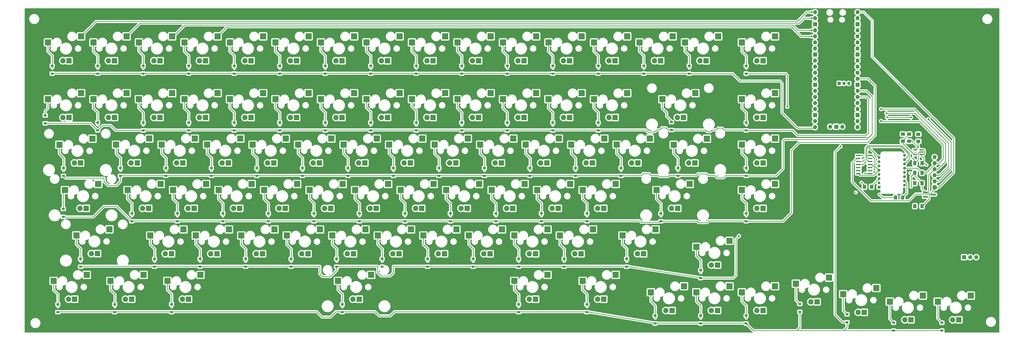
<source format=gbr>
%TF.GenerationSoftware,KiCad,Pcbnew,(6.0.10)*%
%TF.CreationDate,2023-01-18T21:24:14-08:00*%
%TF.ProjectId,OOTstag rev2,4f4f5473-7461-4672-9072-6576322e6b69,rev?*%
%TF.SameCoordinates,Original*%
%TF.FileFunction,Copper,L2,Bot*%
%TF.FilePolarity,Positive*%
%FSLAX46Y46*%
G04 Gerber Fmt 4.6, Leading zero omitted, Abs format (unit mm)*
G04 Created by KiCad (PCBNEW (6.0.10)) date 2023-01-18 21:24:14*
%MOMM*%
%LPD*%
G01*
G04 APERTURE LIST*
G04 Aperture macros list*
%AMRoundRect*
0 Rectangle with rounded corners*
0 $1 Rounding radius*
0 $2 $3 $4 $5 $6 $7 $8 $9 X,Y pos of 4 corners*
0 Add a 4 corners polygon primitive as box body*
4,1,4,$2,$3,$4,$5,$6,$7,$8,$9,$2,$3,0*
0 Add four circle primitives for the rounded corners*
1,1,$1+$1,$2,$3*
1,1,$1+$1,$4,$5*
1,1,$1+$1,$6,$7*
1,1,$1+$1,$8,$9*
0 Add four rect primitives between the rounded corners*
20,1,$1+$1,$2,$3,$4,$5,0*
20,1,$1+$1,$4,$5,$6,$7,0*
20,1,$1+$1,$6,$7,$8,$9,0*
20,1,$1+$1,$8,$9,$2,$3,0*%
G04 Aperture macros list end*
%TA.AperFunction,SMDPad,CuDef*%
%ADD10R,2.550000X2.500000*%
%TD*%
%TA.AperFunction,ComponentPad*%
%ADD11C,2.200000*%
%TD*%
%TA.AperFunction,ComponentPad*%
%ADD12R,2.200000X2.200000*%
%TD*%
%TA.AperFunction,SMDPad,CuDef*%
%ADD13R,1.200000X0.900000*%
%TD*%
%TA.AperFunction,SMDPad,CuDef*%
%ADD14RoundRect,0.250001X-0.462499X-0.624999X0.462499X-0.624999X0.462499X0.624999X-0.462499X0.624999X0*%
%TD*%
%TA.AperFunction,SMDPad,CuDef*%
%ADD15RoundRect,0.250001X-0.624999X0.462499X-0.624999X-0.462499X0.624999X-0.462499X0.624999X0.462499X0*%
%TD*%
%TA.AperFunction,SMDPad,CuDef*%
%ADD16R,1.970000X0.600000*%
%TD*%
%TA.AperFunction,SMDPad,CuDef*%
%ADD17RoundRect,0.250001X0.462499X0.624999X-0.462499X0.624999X-0.462499X-0.624999X0.462499X-0.624999X0*%
%TD*%
%TA.AperFunction,SMDPad,CuDef*%
%ADD18R,1.800000X0.600000*%
%TD*%
%TA.AperFunction,SMDPad,CuDef*%
%ADD19R,2.000000X0.650000*%
%TD*%
%TA.AperFunction,SMDPad,CuDef*%
%ADD20RoundRect,0.250001X0.624999X-0.462499X0.624999X0.462499X-0.624999X0.462499X-0.624999X-0.462499X0*%
%TD*%
%TA.AperFunction,ComponentPad*%
%ADD21R,1.200000X1.200000*%
%TD*%
%TA.AperFunction,ComponentPad*%
%ADD22C,1.200000*%
%TD*%
%TA.AperFunction,ComponentPad*%
%ADD23R,1.350000X1.350000*%
%TD*%
%TA.AperFunction,ComponentPad*%
%ADD24O,1.350000X1.350000*%
%TD*%
%TA.AperFunction,ComponentPad*%
%ADD25O,1.700000X1.700000*%
%TD*%
%TA.AperFunction,ComponentPad*%
%ADD26R,1.700000X1.700000*%
%TD*%
%TA.AperFunction,ViaPad*%
%ADD27C,0.800000*%
%TD*%
%TA.AperFunction,ViaPad*%
%ADD28C,0.600000*%
%TD*%
%TA.AperFunction,Conductor*%
%ADD29C,0.250000*%
%TD*%
%TA.AperFunction,Conductor*%
%ADD30C,0.200000*%
%TD*%
G04 APERTURE END LIST*
D10*
%TO.P,K67,1*%
%TO.N,N/C*%
X248952500Y-233342500D03*
%TO.P,K67,2*%
X235102500Y-235882500D03*
D11*
%TO.P,K67,3*%
X241367100Y-243527900D03*
D12*
%TO.P,K67,4*%
X243932500Y-243527900D03*
%TD*%
D10*
%TO.P,K19,1*%
%TO.N,N/C*%
X148940000Y-176192500D03*
%TO.P,K19,2*%
X135090000Y-178732500D03*
D11*
%TO.P,K19,3*%
X141354600Y-186377900D03*
D12*
%TO.P,K19,4*%
X143920000Y-186377900D03*
%TD*%
D13*
%TO.P,D24,1*%
%TO.N,N/C*%
X232100000Y-191812500D03*
%TO.P,D24,2*%
X232100000Y-188512500D03*
%TD*%
%TO.P,D57,1*%
%TO.N,N/C*%
X303537500Y-229912500D03*
%TO.P,D57,2*%
X303537500Y-226612500D03*
%TD*%
%TO.P,D4,1*%
%TO.N,N/C*%
X155900000Y-168000000D03*
%TO.P,D4,2*%
X155900000Y-164700000D03*
%TD*%
%TO.P,D76,1*%
%TO.N,N/C*%
X201143750Y-268012500D03*
%TO.P,D76,2*%
X201143750Y-264712500D03*
%TD*%
%TO.P,D45,1*%
%TO.N,N/C*%
X370212500Y-210862500D03*
%TO.P,D45,2*%
X370212500Y-207562500D03*
%TD*%
%TO.P,D86,1*%
%TO.N,N/C*%
X392697500Y-267906250D03*
%TO.P,D86,2*%
X392697500Y-264606250D03*
%TD*%
%TO.P,D18,1*%
%TO.N,N/C*%
X117800000Y-191812500D03*
%TO.P,D18,2*%
X117800000Y-188512500D03*
%TD*%
%TO.P,D60,1*%
%TO.N,N/C*%
X91606250Y-248962500D03*
%TO.P,D60,2*%
X91606250Y-245662500D03*
%TD*%
%TO.P,D74,1*%
%TO.N,N/C*%
X105893750Y-268012500D03*
%TO.P,D74,2*%
X105893750Y-264712500D03*
%TD*%
%TO.P,D65,1*%
%TO.N,N/C*%
X198762500Y-248962500D03*
%TO.P,D65,2*%
X198762500Y-245662500D03*
%TD*%
%TO.P,D39,1*%
%TO.N,N/C*%
X241625000Y-210862500D03*
%TO.P,D39,2*%
X241625000Y-207562500D03*
%TD*%
%TO.P,D86,1*%
%TO.N,N/C*%
X412442900Y-272244600D03*
%TO.P,D86,2*%
X412442900Y-268944600D03*
%TD*%
%TO.P,D48,1*%
%TO.N,N/C*%
X132087500Y-229912500D03*
%TO.P,D48,2*%
X132087500Y-226612500D03*
%TD*%
%TO.P,D64,1*%
%TO.N,N/C*%
X179712500Y-248962500D03*
%TO.P,D64,2*%
X179712500Y-245662500D03*
%TD*%
%TO.P,D9,1*%
%TO.N,N/C*%
X251150000Y-168000000D03*
%TO.P,D9,2*%
X251150000Y-164700000D03*
%TD*%
%TO.P,D86,1*%
%TO.N,N/C*%
X452200000Y-275750000D03*
%TO.P,D86,2*%
X452200000Y-272450000D03*
%TD*%
%TO.P,D80,1*%
%TO.N,N/C*%
X351162500Y-272775000D03*
%TO.P,D80,2*%
X351162500Y-269475000D03*
%TD*%
%TO.P,D43,1*%
%TO.N,N/C*%
X317825000Y-210862500D03*
%TO.P,D43,2*%
X317825000Y-207562500D03*
%TD*%
%TO.P,D68,1*%
%TO.N,N/C*%
X255912500Y-248962500D03*
%TO.P,D68,2*%
X255912500Y-245662500D03*
%TD*%
%TO.P,D37,1*%
%TO.N,N/C*%
X203525000Y-210862500D03*
%TO.P,D37,2*%
X203525000Y-207562500D03*
%TD*%
%TO.P,D32,1*%
%TO.N,N/C*%
X108275000Y-210862500D03*
%TO.P,D32,2*%
X108275000Y-207562500D03*
%TD*%
%TO.P,D41,1*%
%TO.N,N/C*%
X279725000Y-210862500D03*
%TO.P,D41,2*%
X279725000Y-207562500D03*
%TD*%
%TO.P,D28,1*%
%TO.N,N/C*%
X308300000Y-191812500D03*
%TO.P,D28,2*%
X308300000Y-188512500D03*
%TD*%
%TO.P,D62,1*%
%TO.N,N/C*%
X141612500Y-248962500D03*
%TO.P,D62,2*%
X141612500Y-245662500D03*
%TD*%
D14*
%TO.P,R1,1*%
%TO.N,N/C*%
X440856500Y-209596000D03*
%TO.P,R1,2*%
X443831500Y-209596000D03*
%TD*%
D15*
%TO.P,R3,1*%
%TO.N,N/C*%
X438484000Y-193364500D03*
%TO.P,R3,2*%
X438484000Y-196339500D03*
%TD*%
D16*
%TO.P,U4,1,VCCA*%
%TO.N,N/C*%
X422109000Y-202342000D03*
%TO.P,U4,2,A1*%
X422109000Y-203612000D03*
%TO.P,U4,3,A2*%
X422109000Y-204882000D03*
%TO.P,U4,4,A3*%
X422109000Y-206152000D03*
%TO.P,U4,5,A4*%
X422109000Y-207422000D03*
%TO.P,U4,6*%
X422109000Y-208692000D03*
%TO.P,U4,7,GND*%
X422109000Y-209962000D03*
%TO.P,U4,8,OE*%
X417159000Y-209962000D03*
%TO.P,U4,9*%
X417159000Y-208692000D03*
%TO.P,U4,10,B4*%
X417159000Y-207422000D03*
%TO.P,U4,11,B3*%
X417159000Y-206152000D03*
%TO.P,U4,12,B2*%
X417159000Y-204882000D03*
%TO.P,U4,13,B1*%
X417159000Y-203612000D03*
%TO.P,U4,14,VCCB*%
X417159000Y-202342000D03*
%TD*%
D13*
%TO.P,D7,1*%
%TO.N,N/C*%
X213050000Y-168000000D03*
%TO.P,D7,2*%
X213050000Y-164700000D03*
%TD*%
%TO.P,D29,1*%
%TO.N,N/C*%
X339000000Y-191650000D03*
%TO.P,D29,2*%
X339000000Y-188350000D03*
%TD*%
D17*
%TO.P,C1,1*%
%TO.N,N/C*%
X443831500Y-223566000D03*
%TO.P,C1,2*%
X440856500Y-223566000D03*
%TD*%
D13*
%TO.P,D23,1*%
%TO.N,N/C*%
X213050000Y-191812500D03*
%TO.P,D23,2*%
X213050000Y-188512500D03*
%TD*%
%TO.P,D61,1*%
%TO.N,N/C*%
X122562500Y-248962500D03*
%TO.P,D61,2*%
X122562500Y-245662500D03*
%TD*%
%TO.P,D25,1*%
%TO.N,N/C*%
X251150000Y-191812500D03*
%TO.P,D25,2*%
X251150000Y-188512500D03*
%TD*%
D18*
%TO.P,IC1,1,IN*%
%TO.N,N/C*%
X443584000Y-199952000D03*
%TO.P,IC1,2,GND*%
X443584000Y-200902000D03*
%TO.P,IC1,3,EN*%
X443584000Y-201852000D03*
%TO.P,IC1,4,ADJ*%
X440984000Y-201852000D03*
%TO.P,IC1,5,OUT*%
X440984000Y-199952000D03*
%TD*%
D17*
%TO.P,C4,1*%
%TO.N,N/C*%
X443831500Y-205532000D03*
%TO.P,C4,2*%
X440856500Y-205532000D03*
%TD*%
D13*
%TO.P,D40,1*%
%TO.N,N/C*%
X260675000Y-210862500D03*
%TO.P,D40,2*%
X260675000Y-207562500D03*
%TD*%
%TO.P,D70,1*%
%TO.N,N/C*%
X294012500Y-248962500D03*
%TO.P,D70,2*%
X294012500Y-245662500D03*
%TD*%
%TO.P,D58,1*%
%TO.N,N/C*%
X334493750Y-229912500D03*
%TO.P,D58,2*%
X334493750Y-226612500D03*
%TD*%
%TO.P,D47,1*%
%TO.N,N/C*%
X113037500Y-229912500D03*
%TO.P,D47,2*%
X113037500Y-226612500D03*
%TD*%
%TO.P,D69,1*%
%TO.N,N/C*%
X274962500Y-248962500D03*
%TO.P,D69,2*%
X274962500Y-245662500D03*
%TD*%
%TO.P,D38,1*%
%TO.N,N/C*%
X222575000Y-210862500D03*
%TO.P,D38,2*%
X222575000Y-207562500D03*
%TD*%
%TO.P,D46,1*%
%TO.N,N/C*%
X84400000Y-228050000D03*
%TO.P,D46,2*%
X84400000Y-224750000D03*
%TD*%
%TO.P,D73,1*%
%TO.N,N/C*%
X82081250Y-268012500D03*
%TO.P,D73,2*%
X82081250Y-264712500D03*
%TD*%
%TO.P,D59,1*%
%TO.N,N/C*%
X370212500Y-229912500D03*
%TO.P,D59,2*%
X370212500Y-226612500D03*
%TD*%
%TO.P,D35,1*%
%TO.N,N/C*%
X165425000Y-210862500D03*
%TO.P,D35,2*%
X165425000Y-207562500D03*
%TD*%
D19*
%TO.P,U1,1,GND*%
%TO.N,N/C*%
X445274000Y-219702000D03*
%TO.P,U1,2,VO*%
X445274000Y-217802000D03*
%TO.P,U1,3,VI*%
X448694000Y-218752000D03*
%TD*%
D13*
%TO.P,D6,1*%
%TO.N,N/C*%
X194000000Y-168000000D03*
%TO.P,D6,2*%
X194000000Y-164700000D03*
%TD*%
%TO.P,D8,1*%
%TO.N,N/C*%
X232100000Y-168000000D03*
%TO.P,D8,2*%
X232100000Y-164700000D03*
%TD*%
%TO.P,D66,1*%
%TO.N,N/C*%
X217812500Y-248962500D03*
%TO.P,D66,2*%
X217812500Y-245662500D03*
%TD*%
%TO.P,D63,1*%
%TO.N,N/C*%
X160662500Y-248962500D03*
%TO.P,D63,2*%
X160662500Y-245662500D03*
%TD*%
%TO.P,D78,1*%
%TO.N,N/C*%
X303537500Y-268012500D03*
%TO.P,D78,2*%
X303537500Y-264712500D03*
%TD*%
%TO.P,D3,1*%
%TO.N,N/C*%
X136850000Y-168000000D03*
%TO.P,D3,2*%
X136850000Y-164700000D03*
%TD*%
%TO.P,D13,1*%
%TO.N,N/C*%
X327350000Y-168000000D03*
%TO.P,D13,2*%
X327350000Y-164700000D03*
%TD*%
%TO.P,D12,1*%
%TO.N,N/C*%
X308300000Y-168000000D03*
%TO.P,D12,2*%
X308300000Y-164700000D03*
%TD*%
%TO.P,D55,1*%
%TO.N,N/C*%
X265437500Y-229912500D03*
%TO.P,D55,2*%
X265437500Y-226612500D03*
%TD*%
D17*
%TO.P,C2,1*%
%TO.N,N/C*%
X443831500Y-213914000D03*
%TO.P,C2,2*%
X440856500Y-213914000D03*
%TD*%
D13*
%TO.P,D79,1*%
%TO.N,N/C*%
X332112500Y-272775000D03*
%TO.P,D79,2*%
X332112500Y-269475000D03*
%TD*%
%TO.P,D50,1*%
%TO.N,N/C*%
X170187500Y-229912500D03*
%TO.P,D50,2*%
X170187500Y-226612500D03*
%TD*%
%TO.P,D53,1*%
%TO.N,N/C*%
X227337500Y-229912500D03*
%TO.P,D53,2*%
X227337500Y-226612500D03*
%TD*%
%TO.P,D51,1*%
%TO.N,N/C*%
X189237500Y-229912500D03*
%TO.P,D51,2*%
X189237500Y-226612500D03*
%TD*%
%TO.P,D36,1*%
%TO.N,N/C*%
X184475000Y-210862500D03*
%TO.P,D36,2*%
X184475000Y-207562500D03*
%TD*%
%TO.P,D54,1*%
%TO.N,N/C*%
X246387500Y-229912500D03*
%TO.P,D54,2*%
X246387500Y-226612500D03*
%TD*%
%TO.P,D86,1*%
%TO.N,N/C*%
X431935400Y-275750000D03*
%TO.P,D86,2*%
X431935400Y-272450000D03*
%TD*%
D14*
%TO.P,R4,1*%
%TO.N,N/C*%
X432746500Y-219952000D03*
%TO.P,R4,2*%
X435721500Y-219952000D03*
%TD*%
D13*
%TO.P,D71,1*%
%TO.N,N/C*%
X320206250Y-248962500D03*
%TO.P,D71,2*%
X320206250Y-245662500D03*
%TD*%
%TO.P,D77,1*%
%TO.N,N/C*%
X274962500Y-268012500D03*
%TO.P,D77,2*%
X274962500Y-264712500D03*
%TD*%
%TO.P,D5,1*%
%TO.N,N/C*%
X174950000Y-168000000D03*
%TO.P,D5,2*%
X174950000Y-164700000D03*
%TD*%
%TO.P,D14,1*%
%TO.N,N/C*%
X346400000Y-168000000D03*
%TO.P,D14,2*%
X346400000Y-164700000D03*
%TD*%
%TO.P,D15,1*%
%TO.N,N/C*%
X370212500Y-168000000D03*
%TO.P,D15,2*%
X370212500Y-164700000D03*
%TD*%
%TO.P,D42,1*%
%TO.N,N/C*%
X298775000Y-210862500D03*
%TO.P,D42,2*%
X298775000Y-207562500D03*
%TD*%
%TO.P,D30,1*%
%TO.N,N/C*%
X370212500Y-191812500D03*
%TO.P,D30,2*%
X370212500Y-188512500D03*
%TD*%
D20*
%TO.P,R2,1*%
%TO.N,N/C*%
X435834000Y-196339500D03*
%TO.P,R2,2*%
X435834000Y-193364500D03*
%TD*%
D13*
%TO.P,D75,1*%
%TO.N,N/C*%
X129706250Y-268012500D03*
%TO.P,D75,2*%
X129706250Y-264712500D03*
%TD*%
%TO.P,D31,1*%
%TO.N,N/C*%
X84462500Y-210862500D03*
%TO.P,D31,2*%
X84462500Y-207562500D03*
%TD*%
%TO.P,D44,1*%
%TO.N,N/C*%
X341637500Y-210862500D03*
%TO.P,D44,2*%
X341637500Y-207562500D03*
%TD*%
%TO.P,D52,1*%
%TO.N,N/C*%
X208287500Y-229912500D03*
%TO.P,D52,2*%
X208287500Y-226612500D03*
%TD*%
%TO.P,D10,1*%
%TO.N,N/C*%
X270200000Y-168000000D03*
%TO.P,D10,2*%
X270200000Y-164700000D03*
%TD*%
%TO.P,D34,1*%
%TO.N,N/C*%
X146375000Y-210862500D03*
%TO.P,D34,2*%
X146375000Y-207562500D03*
%TD*%
%TO.P,D22,1*%
%TO.N,N/C*%
X194000000Y-191812500D03*
%TO.P,D22,2*%
X194000000Y-188512500D03*
%TD*%
%TO.P,D56,1*%
%TO.N,N/C*%
X284487500Y-229912500D03*
%TO.P,D56,2*%
X284487500Y-226612500D03*
%TD*%
%TO.P,D81,1*%
%TO.N,N/C*%
X370212500Y-272775000D03*
%TO.P,D81,2*%
X370212500Y-269475000D03*
%TD*%
%TO.P,D26,1*%
%TO.N,N/C*%
X270200000Y-191812500D03*
%TO.P,D26,2*%
X270200000Y-188512500D03*
%TD*%
%TO.P,D21,1*%
%TO.N,N/C*%
X174950000Y-191812500D03*
%TO.P,D21,2*%
X174950000Y-188512500D03*
%TD*%
%TO.P,D20,1*%
%TO.N,N/C*%
X155900000Y-191812500D03*
%TO.P,D20,2*%
X155900000Y-188512500D03*
%TD*%
%TO.P,D17,1*%
%TO.N,N/C*%
X98750000Y-191812500D03*
%TO.P,D17,2*%
X98750000Y-188512500D03*
%TD*%
D21*
%TO.P,U2,1,NC*%
%TO.N,N/C*%
X425845000Y-215620000D03*
D22*
%TO.P,U2,2,NC*%
X425845000Y-213840000D03*
%TO.P,U2,3,VDDPIX*%
X425845000Y-212060000D03*
%TO.P,U2,4,VDD*%
X425845000Y-210280000D03*
%TO.P,U2,5,VDDIO*%
X425845000Y-208500000D03*
%TO.P,U2,6,NC*%
X425845000Y-206720000D03*
%TO.P,U2,7,NRESET*%
X425845000Y-204940000D03*
%TO.P,U2,8,GND*%
X425845000Y-203160000D03*
%TO.P,U2,9,MOTION*%
X436545000Y-202270000D03*
%TO.P,U2,10,SCLK*%
X436545000Y-204050000D03*
%TO.P,U2,11,MOSI*%
X436545000Y-205830000D03*
%TO.P,U2,12,MISO*%
X436545000Y-207610000D03*
%TO.P,U2,13,NCS*%
X436545000Y-209390000D03*
%TO.P,U2,14,NC*%
X436545000Y-211170000D03*
%TO.P,U2,15,LED_P*%
X436545000Y-212950000D03*
%TO.P,U2,16,NC*%
X436545000Y-214730000D03*
%TD*%
D13*
%TO.P,D27,1*%
%TO.N,N/C*%
X289250000Y-191812500D03*
%TO.P,D27,2*%
X289250000Y-188512500D03*
%TD*%
%TO.P,D16,1*%
%TO.N,N/C*%
X76800000Y-188850000D03*
%TO.P,D16,2*%
X76800000Y-185550000D03*
%TD*%
D10*
%TO.P,K21,1*%
%TO.N,N/C*%
X187040000Y-176192500D03*
%TO.P,K21,2*%
X173190000Y-178732500D03*
D11*
%TO.P,K21,3*%
X179454600Y-186377900D03*
D12*
%TO.P,K21,4*%
X182020000Y-186377900D03*
%TD*%
D10*
%TO.P,K36,1*%
%TO.N,N/C*%
X196565000Y-195242500D03*
%TO.P,K36,2*%
X182715000Y-197782500D03*
D11*
%TO.P,K36,3*%
X188979600Y-205427900D03*
D12*
%TO.P,K36,4*%
X191545000Y-205427900D03*
%TD*%
D10*
%TO.P,K59,1*%
%TO.N,N/C*%
X382302500Y-214292500D03*
%TO.P,K59,2*%
X368452500Y-216832500D03*
D11*
%TO.P,K59,3*%
X374717100Y-224477900D03*
D12*
%TO.P,K59,4*%
X377282500Y-224477900D03*
%TD*%
D13*
%TO.P,D67,1*%
%TO.N,N/C*%
X236862500Y-248962500D03*
%TO.P,D67,2*%
X236862500Y-245662500D03*
%TD*%
%TO.P,D33,1*%
%TO.N,N/C*%
X127325000Y-210862500D03*
%TO.P,D33,2*%
X127325000Y-207562500D03*
%TD*%
%TO.P,D2,1*%
%TO.N,N/C*%
X117800000Y-168000000D03*
%TO.P,D2,2*%
X117800000Y-164700000D03*
%TD*%
%TO.P,D19,1*%
%TO.N,N/C*%
X136850000Y-191812500D03*
%TO.P,D19,2*%
X136850000Y-188512500D03*
%TD*%
%TO.P,D49,1*%
%TO.N,N/C*%
X151137500Y-229912500D03*
%TO.P,D49,2*%
X151137500Y-226612500D03*
%TD*%
%TO.P,D1,1*%
%TO.N,N/C*%
X98750000Y-168000000D03*
%TO.P,D1,2*%
X98750000Y-164700000D03*
%TD*%
D10*
%TO.P,K30,1*%
%TO.N,N/C*%
X382302500Y-176192500D03*
%TO.P,K30,2*%
X368452500Y-178732500D03*
D11*
%TO.P,K30,3*%
X374717100Y-186377900D03*
D12*
%TO.P,K30,4*%
X377282500Y-186377900D03*
%TD*%
D13*
%TO.P,D72,1*%
%TO.N,N/C*%
X351162500Y-253725000D03*
%TO.P,D72,2*%
X351162500Y-250425000D03*
%TD*%
D17*
%TO.P,C3,1*%
%TO.N,N/C*%
X422749500Y-215438000D03*
%TO.P,C3,2*%
X419774500Y-215438000D03*
%TD*%
D13*
%TO.P,D11,1*%
%TO.N,N/C*%
X289250000Y-168000000D03*
%TO.P,D11,2*%
X289250000Y-164700000D03*
%TD*%
%TO.P,D0,1*%
%TO.N,N/C*%
X79700000Y-168000000D03*
%TO.P,D0,2*%
X79700000Y-164700000D03*
%TD*%
D10*
%TO.P,K28,1*%
%TO.N,N/C*%
X320390000Y-176192500D03*
%TO.P,K28,2*%
X306540000Y-178732500D03*
D11*
%TO.P,K28,3*%
X312804600Y-186377900D03*
D12*
%TO.P,K28,4*%
X315370000Y-186377900D03*
%TD*%
D20*
%TO.P,C5,1*%
%TO.N,N/C*%
X442284000Y-196389500D03*
%TO.P,C5,2*%
X442284000Y-193414500D03*
%TD*%
D10*
%TO.P,K54,1*%
%TO.N,N/C*%
X258477500Y-214292500D03*
%TO.P,K54,2*%
X244627500Y-216832500D03*
D11*
%TO.P,K54,3*%
X250892100Y-224477900D03*
D12*
%TO.P,K54,4*%
X253457500Y-224477900D03*
%TD*%
D10*
%TO.P,K71,1*%
%TO.N,N/C*%
X332296250Y-233342500D03*
%TO.P,K71,2*%
X318446250Y-235882500D03*
D11*
%TO.P,K71,3*%
X324710850Y-243527900D03*
D12*
%TO.P,K71,4*%
X327276250Y-243527900D03*
%TD*%
D10*
%TO.P,K78,1*%
%TO.N,N/C*%
X315627500Y-252392500D03*
%TO.P,K78,2*%
X301777500Y-254932500D03*
D11*
%TO.P,K78,3*%
X308042100Y-262577900D03*
D12*
%TO.P,K78,4*%
X310607500Y-262577900D03*
%TD*%
D10*
%TO.P,K74,1*%
%TO.N,N/C*%
X117983750Y-252392500D03*
%TO.P,K74,2*%
X104133750Y-254932500D03*
D11*
%TO.P,K74,3*%
X110398350Y-262577900D03*
D12*
%TO.P,K74,4*%
X112963750Y-262577900D03*
%TD*%
D10*
%TO.P,K53,1*%
%TO.N,N/C*%
X239427500Y-214292500D03*
%TO.P,K53,2*%
X225577500Y-216832500D03*
D11*
%TO.P,K53,3*%
X231842100Y-224477900D03*
D12*
%TO.P,K53,4*%
X234407500Y-224477900D03*
%TD*%
D10*
%TO.P,K9,1*%
%TO.N,N/C*%
X263240000Y-152380000D03*
%TO.P,K9,2*%
X249390000Y-154920000D03*
D11*
%TO.P,K9,3*%
X255654600Y-162565400D03*
D12*
%TO.P,K9,4*%
X258220000Y-162565400D03*
%TD*%
D10*
%TO.P,K76,1*%
%TO.N,N/C*%
X346590300Y-214288200D03*
%TO.P,K76,2*%
X332740300Y-216828200D03*
D11*
%TO.P,K76,3*%
X339004900Y-224473600D03*
D12*
%TO.P,K76,4*%
X341570300Y-224473600D03*
%TD*%
D10*
%TO.P,MX_NUM6,1*%
%TO.N,N/C*%
X444220000Y-261060000D03*
%TO.P,MX_NUM6,2*%
X430370000Y-263600000D03*
D11*
%TO.P,MX_NUM6,3*%
X436634600Y-271245400D03*
D12*
%TO.P,MX_NUM6,4*%
X439200000Y-271245400D03*
%TD*%
D10*
%TO.P,K76,1*%
%TO.N,N/C*%
X98990300Y-214288200D03*
%TO.P,K76,2*%
X85140300Y-216828200D03*
D11*
%TO.P,K76,3*%
X91404900Y-224473600D03*
D12*
%TO.P,K76,4*%
X93970300Y-224473600D03*
%TD*%
D10*
%TO.P,K72,1*%
%TO.N,N/C*%
X363252500Y-238105000D03*
%TO.P,K72,2*%
X349402500Y-240645000D03*
D11*
%TO.P,K72,3*%
X355667100Y-248290400D03*
D12*
%TO.P,K72,4*%
X358232500Y-248290400D03*
%TD*%
D10*
%TO.P,K65,1*%
%TO.N,N/C*%
X210852500Y-233342500D03*
%TO.P,K65,2*%
X197002500Y-235882500D03*
D11*
%TO.P,K65,3*%
X203267100Y-243527900D03*
D12*
%TO.P,K65,4*%
X205832500Y-243527900D03*
%TD*%
D10*
%TO.P,K57,1*%
%TO.N,N/C*%
X315627500Y-214292500D03*
%TO.P,K57,2*%
X301777500Y-216832500D03*
D11*
%TO.P,K57,3*%
X308042100Y-224477900D03*
D12*
%TO.P,K57,4*%
X310607500Y-224477900D03*
%TD*%
D10*
%TO.P,K52,1*%
%TO.N,N/C*%
X220377500Y-214292500D03*
%TO.P,K52,2*%
X206527500Y-216832500D03*
D11*
%TO.P,K52,3*%
X212792100Y-224477900D03*
D12*
%TO.P,K52,4*%
X215357500Y-224477900D03*
%TD*%
D10*
%TO.P,K70,1*%
%TO.N,N/C*%
X306102500Y-233342500D03*
%TO.P,K70,2*%
X292252500Y-235882500D03*
D11*
%TO.P,K70,3*%
X298517100Y-243527900D03*
D12*
%TO.P,K70,4*%
X301082500Y-243527900D03*
%TD*%
D10*
%TO.P,K12,1*%
%TO.N,N/C*%
X320390000Y-152380000D03*
%TO.P,K12,2*%
X306540000Y-154920000D03*
D11*
%TO.P,K12,3*%
X312804600Y-162565400D03*
D12*
%TO.P,K12,4*%
X315370000Y-162565400D03*
%TD*%
D23*
%TO.P,REF\u002A\u002A,1*%
%TO.N,N/C*%
X409200000Y-172100000D03*
D24*
%TO.P,REF\u002A\u002A,2*%
X411200000Y-172100000D03*
%TO.P,REF\u002A\u002A,3*%
X413200000Y-172100000D03*
%TD*%
D10*
%TO.P,K43,1*%
%TO.N,N/C*%
X329915000Y-195242500D03*
%TO.P,K43,2*%
X316065000Y-197782500D03*
D11*
%TO.P,K43,3*%
X322329600Y-205427900D03*
D12*
%TO.P,K43,4*%
X324895000Y-205427900D03*
%TD*%
D10*
%TO.P,K40,1*%
%TO.N,N/C*%
X272765000Y-195242500D03*
%TO.P,K40,2*%
X258915000Y-197782500D03*
D11*
%TO.P,K40,3*%
X265179600Y-205427900D03*
D12*
%TO.P,K40,4*%
X267745000Y-205427900D03*
%TD*%
D10*
%TO.P,K27,1*%
%TO.N,N/C*%
X301340000Y-176192500D03*
%TO.P,K27,2*%
X287490000Y-178732500D03*
D11*
%TO.P,K27,3*%
X293754600Y-186377900D03*
D12*
%TO.P,K27,4*%
X296320000Y-186377900D03*
%TD*%
D10*
%TO.P,K42,1*%
%TO.N,N/C*%
X310865000Y-195242500D03*
%TO.P,K42,2*%
X297015000Y-197782500D03*
D11*
%TO.P,K42,3*%
X303279600Y-205427900D03*
D12*
%TO.P,K42,4*%
X305845000Y-205427900D03*
%TD*%
D25*
%TO.P,J1,1,Pin_1*%
%TO.N,N/C*%
X449109000Y-203002000D03*
%TO.P,J1,2,Pin_2*%
X449109000Y-205542000D03*
%TO.P,J1,3,Pin_3*%
X449109000Y-208082000D03*
%TO.P,J1,4,Pin_4*%
X449109000Y-210622000D03*
%TO.P,J1,5,Pin_5*%
X449109000Y-213162000D03*
D26*
%TO.P,J1,6,Pin_6*%
X449109000Y-215702000D03*
%TD*%
D10*
%TO.P,K22,1*%
%TO.N,N/C*%
X206090000Y-176192500D03*
%TO.P,K22,2*%
X192240000Y-178732500D03*
D11*
%TO.P,K22,3*%
X198504600Y-186377900D03*
D12*
%TO.P,K22,4*%
X201070000Y-186377900D03*
%TD*%
D10*
%TO.P,K10,1*%
%TO.N,N/C*%
X282290000Y-152380000D03*
%TO.P,K10,2*%
X268440000Y-154920000D03*
D11*
%TO.P,K10,3*%
X274704600Y-162565400D03*
D12*
%TO.P,K10,4*%
X277270000Y-162565400D03*
%TD*%
D10*
%TO.P,K35,1*%
%TO.N,N/C*%
X177515000Y-195242500D03*
%TO.P,K35,2*%
X163665000Y-197782500D03*
D11*
%TO.P,K35,3*%
X169929600Y-205427900D03*
D12*
%TO.P,K35,4*%
X172495000Y-205427900D03*
%TD*%
D10*
%TO.P,K14,1*%
%TO.N,N/C*%
X358490000Y-152380000D03*
%TO.P,K14,2*%
X344640000Y-154920000D03*
D11*
%TO.P,K14,3*%
X350904600Y-162565400D03*
D12*
%TO.P,K14,4*%
X353470000Y-162565400D03*
%TD*%
D10*
%TO.P,K2,1*%
%TO.N,N/C*%
X129890000Y-152380000D03*
%TO.P,K2,2*%
X116040000Y-154920000D03*
D11*
%TO.P,K2,3*%
X122304600Y-162565400D03*
D12*
%TO.P,K2,4*%
X124870000Y-162565400D03*
%TD*%
D10*
%TO.P,K80,1*%
%TO.N,N/C*%
X363252500Y-257155000D03*
%TO.P,K80,2*%
X349402500Y-259695000D03*
D11*
%TO.P,K80,3*%
X355667100Y-267340400D03*
D12*
%TO.P,K80,4*%
X358232500Y-267340400D03*
%TD*%
D10*
%TO.P,K32,1*%
%TO.N,N/C*%
X120365000Y-195242500D03*
%TO.P,K32,2*%
X106515000Y-197782500D03*
D11*
%TO.P,K32,3*%
X112779600Y-205427900D03*
D12*
%TO.P,K32,4*%
X115345000Y-205427900D03*
%TD*%
D10*
%TO.P,MX_NUM5,1*%
%TO.N,N/C*%
X424720000Y-257914600D03*
%TO.P,MX_NUM5,2*%
X410870000Y-260454600D03*
D11*
%TO.P,MX_NUM5,3*%
X417134600Y-268100000D03*
D12*
%TO.P,MX_NUM5,4*%
X419700000Y-268100000D03*
%TD*%
D10*
%TO.P,K68,1*%
%TO.N,N/C*%
X268002500Y-233342500D03*
%TO.P,K68,2*%
X254152500Y-235882500D03*
D11*
%TO.P,K68,3*%
X260417100Y-243527900D03*
D12*
%TO.P,K68,4*%
X262982500Y-243527900D03*
%TD*%
D10*
%TO.P,MX_NUM4,1*%
%TO.N,N/C*%
X404924600Y-253520000D03*
%TO.P,MX_NUM4,2*%
X391074600Y-256060000D03*
D11*
%TO.P,MX_NUM4,3*%
X397339200Y-263705400D03*
D12*
%TO.P,MX_NUM4,4*%
X399904600Y-263705400D03*
%TD*%
D10*
%TO.P,K6,1*%
%TO.N,N/C*%
X206090000Y-152380000D03*
%TO.P,K6,2*%
X192240000Y-154920000D03*
D11*
%TO.P,K6,3*%
X198504600Y-162565400D03*
D12*
%TO.P,K6,4*%
X201070000Y-162565400D03*
%TD*%
D10*
%TO.P,K13,1*%
%TO.N,N/C*%
X339440000Y-152380000D03*
%TO.P,K13,2*%
X325590000Y-154920000D03*
D11*
%TO.P,K13,3*%
X331854600Y-162565400D03*
D12*
%TO.P,K13,4*%
X334420000Y-162565400D03*
%TD*%
D10*
%TO.P,K47,1*%
%TO.N,N/C*%
X125127500Y-214292500D03*
%TO.P,K47,2*%
X111277500Y-216832500D03*
D11*
%TO.P,K47,3*%
X117542100Y-224477900D03*
D12*
%TO.P,K47,4*%
X120107500Y-224477900D03*
%TD*%
D10*
%TO.P,K77,1*%
%TO.N,N/C*%
X287052500Y-252392500D03*
%TO.P,K77,2*%
X273202500Y-254932500D03*
D11*
%TO.P,K77,3*%
X279467100Y-262577900D03*
D12*
%TO.P,K77,4*%
X282032500Y-262577900D03*
%TD*%
D10*
%TO.P,K33,1*%
%TO.N,N/C*%
X139415000Y-195242500D03*
%TO.P,K33,2*%
X125565000Y-197782500D03*
D11*
%TO.P,K33,3*%
X131829600Y-205427900D03*
D12*
%TO.P,K33,4*%
X134395000Y-205427900D03*
%TD*%
D10*
%TO.P,K24,1*%
%TO.N,N/C*%
X244190000Y-176192500D03*
%TO.P,K24,2*%
X230340000Y-178732500D03*
D11*
%TO.P,K24,3*%
X236604600Y-186377900D03*
D12*
%TO.P,K24,4*%
X239170000Y-186377900D03*
%TD*%
D10*
%TO.P,K63,1*%
%TO.N,N/C*%
X172752500Y-233342500D03*
%TO.P,K63,2*%
X158902500Y-235882500D03*
D11*
%TO.P,K63,3*%
X165167100Y-243527900D03*
D12*
%TO.P,K63,4*%
X167732500Y-243527900D03*
%TD*%
D10*
%TO.P,K11,1*%
%TO.N,N/C*%
X301340000Y-152380000D03*
%TO.P,K11,2*%
X287490000Y-154920000D03*
D11*
%TO.P,K11,3*%
X293754600Y-162565400D03*
D12*
%TO.P,K11,4*%
X296320000Y-162565400D03*
%TD*%
D10*
%TO.P,K20,1*%
%TO.N,N/C*%
X167990000Y-176192500D03*
%TO.P,K20,2*%
X154140000Y-178732500D03*
D11*
%TO.P,K20,3*%
X160404600Y-186377900D03*
D12*
%TO.P,K20,4*%
X162970000Y-186377900D03*
%TD*%
D10*
%TO.P,K1,1*%
%TO.N,N/C*%
X110840000Y-152380000D03*
%TO.P,K1,2*%
X96990000Y-154920000D03*
D11*
%TO.P,K1,3*%
X103254600Y-162565400D03*
D12*
%TO.P,K1,4*%
X105820000Y-162565400D03*
%TD*%
D10*
%TO.P,K69,1*%
%TO.N,N/C*%
X287052500Y-233342500D03*
%TO.P,K69,2*%
X273202500Y-235882500D03*
D11*
%TO.P,K69,3*%
X279467100Y-243527900D03*
D12*
%TO.P,K69,4*%
X282032500Y-243527900D03*
%TD*%
D10*
%TO.P,K62,1*%
%TO.N,N/C*%
X153702500Y-233342500D03*
%TO.P,K62,2*%
X139852500Y-235882500D03*
D11*
%TO.P,K62,3*%
X146117100Y-243527900D03*
D12*
%TO.P,K62,4*%
X148682500Y-243527900D03*
%TD*%
D10*
%TO.P,K3,1*%
%TO.N,N/C*%
X148940000Y-152380000D03*
%TO.P,K3,2*%
X135090000Y-154920000D03*
D11*
%TO.P,K3,3*%
X141354600Y-162565400D03*
D12*
%TO.P,K3,4*%
X143920000Y-162565400D03*
%TD*%
D10*
%TO.P,K41,1*%
%TO.N,N/C*%
X291815000Y-195242500D03*
%TO.P,K41,2*%
X277965000Y-197782500D03*
D11*
%TO.P,K41,3*%
X284229600Y-205427900D03*
D12*
%TO.P,K41,4*%
X286795000Y-205427900D03*
%TD*%
D10*
%TO.P,K56,1*%
%TO.N,N/C*%
X296577500Y-214292500D03*
%TO.P,K56,2*%
X282727500Y-216832500D03*
D11*
%TO.P,K56,3*%
X288992100Y-224477900D03*
D12*
%TO.P,K56,4*%
X291557500Y-224477900D03*
%TD*%
D10*
%TO.P,K7,1*%
%TO.N,N/C*%
X225140000Y-152380000D03*
%TO.P,K7,2*%
X211290000Y-154920000D03*
D11*
%TO.P,K7,3*%
X217554600Y-162565400D03*
D12*
%TO.P,K7,4*%
X220120000Y-162565400D03*
%TD*%
D10*
%TO.P,K76,1*%
%TO.N,N/C*%
X353790300Y-195288200D03*
%TO.P,K76,2*%
X339940300Y-197828200D03*
D11*
%TO.P,K76,3*%
X346204900Y-205473600D03*
D12*
%TO.P,K76,4*%
X348770300Y-205473600D03*
%TD*%
D10*
%TO.P,K46,1*%
%TO.N,N/C*%
X98933750Y-214292500D03*
%TO.P,K46,2*%
X85083750Y-216832500D03*
D11*
%TO.P,K46,3*%
X91348350Y-224477900D03*
D12*
%TO.P,K46,4*%
X93913750Y-224477900D03*
%TD*%
D10*
%TO.P,K50,1*%
%TO.N,N/C*%
X182277500Y-214292500D03*
%TO.P,K50,2*%
X168427500Y-216832500D03*
D11*
%TO.P,K50,3*%
X174692100Y-224477900D03*
D12*
%TO.P,K50,4*%
X177257500Y-224477900D03*
%TD*%
D10*
%TO.P,K79,1*%
%TO.N,N/C*%
X344202500Y-257155000D03*
%TO.P,K79,2*%
X330352500Y-259695000D03*
D11*
%TO.P,K79,3*%
X336617100Y-267340400D03*
D12*
%TO.P,K79,4*%
X339182500Y-267340400D03*
%TD*%
D10*
%TO.P,K76,1*%
%TO.N,N/C*%
X348990300Y-176188200D03*
%TO.P,K76,2*%
X335140300Y-178728200D03*
D11*
%TO.P,K76,3*%
X341404900Y-186373600D03*
D12*
%TO.P,K76,4*%
X343970300Y-186373600D03*
%TD*%
D10*
%TO.P,K18,1*%
%TO.N,N/C*%
X129890000Y-176192500D03*
%TO.P,K18,2*%
X116040000Y-178732500D03*
D11*
%TO.P,K18,3*%
X122304600Y-186377900D03*
D12*
%TO.P,K18,4*%
X124870000Y-186377900D03*
%TD*%
D10*
%TO.P,K61,1*%
%TO.N,N/C*%
X134652500Y-233342500D03*
%TO.P,K61,2*%
X120802500Y-235882500D03*
D11*
%TO.P,K61,3*%
X127067100Y-243527900D03*
D12*
%TO.P,K61,4*%
X129632500Y-243527900D03*
%TD*%
D10*
%TO.P,K25,1*%
%TO.N,N/C*%
X263240000Y-176192500D03*
%TO.P,K25,2*%
X249390000Y-178732500D03*
D11*
%TO.P,K25,3*%
X255654600Y-186377900D03*
D12*
%TO.P,K25,4*%
X258220000Y-186377900D03*
%TD*%
D10*
%TO.P,K76,1*%
%TO.N,N/C*%
X213233750Y-252392500D03*
%TO.P,K76,2*%
X199383750Y-254932500D03*
D11*
%TO.P,K76,3*%
X205648350Y-262577900D03*
D12*
%TO.P,K76,4*%
X208213750Y-262577900D03*
%TD*%
D10*
%TO.P,K51,1*%
%TO.N,N/C*%
X201327500Y-214292500D03*
%TO.P,K51,2*%
X187477500Y-216832500D03*
D11*
%TO.P,K51,3*%
X193742100Y-224477900D03*
D12*
%TO.P,K51,4*%
X196307500Y-224477900D03*
%TD*%
D10*
%TO.P,K15,1*%
%TO.N,N/C*%
X382302500Y-152380000D03*
%TO.P,K15,2*%
X368452500Y-154920000D03*
D11*
%TO.P,K15,3*%
X374717100Y-162565400D03*
D12*
%TO.P,K15,4*%
X377282500Y-162565400D03*
%TD*%
D10*
%TO.P,K16,1*%
%TO.N,N/C*%
X91790000Y-176192500D03*
%TO.P,K16,2*%
X77940000Y-178732500D03*
D11*
%TO.P,K16,3*%
X84204600Y-186377900D03*
D12*
%TO.P,K16,4*%
X86770000Y-186377900D03*
%TD*%
D10*
%TO.P,K45,1*%
%TO.N,N/C*%
X382302500Y-195242500D03*
%TO.P,K45,2*%
X368452500Y-197782500D03*
D11*
%TO.P,K45,3*%
X374717100Y-205427900D03*
D12*
%TO.P,K45,4*%
X377282500Y-205427900D03*
%TD*%
D10*
%TO.P,K26,1*%
%TO.N,N/C*%
X282290000Y-176192500D03*
%TO.P,K26,2*%
X268440000Y-178732500D03*
D11*
%TO.P,K26,3*%
X274704600Y-186377900D03*
D12*
%TO.P,K26,4*%
X277270000Y-186377900D03*
%TD*%
D10*
%TO.P,K48,1*%
%TO.N,N/C*%
X144177500Y-214292500D03*
%TO.P,K48,2*%
X130327500Y-216832500D03*
D11*
%TO.P,K48,3*%
X136592100Y-224477900D03*
D12*
%TO.P,K48,4*%
X139157500Y-224477900D03*
%TD*%
D10*
%TO.P,K76,1*%
%TO.N,N/C*%
X96590300Y-195288200D03*
%TO.P,K76,2*%
X82740300Y-197828200D03*
D11*
%TO.P,K76,3*%
X89004900Y-205473600D03*
D12*
%TO.P,K76,4*%
X91570300Y-205473600D03*
%TD*%
D26*
%TO.P,REF\u002A\u002A,1*%
%TO.N,N/C*%
X461457011Y-244983012D03*
D25*
%TO.P,REF\u002A\u002A,2*%
X463997011Y-244983012D03*
%TO.P,REF\u002A\u002A,3*%
X466537011Y-244983012D03*
%TD*%
D10*
%TO.P,K17,1*%
%TO.N,N/C*%
X110840000Y-176192500D03*
%TO.P,K17,2*%
X96990000Y-178732500D03*
D11*
%TO.P,K17,3*%
X103254600Y-186377900D03*
D12*
%TO.P,K17,4*%
X105820000Y-186377900D03*
%TD*%
D10*
%TO.P,K73,1*%
%TO.N,N/C*%
X94171250Y-252392500D03*
%TO.P,K73,2*%
X80321250Y-254932500D03*
D11*
%TO.P,K73,3*%
X86585850Y-262577900D03*
D12*
%TO.P,K73,4*%
X89151250Y-262577900D03*
%TD*%
D10*
%TO.P,K8,1*%
%TO.N,N/C*%
X244190000Y-152380000D03*
%TO.P,K8,2*%
X230340000Y-154920000D03*
D11*
%TO.P,K8,3*%
X236604600Y-162565400D03*
D12*
%TO.P,K8,4*%
X239170000Y-162565400D03*
%TD*%
D10*
%TO.P,MX_NUM7,1*%
%TO.N,N/C*%
X464284600Y-261060000D03*
%TO.P,MX_NUM7,2*%
X450434600Y-263600000D03*
D11*
%TO.P,MX_NUM7,3*%
X456699200Y-271245400D03*
D12*
%TO.P,MX_NUM7,4*%
X459264600Y-271245400D03*
%TD*%
D10*
%TO.P,K38,1*%
%TO.N,N/C*%
X234665000Y-195242500D03*
%TO.P,K38,2*%
X220815000Y-197782500D03*
D11*
%TO.P,K38,3*%
X227079600Y-205427900D03*
D12*
%TO.P,K38,4*%
X229645000Y-205427900D03*
%TD*%
D25*
%TO.P,REF\u002A\u002A,1*%
%TO.N,N/C*%
X399060000Y-142220000D03*
%TO.P,REF\u002A\u002A,2*%
X399060000Y-144760000D03*
D26*
%TO.P,REF\u002A\u002A,3*%
X399060000Y-147300000D03*
D25*
%TO.P,REF\u002A\u002A,4*%
X399060000Y-149840000D03*
%TO.P,REF\u002A\u002A,5*%
X399060000Y-152380000D03*
%TO.P,REF\u002A\u002A,6*%
X399060000Y-154920000D03*
%TO.P,REF\u002A\u002A,7*%
X399060000Y-157460000D03*
D26*
%TO.P,REF\u002A\u002A,8*%
X399060000Y-160000000D03*
D25*
%TO.P,REF\u002A\u002A,9*%
X399060000Y-162540000D03*
%TO.P,REF\u002A\u002A,10*%
X399060000Y-165080000D03*
%TO.P,REF\u002A\u002A,11*%
X399060000Y-167620000D03*
%TO.P,REF\u002A\u002A,12*%
X399060000Y-170160000D03*
D26*
%TO.P,REF\u002A\u002A,13*%
X399060000Y-172700000D03*
D25*
%TO.P,REF\u002A\u002A,14*%
X399060000Y-175240000D03*
%TO.P,REF\u002A\u002A,15*%
X399060000Y-177780000D03*
%TO.P,REF\u002A\u002A,16*%
X399060000Y-180320000D03*
%TO.P,REF\u002A\u002A,17*%
X399060000Y-182860000D03*
D26*
%TO.P,REF\u002A\u002A,18*%
X399060000Y-185400000D03*
D25*
%TO.P,REF\u002A\u002A,19*%
X399060000Y-187940000D03*
%TO.P,REF\u002A\u002A,20*%
X399060000Y-190480000D03*
%TO.P,REF\u002A\u002A,21*%
X416840000Y-190480000D03*
%TO.P,REF\u002A\u002A,22*%
X416840000Y-187940000D03*
D26*
%TO.P,REF\u002A\u002A,23*%
X416840000Y-185400000D03*
D25*
%TO.P,REF\u002A\u002A,24*%
X416840000Y-182860000D03*
%TO.P,REF\u002A\u002A,25*%
X416840000Y-180320000D03*
%TO.P,REF\u002A\u002A,26*%
X416840000Y-177780000D03*
%TO.P,REF\u002A\u002A,27*%
X416840000Y-175240000D03*
D26*
%TO.P,REF\u002A\u002A,28*%
X416840000Y-172700000D03*
D25*
%TO.P,REF\u002A\u002A,29*%
X416840000Y-170160000D03*
%TO.P,REF\u002A\u002A,30*%
X416840000Y-167620000D03*
%TO.P,REF\u002A\u002A,31*%
X416840000Y-165080000D03*
%TO.P,REF\u002A\u002A,32*%
X416840000Y-162540000D03*
D26*
%TO.P,REF\u002A\u002A,33*%
X416840000Y-160000000D03*
D25*
%TO.P,REF\u002A\u002A,34*%
X416840000Y-157460000D03*
%TO.P,REF\u002A\u002A,35*%
X416840000Y-154920000D03*
%TO.P,REF\u002A\u002A,36*%
X416840000Y-152380000D03*
%TO.P,REF\u002A\u002A,37*%
X416840000Y-149840000D03*
D26*
%TO.P,REF\u002A\u002A,38*%
X416840000Y-147300000D03*
D25*
%TO.P,REF\u002A\u002A,39*%
X416840000Y-144760000D03*
%TO.P,REF\u002A\u002A,40*%
X416840000Y-142220000D03*
%TO.P,REF\u002A\u002A,41*%
X405410000Y-190250000D03*
D26*
%TO.P,REF\u002A\u002A,42*%
X407950000Y-190250000D03*
D25*
%TO.P,REF\u002A\u002A,43*%
X410490000Y-190250000D03*
%TD*%
D10*
%TO.P,K49,1*%
%TO.N,N/C*%
X163227500Y-214292500D03*
%TO.P,K49,2*%
X149377500Y-216832500D03*
D11*
%TO.P,K49,3*%
X155642100Y-224477900D03*
D12*
%TO.P,K49,4*%
X158207500Y-224477900D03*
%TD*%
D10*
%TO.P,K37,1*%
%TO.N,N/C*%
X215615000Y-195242500D03*
%TO.P,K37,2*%
X201765000Y-197782500D03*
D11*
%TO.P,K37,3*%
X208029600Y-205427900D03*
D12*
%TO.P,K37,4*%
X210595000Y-205427900D03*
%TD*%
D10*
%TO.P,K0,1*%
%TO.N,N/C*%
X91790000Y-152380000D03*
%TO.P,K0,2*%
X77940000Y-154920000D03*
D11*
%TO.P,K0,3*%
X84204600Y-162565400D03*
D12*
%TO.P,K0,4*%
X86770000Y-162565400D03*
%TD*%
D10*
%TO.P,K64,1*%
%TO.N,N/C*%
X191802500Y-233342500D03*
%TO.P,K64,2*%
X177952500Y-235882500D03*
D11*
%TO.P,K64,3*%
X184217100Y-243527900D03*
D12*
%TO.P,K64,4*%
X186782500Y-243527900D03*
%TD*%
D10*
%TO.P,K5,1*%
%TO.N,N/C*%
X187040000Y-152380000D03*
%TO.P,K5,2*%
X173190000Y-154920000D03*
D11*
%TO.P,K5,3*%
X179454600Y-162565400D03*
D12*
%TO.P,K5,4*%
X182020000Y-162565400D03*
%TD*%
D10*
%TO.P,K81,1*%
%TO.N,N/C*%
X382302500Y-257155000D03*
%TO.P,K81,2*%
X368452500Y-259695000D03*
D11*
%TO.P,K81,3*%
X374717100Y-267340400D03*
D12*
%TO.P,K81,4*%
X377282500Y-267340400D03*
%TD*%
D10*
%TO.P,K4,1*%
%TO.N,N/C*%
X167990000Y-152380000D03*
%TO.P,K4,2*%
X154140000Y-154920000D03*
D11*
%TO.P,K4,3*%
X160404600Y-162565400D03*
D12*
%TO.P,K4,4*%
X162970000Y-162565400D03*
%TD*%
D10*
%TO.P,K66,1*%
%TO.N,N/C*%
X229902500Y-233342500D03*
%TO.P,K66,2*%
X216052500Y-235882500D03*
D11*
%TO.P,K66,3*%
X222317100Y-243527900D03*
D12*
%TO.P,K66,4*%
X224882500Y-243527900D03*
%TD*%
D10*
%TO.P,K76,1*%
%TO.N,N/C*%
X103690300Y-233288200D03*
%TO.P,K76,2*%
X89840300Y-235828200D03*
D11*
%TO.P,K76,3*%
X96104900Y-243473600D03*
D12*
%TO.P,K76,4*%
X98670300Y-243473600D03*
%TD*%
D10*
%TO.P,K39,1*%
%TO.N,N/C*%
X253715000Y-195242500D03*
%TO.P,K39,2*%
X239865000Y-197782500D03*
D11*
%TO.P,K39,3*%
X246129600Y-205427900D03*
D12*
%TO.P,K39,4*%
X248695000Y-205427900D03*
%TD*%
D10*
%TO.P,K34,1*%
%TO.N,N/C*%
X158465000Y-195242500D03*
%TO.P,K34,2*%
X144615000Y-197782500D03*
D11*
%TO.P,K34,3*%
X150879600Y-205427900D03*
D12*
%TO.P,K34,4*%
X153445000Y-205427900D03*
%TD*%
D10*
%TO.P,K55,1*%
%TO.N,N/C*%
X277527500Y-214292500D03*
%TO.P,K55,2*%
X263677500Y-216832500D03*
D11*
%TO.P,K55,3*%
X269942100Y-224477900D03*
D12*
%TO.P,K55,4*%
X272507500Y-224477900D03*
%TD*%
D10*
%TO.P,K23,1*%
%TO.N,N/C*%
X225140000Y-176192500D03*
%TO.P,K23,2*%
X211290000Y-178732500D03*
D11*
%TO.P,K23,3*%
X217554600Y-186377900D03*
D12*
%TO.P,K23,4*%
X220120000Y-186377900D03*
%TD*%
D10*
%TO.P,K75,1*%
%TO.N,N/C*%
X141796250Y-252392500D03*
%TO.P,K75,2*%
X127946250Y-254932500D03*
D11*
%TO.P,K75,3*%
X134210850Y-262577900D03*
D12*
%TO.P,K75,4*%
X136776250Y-262577900D03*
%TD*%
D27*
%TO.N,*%
X111200000Y-152100000D03*
X96950000Y-194850000D03*
X382700000Y-176100000D03*
X282200000Y-176100000D03*
X94171250Y-252392500D03*
X91700000Y-152600000D03*
X291700000Y-195100000D03*
X296700000Y-214100000D03*
X103700000Y-233100000D03*
X363200000Y-238100000D03*
X158200000Y-195100000D03*
X332200000Y-233600000D03*
X397610497Y-142220000D03*
X110700000Y-176100000D03*
X120200000Y-195100000D03*
X301200000Y-176100000D03*
X141700000Y-252600000D03*
X282200000Y-152100000D03*
X339700000Y-152100000D03*
X358700000Y-152100000D03*
X397610497Y-152380000D03*
X191700000Y-233100000D03*
X125200000Y-214600000D03*
X134700000Y-233100000D03*
X118200000Y-252100000D03*
X144200000Y-214100000D03*
X130700000Y-152100000D03*
X306200000Y-233600000D03*
X382200000Y-214100000D03*
X315700000Y-214600000D03*
X320700000Y-176100000D03*
X382200000Y-195100000D03*
X382700000Y-152100000D03*
X139200000Y-195100000D03*
X301200000Y-152100000D03*
X320700000Y-152100000D03*
X346700000Y-214100000D03*
X349200000Y-176100000D03*
X130200000Y-176100000D03*
X163200000Y-214100000D03*
X177700000Y-195100000D03*
X353700000Y-195100000D03*
X91700000Y-176100000D03*
X397610497Y-144760000D03*
X330200000Y-195100000D03*
X311200000Y-195100000D03*
X153700000Y-233100000D03*
X149200000Y-152100000D03*
X172700000Y-233100000D03*
X98700000Y-214100000D03*
X397610497Y-149840000D03*
X168200000Y-176100000D03*
X168200000Y-152100000D03*
X148700000Y-176100000D03*
X213200000Y-252600000D03*
X182200000Y-214100000D03*
X244200000Y-176100000D03*
X196700000Y-195100000D03*
X187200000Y-152100000D03*
X215700000Y-195100000D03*
X267700000Y-233600000D03*
X287200000Y-233100000D03*
X428950000Y-184600000D03*
D28*
X438884000Y-209702000D03*
X439296000Y-215438000D03*
D27*
X210700000Y-233600000D03*
X201200000Y-214600000D03*
X206200000Y-152100000D03*
X206200000Y-176100000D03*
D28*
X418468000Y-213660000D03*
X423934000Y-208152000D03*
D27*
X426700000Y-187850000D03*
X464700000Y-261100000D03*
X439200000Y-186350000D03*
X225200000Y-152100000D03*
D28*
X445782990Y-206294000D03*
X419934000Y-209852000D03*
D27*
X263200000Y-152600000D03*
D28*
X418834000Y-202352000D03*
D27*
X315700000Y-252600000D03*
X220200000Y-214600000D03*
X263200000Y-176100000D03*
X387450000Y-181850000D03*
X225200000Y-176100000D03*
X446575000Y-187100000D03*
X363200000Y-257100000D03*
X258700000Y-214100000D03*
D28*
X426046764Y-218664764D03*
X420134000Y-205152000D03*
D27*
X382200000Y-257100000D03*
X272700000Y-195100000D03*
X409700000Y-198600000D03*
X367200000Y-236100000D03*
X287200000Y-252100000D03*
X277700000Y-214100000D03*
X424700000Y-258100000D03*
X187200000Y-176100000D03*
X344200000Y-257100000D03*
X229700000Y-233600000D03*
X234700000Y-195100000D03*
X253700000Y-195100000D03*
X239700000Y-214600000D03*
X444200000Y-261100000D03*
X404924600Y-253520000D03*
X426700000Y-182850000D03*
D28*
X416134000Y-217802000D03*
X440034000Y-203602000D03*
X442234000Y-198802000D03*
X421734000Y-199252000D03*
D27*
X429200000Y-186350000D03*
D28*
X419534000Y-204252000D03*
D27*
X248700000Y-233600000D03*
X244200000Y-152100000D03*
%TD*%
D29*
%TO.N,*%
X91790000Y-152380000D02*
X91790000Y-152510000D01*
X395580000Y-142220000D02*
X397610497Y-142220000D01*
X91790000Y-152380000D02*
X98070000Y-146100000D01*
X111200000Y-152100000D02*
X116450000Y-146850000D01*
X392450000Y-146850000D02*
X394540000Y-144760000D01*
X98070000Y-146100000D02*
X391700000Y-146100000D01*
X116450000Y-146850000D02*
X392450000Y-146850000D01*
X394540000Y-144760000D02*
X397610497Y-144760000D01*
X391700000Y-146100000D02*
X395580000Y-142220000D01*
X91790000Y-152510000D02*
X91700000Y-152600000D01*
X391940000Y-149840000D02*
X397610497Y-149840000D01*
X389700000Y-147600000D02*
X391940000Y-149840000D01*
X130700000Y-152100000D02*
X135200000Y-147600000D01*
X135200000Y-147600000D02*
X389700000Y-147600000D01*
X393230000Y-152380000D02*
X397610497Y-152380000D01*
X149200000Y-152100000D02*
X152950000Y-148350000D01*
X389200000Y-148350000D02*
X393230000Y-152380000D01*
X152950000Y-148350000D02*
X389200000Y-148350000D01*
X155987500Y-167817500D02*
X175037500Y-167817500D01*
X327437500Y-167817500D02*
X346487500Y-167817500D01*
X346400000Y-168000000D02*
X364600000Y-168000000D01*
X251237500Y-167817500D02*
X270287500Y-167817500D01*
X395200000Y-190850000D02*
X398690000Y-190850000D01*
X308387500Y-167817500D02*
X327437500Y-167817500D01*
X136937500Y-167817500D02*
X155987500Y-167817500D01*
X364600000Y-168000000D02*
X367700000Y-171100000D01*
X391700000Y-190850000D02*
X395200000Y-190850000D01*
X98837500Y-167817500D02*
X117887500Y-167817500D01*
X398690000Y-190850000D02*
X399060000Y-190480000D01*
X232187500Y-167817500D02*
X251237500Y-167817500D01*
X385200000Y-171850000D02*
X385200000Y-184350000D01*
X117887500Y-167817500D02*
X136937500Y-167817500D01*
X384450000Y-171100000D02*
X385200000Y-171850000D01*
X289337500Y-167817500D02*
X308387500Y-167817500D01*
X385200000Y-184350000D02*
X391700000Y-190850000D01*
X95787500Y-188850000D02*
X98750000Y-191812500D01*
X194087500Y-167817500D02*
X213137500Y-167817500D01*
X422950000Y-177600000D02*
X420590000Y-175240000D01*
X175037500Y-167817500D02*
X194087500Y-167817500D01*
X270287500Y-167817500D02*
X289337500Y-167817500D01*
X79787500Y-167817500D02*
X98837500Y-167817500D01*
X355870000Y-191630000D02*
X357630000Y-191630000D01*
X421450000Y-192850000D02*
X421450000Y-178600000D01*
X106312500Y-191812500D02*
X117800000Y-191812500D01*
X350000000Y-210000000D02*
X353600000Y-210000000D01*
X108275000Y-213225000D02*
X108275000Y-210862500D01*
X337630000Y-191630000D02*
X353230000Y-191630000D01*
X367700000Y-171100000D02*
X384450000Y-171100000D01*
X332100000Y-192300000D02*
X332770000Y-191630000D01*
X360200000Y-190800000D02*
X361030000Y-191630000D01*
X101400000Y-211800000D02*
X101400000Y-213200000D01*
X104200000Y-189700000D02*
X106312500Y-191812500D01*
X332100000Y-192300000D02*
X331200000Y-192300000D01*
X329640000Y-209900000D02*
X330420000Y-210680000D01*
X333900000Y-211200000D02*
X337500000Y-211200000D01*
X98750000Y-191812500D02*
X100862500Y-189700000D01*
X353230000Y-191630000D02*
X353900000Y-192300000D01*
X357630000Y-191630000D02*
X358460000Y-190800000D01*
X332770000Y-191630000D02*
X333930000Y-191630000D01*
X101400000Y-213200000D02*
X103100000Y-214900000D01*
X385700000Y-207850000D02*
X385700000Y-196100000D01*
X353600000Y-210000000D02*
X354280000Y-210680000D01*
X213137500Y-167817500D02*
X232187500Y-167817500D01*
X76800000Y-188850000D02*
X95787500Y-188850000D01*
X391700000Y-193850000D02*
X420450000Y-193850000D01*
X420630000Y-177780000D02*
X416840000Y-177780000D01*
X329300000Y-192700000D02*
X330800000Y-192700000D01*
X421450000Y-178600000D02*
X420630000Y-177780000D01*
X360600000Y-211700000D02*
X361620000Y-210680000D01*
X358460000Y-190800000D02*
X360200000Y-190800000D01*
X420450000Y-193850000D02*
X421450000Y-192850000D01*
X333380000Y-210680000D02*
X333900000Y-211200000D01*
X336700000Y-190700000D02*
X337630000Y-191630000D01*
X353900000Y-192300000D02*
X355200000Y-192300000D01*
X354280000Y-210680000D02*
X357080000Y-210680000D01*
X330420000Y-210680000D02*
X333380000Y-210680000D01*
X370212500Y-191812500D02*
X389662500Y-191812500D01*
X331200000Y-192300000D02*
X330800000Y-192700000D01*
X361620000Y-210680000D02*
X370300000Y-210680000D01*
X355200000Y-192300000D02*
X355870000Y-191630000D01*
X422950000Y-193350000D02*
X422950000Y-177600000D01*
X389662500Y-191812500D02*
X391700000Y-193850000D01*
X117887500Y-191630000D02*
X328230000Y-191630000D01*
X103100000Y-214900000D02*
X106600000Y-214900000D01*
X326320000Y-210680000D02*
X327100000Y-209900000D01*
X385700000Y-196100000D02*
X386200000Y-195600000D01*
X337500000Y-211200000D02*
X338020000Y-210680000D01*
X328230000Y-191630000D02*
X329300000Y-192700000D01*
X100862500Y-189700000D02*
X104200000Y-189700000D01*
X334860000Y-190700000D02*
X336700000Y-190700000D01*
X361030000Y-191630000D02*
X370300000Y-191630000D01*
X333930000Y-191630000D02*
X334860000Y-190700000D01*
X420700000Y-195600000D02*
X422950000Y-193350000D01*
X370212500Y-210862500D02*
X382687500Y-210862500D01*
X420590000Y-175240000D02*
X416840000Y-175240000D01*
X84462500Y-210862500D02*
X85400000Y-211800000D01*
X338020000Y-210680000D02*
X349320000Y-210680000D01*
X222520000Y-251530000D02*
X222520000Y-248780000D01*
X386850000Y-168000000D02*
X387450000Y-168600000D01*
X108362500Y-210680000D02*
X326320000Y-210680000D01*
X349320000Y-210680000D02*
X350000000Y-210000000D01*
X198850000Y-248780000D02*
X215880000Y-248780000D01*
X325470000Y-229730000D02*
X325730000Y-229730000D01*
X132175000Y-229730000D02*
X151225000Y-229730000D01*
X113125000Y-229730000D02*
X132175000Y-229730000D01*
X215880000Y-249170000D02*
X215950000Y-249240000D01*
X303625000Y-229730000D02*
X325470000Y-229730000D01*
X349812500Y-229912500D02*
X350050000Y-230150000D01*
X106600000Y-214900000D02*
X108275000Y-213225000D01*
X96880000Y-228120000D02*
X101300000Y-223700000D01*
X389200000Y-200100000D02*
X392450000Y-196850000D01*
X84400000Y-228050000D02*
X84470000Y-228120000D01*
X189325000Y-229730000D02*
X208375000Y-229730000D01*
X208375000Y-229730000D02*
X227425000Y-229730000D01*
X101300000Y-223700000D02*
X106825000Y-223700000D01*
X424200000Y-193850000D02*
X424200000Y-173100000D01*
X326300000Y-230300000D02*
X333600000Y-230300000D01*
X198850000Y-250450000D02*
X198850000Y-248780000D01*
X192950000Y-253100000D02*
X196200000Y-253100000D01*
X367200000Y-236100000D02*
X365950000Y-237350000D01*
X84470000Y-228120000D02*
X96880000Y-228120000D01*
X196200000Y-253100000D02*
X198850000Y-250450000D01*
X91693750Y-248780000D02*
X191770000Y-248780000D01*
X350400000Y-230500000D02*
X353860000Y-230500000D01*
X325730000Y-229730000D02*
X326300000Y-230300000D01*
X170275000Y-229730000D02*
X189325000Y-229730000D01*
X320293750Y-248780000D02*
X351250000Y-253542500D01*
X333600000Y-230300000D02*
X333987500Y-229912500D01*
X378600000Y-168000000D02*
X386850000Y-168000000D01*
X191770000Y-251920000D02*
X192950000Y-253100000D01*
X365950000Y-252600000D02*
X364825000Y-253725000D01*
X416840000Y-170160000D02*
X421260000Y-170160000D01*
X215950000Y-249240000D02*
X215950000Y-251350000D01*
X246475000Y-229730000D02*
X265525000Y-229730000D01*
X191770000Y-248780000D02*
X191770000Y-251920000D01*
X389200000Y-226350000D02*
X389200000Y-200100000D01*
X350050000Y-230150000D02*
X350400000Y-230500000D01*
X215880000Y-248780000D02*
X215880000Y-249170000D01*
X392450000Y-196850000D02*
X421200000Y-196850000D01*
X386200000Y-195600000D02*
X420700000Y-195600000D01*
X85400000Y-211800000D02*
X101400000Y-211800000D01*
X358100000Y-211700000D02*
X360600000Y-211700000D01*
X421260000Y-170160000D02*
X424200000Y-173100000D01*
X221200000Y-252850000D02*
X222520000Y-251530000D01*
X382687500Y-210862500D02*
X385700000Y-207850000D01*
X370212500Y-229912500D02*
X385637500Y-229912500D01*
X353860000Y-230500000D02*
X354630000Y-229730000D01*
X385637500Y-229912500D02*
X389200000Y-226350000D01*
X215950000Y-251350000D02*
X217450000Y-252850000D01*
X151225000Y-229730000D02*
X170275000Y-229730000D01*
X284575000Y-229730000D02*
X303625000Y-229730000D01*
X333987500Y-229912500D02*
X334493750Y-229912500D01*
X265525000Y-229730000D02*
X284575000Y-229730000D01*
X357080000Y-210680000D02*
X358100000Y-211700000D01*
X327100000Y-209900000D02*
X329640000Y-209900000D01*
X106825000Y-223700000D02*
X113037500Y-229912500D01*
X421200000Y-196850000D02*
X424200000Y-193850000D01*
X227425000Y-229730000D02*
X246475000Y-229730000D01*
X334493750Y-229912500D02*
X349812500Y-229912500D01*
X364825000Y-253725000D02*
X351162500Y-253725000D01*
X354630000Y-229730000D02*
X370300000Y-229730000D01*
X217450000Y-252850000D02*
X221200000Y-252850000D01*
X391350000Y-275750000D02*
X381600000Y-275750000D01*
X412442900Y-272244600D02*
X410594600Y-272244600D01*
X392697500Y-267906250D02*
X392697500Y-269352500D01*
X190470000Y-267830000D02*
X192740000Y-270100000D01*
X407450000Y-253350000D02*
X407450000Y-200850000D01*
X419774500Y-214966500D02*
X418468000Y-213660000D01*
X410594600Y-272244600D02*
X407450000Y-269100000D01*
X412442900Y-274407100D02*
X411100000Y-275750000D01*
X192740000Y-270100000D02*
X196160000Y-270100000D01*
X442734000Y-200902000D02*
X443584000Y-200902000D01*
X196160000Y-270100000D02*
X198430000Y-267830000D01*
X221200000Y-269600000D02*
X222970000Y-267830000D01*
X452200000Y-275750000D02*
X431935400Y-275750000D01*
X419774500Y-215438000D02*
X419774500Y-214966500D01*
X440856500Y-204424500D02*
X440034000Y-203602000D01*
X332200000Y-272592500D02*
X370300000Y-272592500D01*
X440856500Y-205532000D02*
X440856500Y-204424500D01*
X303625000Y-267830000D02*
X332200000Y-272592500D01*
X216700000Y-269600000D02*
X221200000Y-269600000D01*
X411100000Y-275750000D02*
X391350000Y-275750000D01*
X407450000Y-269100000D02*
X407450000Y-253350000D01*
X407450000Y-200850000D02*
X409700000Y-198600000D01*
X214930000Y-267830000D02*
X216700000Y-269600000D01*
X381600000Y-275750000D02*
X373187500Y-275750000D01*
X391350000Y-275750000D02*
X392697500Y-274402500D01*
X198430000Y-267830000D02*
X214930000Y-267830000D01*
X421937000Y-199252000D02*
X421734000Y-199252000D01*
X442284000Y-204104500D02*
X442284000Y-201352000D01*
X222970000Y-267830000D02*
X303625000Y-267830000D01*
X412442900Y-272244600D02*
X412442900Y-274407100D01*
X440856500Y-205532000D02*
X442284000Y-204104500D01*
X392697500Y-274402500D02*
X392697500Y-267906250D01*
X420044000Y-209962000D02*
X419934000Y-209852000D01*
X82168750Y-267830000D02*
X190470000Y-267830000D01*
X425845000Y-203160000D02*
X421937000Y-199252000D01*
X442284000Y-201352000D02*
X442734000Y-200902000D01*
X422109000Y-209962000D02*
X420044000Y-209962000D01*
X431935400Y-275750000D02*
X411100000Y-275750000D01*
X387450000Y-168600000D02*
X387450000Y-181850000D01*
X373187500Y-275750000D02*
X370212500Y-272775000D01*
X386300000Y-275750000D02*
X381600000Y-275750000D01*
X370212500Y-168000000D02*
X378600000Y-168000000D01*
X222520000Y-248780000D02*
X320293750Y-248780000D01*
X365950000Y-237350000D02*
X365950000Y-252600000D01*
X175037500Y-184340000D02*
X173190000Y-182492500D01*
X117887500Y-160527500D02*
X116040000Y-158680000D01*
X98837500Y-160527500D02*
X98837500Y-165757500D01*
X79787500Y-160527500D02*
X79787500Y-165757500D01*
X325590000Y-158680000D02*
X325590000Y-154920000D01*
X287490000Y-158680000D02*
X287490000Y-154920000D01*
X98837500Y-184340000D02*
X96990000Y-182492500D01*
X175037500Y-184340000D02*
X175037500Y-189570000D01*
X249390000Y-182492500D02*
X249390000Y-178732500D01*
X346487500Y-160527500D02*
X344640000Y-158680000D01*
X117887500Y-184340000D02*
X116040000Y-182492500D01*
X251237500Y-184340000D02*
X249390000Y-182492500D01*
X116040000Y-158680000D02*
X116040000Y-154920000D01*
X154140000Y-182492500D02*
X154140000Y-178732500D01*
X96990000Y-158680000D02*
X96990000Y-154920000D01*
X98837500Y-184340000D02*
X98837500Y-189570000D01*
X270287500Y-160527500D02*
X270287500Y-165757500D01*
X327437500Y-160527500D02*
X327437500Y-165757500D01*
X192240000Y-182492500D02*
X192240000Y-178732500D01*
X211290000Y-182190000D02*
X211290000Y-178732500D01*
X370300000Y-160527500D02*
X370300000Y-165757500D01*
X77940000Y-182492500D02*
X76800000Y-183632500D01*
X232187500Y-189570000D02*
X232187500Y-183587500D01*
X96990000Y-182492500D02*
X96990000Y-178732500D01*
X117887500Y-160527500D02*
X117887500Y-165757500D01*
X230340000Y-181740000D02*
X230340000Y-178732500D01*
X135090000Y-182492500D02*
X135090000Y-178732500D01*
X79787500Y-160527500D02*
X77940000Y-158680000D01*
X76800000Y-183632500D02*
X76800000Y-185550000D01*
X77940000Y-158680000D02*
X77940000Y-154920000D01*
X232187500Y-183587500D02*
X230340000Y-181740000D01*
X346487500Y-160527500D02*
X346487500Y-165757500D01*
X308387500Y-160527500D02*
X306540000Y-158680000D01*
X155987500Y-184340000D02*
X155987500Y-189570000D01*
X327437500Y-160527500D02*
X325590000Y-158680000D01*
X98837500Y-160527500D02*
X96990000Y-158680000D01*
X268440000Y-158680000D02*
X268440000Y-154920000D01*
X270287500Y-160527500D02*
X268440000Y-158680000D01*
X117887500Y-184340000D02*
X117887500Y-189570000D01*
X289337500Y-160527500D02*
X287490000Y-158680000D01*
X306540000Y-158680000D02*
X306540000Y-154920000D01*
X370300000Y-160527500D02*
X368452500Y-158680000D01*
X77940000Y-182492500D02*
X77940000Y-178732500D01*
X173190000Y-182492500D02*
X173190000Y-178732500D01*
X136937500Y-184340000D02*
X136937500Y-189570000D01*
X194087500Y-184340000D02*
X194087500Y-189570000D01*
X268440000Y-182492500D02*
X268440000Y-178732500D01*
X213137500Y-184037500D02*
X211290000Y-182190000D01*
X213137500Y-189570000D02*
X213137500Y-184037500D01*
X270287500Y-184340000D02*
X270287500Y-189570000D01*
X289337500Y-160527500D02*
X289337500Y-165757500D01*
X308387500Y-160527500D02*
X308387500Y-165757500D01*
X136937500Y-184340000D02*
X135090000Y-182492500D01*
X344640000Y-158680000D02*
X344640000Y-154920000D01*
X368452500Y-158680000D02*
X368452500Y-154920000D01*
X116040000Y-182492500D02*
X116040000Y-178732500D01*
X194087500Y-184340000D02*
X192240000Y-182492500D01*
X155987500Y-184340000D02*
X154140000Y-182492500D01*
X251237500Y-184340000D02*
X251237500Y-189570000D01*
X270287500Y-184340000D02*
X268440000Y-182492500D01*
X308387500Y-184340000D02*
X308387500Y-189570000D01*
X308387500Y-184340000D02*
X306540000Y-182492500D01*
X146462500Y-203390000D02*
X146462500Y-208620000D01*
X336962500Y-185862500D02*
X339000000Y-187900000D01*
X341725000Y-203390000D02*
X341725000Y-208620000D01*
X339000000Y-187900000D02*
X339000000Y-188350000D01*
X336962500Y-184340000D02*
X335115000Y-182492500D01*
X370300000Y-184340000D02*
X368452500Y-182492500D01*
X368452500Y-182492500D02*
X368452500Y-178732500D01*
X106515000Y-201542500D02*
X106515000Y-197782500D01*
X241712500Y-203390000D02*
X241712500Y-208620000D01*
X298862500Y-203390000D02*
X297015000Y-201542500D01*
X165512500Y-203390000D02*
X165512500Y-208620000D01*
X84550000Y-203390000D02*
X82702500Y-201542500D01*
X184562500Y-203390000D02*
X182715000Y-201542500D01*
X108362500Y-203390000D02*
X106515000Y-201542500D01*
X127412500Y-203390000D02*
X127412500Y-208620000D01*
X184562500Y-203390000D02*
X184562500Y-208620000D01*
X144615000Y-201542500D02*
X144615000Y-197782500D01*
X279812500Y-203390000D02*
X277965000Y-201542500D01*
X154140000Y-158680000D02*
X154140000Y-154920000D01*
X298862500Y-203390000D02*
X298862500Y-208620000D01*
X316065000Y-201542500D02*
X316065000Y-197782500D01*
X317912500Y-203390000D02*
X317912500Y-208620000D01*
X163665000Y-201542500D02*
X163665000Y-197782500D01*
X203612500Y-203390000D02*
X203612500Y-208620000D01*
X220815000Y-201542500D02*
X220815000Y-197782500D01*
X155987500Y-160527500D02*
X155987500Y-165757500D01*
X258915000Y-201542500D02*
X258915000Y-197782500D01*
X136937500Y-160527500D02*
X135090000Y-158680000D01*
X201765000Y-201542500D02*
X201765000Y-197782500D01*
X277965000Y-201542500D02*
X277965000Y-197782500D01*
X260762500Y-203390000D02*
X258915000Y-201542500D01*
X279812500Y-203390000D02*
X279812500Y-208620000D01*
X136937500Y-160527500D02*
X136937500Y-165757500D01*
X82702500Y-201542500D02*
X82702500Y-197782500D01*
X165512500Y-203390000D02*
X163665000Y-201542500D01*
X125565000Y-201542500D02*
X125565000Y-197782500D01*
X108362500Y-203390000D02*
X108362500Y-208620000D01*
X146462500Y-203390000D02*
X144615000Y-201542500D01*
X222662500Y-203390000D02*
X220815000Y-201542500D01*
X260762500Y-203390000D02*
X260762500Y-208620000D01*
X336962500Y-184340000D02*
X336962500Y-185862500D01*
X368452500Y-201542500D02*
X368452500Y-197782500D01*
X370300000Y-184340000D02*
X370300000Y-189570000D01*
X84550000Y-203390000D02*
X84550000Y-208620000D01*
X182715000Y-201542500D02*
X182715000Y-197782500D01*
X341725000Y-203390000D02*
X339877500Y-201542500D01*
X155987500Y-160527500D02*
X154140000Y-158680000D01*
X339877500Y-201542500D02*
X339877500Y-197782500D01*
X127412500Y-203390000D02*
X125565000Y-201542500D01*
X203612500Y-203390000D02*
X201765000Y-201542500D01*
X135090000Y-158680000D02*
X135090000Y-154920000D01*
X297015000Y-201542500D02*
X297015000Y-197782500D01*
X222662500Y-203390000D02*
X222662500Y-208620000D01*
X241712500Y-203390000D02*
X239865000Y-201542500D01*
X289337500Y-184340000D02*
X287490000Y-182492500D01*
X289337500Y-184340000D02*
X289337500Y-189570000D01*
X335115000Y-182492500D02*
X335115000Y-178732500D01*
X317912500Y-203390000D02*
X316065000Y-201542500D01*
X370300000Y-203390000D02*
X368452500Y-201542500D01*
X287490000Y-182492500D02*
X287490000Y-178732500D01*
X306540000Y-182492500D02*
X306540000Y-178732500D01*
X239865000Y-201542500D02*
X239865000Y-197782500D01*
X370300000Y-203390000D02*
X370300000Y-208620000D01*
X84400000Y-217516250D02*
X85083750Y-216832500D01*
X84400000Y-224750000D02*
X84400000Y-217516250D01*
X160750000Y-241490000D02*
X158902500Y-239642500D01*
X149377500Y-220592500D02*
X149377500Y-216832500D01*
X122650000Y-241490000D02*
X120802500Y-239642500D01*
X132175000Y-222440000D02*
X130327500Y-220592500D01*
X175037500Y-160527500D02*
X173190000Y-158680000D01*
X187477500Y-220592500D02*
X187477500Y-216832500D01*
X284575000Y-222440000D02*
X284575000Y-227670000D01*
X370300000Y-222440000D02*
X370300000Y-227670000D01*
X179800000Y-241490000D02*
X177952500Y-239642500D01*
X177952500Y-239642500D02*
X177952500Y-235882500D01*
X227425000Y-222440000D02*
X227425000Y-227670000D01*
X263677500Y-220592500D02*
X263677500Y-216832500D01*
X160750000Y-241490000D02*
X160750000Y-246720000D01*
X175037500Y-160527500D02*
X175037500Y-165757500D01*
X170275000Y-222440000D02*
X170275000Y-227670000D01*
X189325000Y-222440000D02*
X187477500Y-220592500D01*
X158902500Y-239642500D02*
X158902500Y-235882500D01*
X301777500Y-220592500D02*
X301777500Y-216832500D01*
X141700000Y-241490000D02*
X139852500Y-239642500D01*
X113125000Y-222440000D02*
X111277500Y-220592500D01*
X334581250Y-222440000D02*
X334581250Y-227670000D01*
X113125000Y-222440000D02*
X113125000Y-227670000D01*
X246475000Y-222440000D02*
X244627500Y-220592500D01*
X265525000Y-222440000D02*
X263677500Y-220592500D01*
X91693750Y-241490000D02*
X89846250Y-239642500D01*
X192240000Y-158680000D02*
X192240000Y-154920000D01*
X111277500Y-220592500D02*
X111277500Y-216832500D01*
X130327500Y-220592500D02*
X130327500Y-216832500D01*
X332733750Y-220592500D02*
X332733750Y-216832500D01*
X151225000Y-222440000D02*
X151225000Y-227670000D01*
X89846250Y-239642500D02*
X89846250Y-235882500D01*
X173190000Y-158680000D02*
X173190000Y-154920000D01*
X168427500Y-220592500D02*
X168427500Y-216832500D01*
X139852500Y-239642500D02*
X139852500Y-235882500D01*
X208375000Y-222440000D02*
X206527500Y-220592500D01*
X194087500Y-160527500D02*
X192240000Y-158680000D01*
X194087500Y-160527500D02*
X194087500Y-165757500D01*
X284575000Y-222440000D02*
X282727500Y-220592500D01*
X227425000Y-222440000D02*
X225577500Y-220592500D01*
X334581250Y-222440000D02*
X332733750Y-220592500D01*
X198850000Y-241490000D02*
X197002500Y-239642500D01*
X368452500Y-220592500D02*
X368452500Y-216832500D01*
X132175000Y-222440000D02*
X132175000Y-227670000D01*
X206527500Y-220592500D02*
X206527500Y-216832500D01*
X151225000Y-222440000D02*
X149377500Y-220592500D01*
X170275000Y-222440000D02*
X168427500Y-220592500D01*
X189325000Y-222440000D02*
X189325000Y-227670000D01*
X246475000Y-222440000D02*
X246475000Y-227670000D01*
X208375000Y-222440000D02*
X208375000Y-227670000D01*
X282727500Y-220592500D02*
X282727500Y-216832500D01*
X91693750Y-241490000D02*
X91693750Y-246720000D01*
X179800000Y-241490000D02*
X179800000Y-246720000D01*
X244627500Y-220592500D02*
X244627500Y-216832500D01*
X225577500Y-220592500D02*
X225577500Y-216832500D01*
X265525000Y-222440000D02*
X265525000Y-227670000D01*
X303625000Y-222440000D02*
X301777500Y-220592500D01*
X303625000Y-222440000D02*
X303625000Y-227670000D01*
X122650000Y-241490000D02*
X122650000Y-246720000D01*
X370300000Y-222440000D02*
X368452500Y-220592500D01*
X120802500Y-239642500D02*
X120802500Y-235882500D01*
X141700000Y-241490000D02*
X141700000Y-246720000D01*
X129793750Y-260540000D02*
X129793750Y-265770000D01*
X437470011Y-218203489D02*
X435721500Y-219952000D01*
X82168750Y-260540000D02*
X82168750Y-265770000D01*
X273202500Y-239642500D02*
X273202500Y-235882500D01*
X332200000Y-265302500D02*
X332200000Y-270532500D01*
X82168750Y-260540000D02*
X80321250Y-258692500D01*
X332200000Y-265302500D02*
X330352500Y-263455000D01*
X303625000Y-260540000D02*
X301777500Y-258692500D01*
X330352500Y-263455000D02*
X330352500Y-259695000D01*
X294100000Y-241490000D02*
X292252500Y-239642500D01*
X211290000Y-158680000D02*
X211290000Y-154920000D01*
X251237500Y-160527500D02*
X251237500Y-165757500D01*
X127946250Y-258692500D02*
X127946250Y-254932500D01*
X437470011Y-213875011D02*
X437470011Y-218203489D01*
X213137500Y-160527500D02*
X211290000Y-158680000D01*
X292252500Y-239642500D02*
X292252500Y-235882500D01*
X351250000Y-246252500D02*
X349402500Y-244405000D01*
X370300000Y-265302500D02*
X368452500Y-263455000D01*
X104133750Y-258692500D02*
X104133750Y-254932500D01*
X232187500Y-160527500D02*
X230340000Y-158680000D01*
X370300000Y-265302500D02*
X370300000Y-270532500D01*
X251237500Y-160527500D02*
X249390000Y-158680000D01*
X201231250Y-260540000D02*
X199383750Y-258692500D01*
X318446250Y-239642500D02*
X318446250Y-235882500D01*
X368452500Y-263455000D02*
X368452500Y-259695000D01*
X351250000Y-246252500D02*
X351250000Y-251482500D01*
X301777500Y-258692500D02*
X301777500Y-254932500D01*
X436545000Y-212950000D02*
X437470011Y-213875011D01*
X256000000Y-241490000D02*
X256000000Y-246720000D01*
X213137500Y-160527500D02*
X213137500Y-165757500D01*
X105981250Y-260540000D02*
X105981250Y-265770000D01*
X230340000Y-158680000D02*
X230340000Y-154920000D01*
X273202500Y-258692500D02*
X273202500Y-254932500D01*
X105981250Y-260540000D02*
X104133750Y-258692500D01*
X199383750Y-258692500D02*
X199383750Y-254932500D01*
X232187500Y-160527500D02*
X232187500Y-165757500D01*
X129793750Y-260540000D02*
X127946250Y-258692500D01*
X275050000Y-260540000D02*
X275050000Y-265770000D01*
X249390000Y-158680000D02*
X249390000Y-154920000D01*
X294100000Y-241490000D02*
X294100000Y-246720000D01*
X80321250Y-258692500D02*
X80321250Y-254932500D01*
X198850000Y-241490000D02*
X198850000Y-246720000D01*
X275050000Y-241490000D02*
X275050000Y-246720000D01*
X197002500Y-239642500D02*
X197002500Y-235882500D01*
X216052500Y-239642500D02*
X216052500Y-235882500D01*
X217900000Y-241490000D02*
X216052500Y-239642500D01*
X256000000Y-241490000D02*
X254152500Y-239642500D01*
X201231250Y-260540000D02*
X201231250Y-265770000D01*
X351250000Y-265302500D02*
X351250000Y-270532500D01*
X351250000Y-265302500D02*
X349402500Y-263455000D01*
X349402500Y-263455000D02*
X349402500Y-259695000D01*
X442284000Y-196389500D02*
X442284000Y-198752000D01*
X275050000Y-260540000D02*
X273202500Y-258692500D01*
X416980000Y-157600000D02*
X416840000Y-157460000D01*
X320293750Y-241490000D02*
X320293750Y-246720000D01*
X217900000Y-241490000D02*
X217900000Y-246720000D01*
X236950000Y-241490000D02*
X236950000Y-246720000D01*
X320293750Y-241490000D02*
X318446250Y-239642500D01*
X349402500Y-244405000D02*
X349402500Y-240645000D01*
X236950000Y-241490000D02*
X235102500Y-239642500D01*
X303625000Y-260540000D02*
X303625000Y-265770000D01*
X235102500Y-239642500D02*
X235102500Y-235882500D01*
X254152500Y-239642500D02*
X254152500Y-235882500D01*
X275050000Y-241490000D02*
X273202500Y-239642500D01*
X414658000Y-213406000D02*
X414658000Y-205428000D01*
X442284000Y-198752000D02*
X442234000Y-198802000D01*
X417784011Y-210587011D02*
X423757989Y-210587011D01*
X391074600Y-256060000D02*
X391074600Y-262983350D01*
X439200000Y-186350000D02*
X429200000Y-186350000D01*
X448694000Y-218752000D02*
X447434000Y-218752000D01*
D30*
X419520000Y-142220000D02*
X416840000Y-142220000D01*
D29*
X417159000Y-206152000D02*
X419134000Y-206152000D01*
X445020990Y-205532000D02*
X445782990Y-206294000D01*
X449109000Y-210622000D02*
X451178000Y-210622000D01*
X430370000Y-263600000D02*
X430370000Y-270884600D01*
X435371400Y-198176988D02*
X438534000Y-201339588D01*
X422109000Y-204882000D02*
X421424000Y-204882000D01*
X430370000Y-270884600D02*
X431935400Y-272450000D01*
X454950000Y-203600000D02*
X454950000Y-197100000D01*
X423934000Y-208152000D02*
X423934000Y-207292000D01*
X422109000Y-203612000D02*
X421424000Y-203612000D01*
X427334000Y-219952000D02*
X426046764Y-218664764D01*
X445604500Y-209596000D02*
X449109000Y-206091500D01*
X391074600Y-262983350D02*
X392697500Y-264606250D01*
X416474000Y-203612000D02*
X417159000Y-203612000D01*
X421433999Y-198626999D02*
X435184999Y-198626999D01*
X422794000Y-202342000D02*
X424034000Y-203582000D01*
X417169000Y-202352000D02*
X417159000Y-202342000D01*
X440700000Y-182850000D02*
X426700000Y-182850000D01*
X419134000Y-206152000D02*
X420134000Y-205152000D01*
X422749500Y-215155500D02*
X425845000Y-212060000D01*
X443546000Y-205246500D02*
X443831500Y-205532000D01*
X449109000Y-208082000D02*
X450468000Y-208082000D01*
X443831500Y-205532000D02*
X445020990Y-205532000D01*
X438026000Y-201468000D02*
X438026000Y-202569000D01*
D30*
X423000000Y-160900000D02*
X423000000Y-145700000D01*
D29*
X450468000Y-208082000D02*
X453700000Y-204850000D01*
X446575000Y-187225000D02*
X455950000Y-196600000D01*
X444509011Y-204854489D02*
X443831500Y-205532000D01*
X417159000Y-209962000D02*
X417784011Y-210587011D01*
X441207578Y-218452011D02*
X438357589Y-221302000D01*
X452700000Y-203850000D02*
X451008000Y-205542000D01*
X422109000Y-202342000D02*
X422794000Y-202342000D01*
X443584000Y-199952000D02*
X444734000Y-199952000D01*
X449109000Y-208082000D02*
X446599011Y-210591989D01*
X440856500Y-209596000D02*
X440856500Y-210939000D01*
X421424000Y-204882000D02*
X420334000Y-203792000D01*
X438357589Y-221302000D02*
X422554000Y-221302000D01*
X422794000Y-206152000D02*
X422109000Y-206152000D01*
X443831500Y-223566000D02*
X446827215Y-220570285D01*
X443584000Y-201852000D02*
X443584000Y-202552000D01*
X449109000Y-206091500D02*
X449109000Y-205542000D01*
X447434000Y-218752000D02*
X447152215Y-218470215D01*
X420334000Y-199090587D02*
X421247599Y-198176988D01*
X422749500Y-215438000D02*
X422749500Y-215155500D01*
D30*
X423000000Y-145700000D02*
X419520000Y-142220000D01*
D29*
X414658000Y-205428000D02*
X416474000Y-203612000D01*
X435834000Y-197237020D02*
X440448980Y-201852000D01*
X441084000Y-199952000D02*
X442234000Y-198802000D01*
X455950000Y-196600000D02*
X455950000Y-208100000D01*
X454950000Y-197100000D02*
X452450000Y-194600000D01*
X420334000Y-203792000D02*
X420334000Y-199090587D01*
X420798989Y-202986989D02*
X420798989Y-199262009D01*
X453700000Y-204850000D02*
X453700000Y-197350000D01*
X420798989Y-199262009D02*
X421433999Y-198626999D01*
X444734000Y-201852000D02*
X443584000Y-201852000D01*
X444809011Y-201776989D02*
X444734000Y-201852000D01*
X455950000Y-208100000D02*
X450888000Y-213162000D01*
X438026000Y-202569000D02*
X436545000Y-204050000D01*
X441845500Y-207610000D02*
X436545000Y-207610000D01*
X421247599Y-198176988D02*
X435371400Y-198176988D01*
X435834000Y-196339500D02*
X435834000Y-197237020D01*
X422554000Y-221302000D02*
X414658000Y-213406000D01*
X438534000Y-201339588D02*
X438534000Y-203841000D01*
X450434600Y-270684600D02*
X452200000Y-272450000D01*
X452450000Y-194600000D02*
X440700000Y-182850000D01*
X452700000Y-197850000D02*
X452700000Y-203850000D01*
X440950000Y-184600000D02*
X428950000Y-184600000D01*
X457100000Y-209500000D02*
X457100000Y-195000000D01*
X440856500Y-209596000D02*
X439296000Y-211156500D01*
X446575000Y-187100000D02*
X446575000Y-187225000D01*
X449109000Y-216513431D02*
X449109000Y-215702000D01*
X453700000Y-197350000D02*
X440950000Y-184600000D01*
X423757989Y-210587011D02*
X425845000Y-208500000D01*
X423934000Y-207292000D02*
X422794000Y-206152000D01*
X446827215Y-218795215D02*
X447152215Y-218470215D01*
X439296000Y-211156500D02*
X439296000Y-215438000D01*
D30*
X434000000Y-171900000D02*
X423000000Y-160900000D01*
D29*
X426700000Y-187850000D02*
X426950000Y-188100000D01*
X443831500Y-213914000D02*
X443831500Y-216364500D01*
X451008000Y-205542000D02*
X449109000Y-205542000D01*
X443831500Y-209596000D02*
X441845500Y-207610000D01*
X438534000Y-203841000D02*
X436545000Y-205830000D01*
X446534009Y-218452011D02*
X441207578Y-218452011D01*
X450898000Y-215702000D02*
X457100000Y-209500000D01*
X439771500Y-196339500D02*
X442234000Y-198802000D01*
X410870000Y-267371700D02*
X412442900Y-268944600D01*
X421424000Y-203612000D02*
X420798989Y-202986989D01*
X452700000Y-209100000D02*
X454950000Y-206850000D01*
X418904000Y-204882000D02*
X419534000Y-204252000D01*
X444509011Y-203477011D02*
X444509011Y-204854489D01*
X440984000Y-199952000D02*
X441084000Y-199952000D01*
X435184999Y-198626999D02*
X438026000Y-201468000D01*
X435834000Y-196014500D02*
X438484000Y-193364500D01*
X424034000Y-203582000D02*
X424034000Y-206689000D01*
X446599011Y-218387009D02*
X446534009Y-218452011D01*
X424034000Y-206689000D02*
X425845000Y-208500000D01*
X445274000Y-217802000D02*
X445269000Y-217802000D01*
X444734000Y-199952000D02*
X444809011Y-200027011D01*
X451178000Y-210622000D02*
X452700000Y-209100000D01*
X444809011Y-200027011D02*
X444809011Y-201776989D01*
X447152215Y-218470215D02*
X449109000Y-216513431D01*
X418834000Y-202352000D02*
X417169000Y-202352000D01*
X440856500Y-210939000D02*
X443831500Y-213914000D01*
X446827215Y-220570285D02*
X446827215Y-218795215D01*
X417159000Y-204882000D02*
X418904000Y-204882000D01*
X446599011Y-210591989D02*
X446599011Y-218387009D01*
X450434600Y-263600000D02*
X450434600Y-270684600D01*
X440448980Y-201852000D02*
X440984000Y-201852000D01*
X449109000Y-215702000D02*
X450898000Y-215702000D01*
X457100000Y-195000000D02*
X434000000Y-171900000D01*
X454950000Y-206850000D02*
X454950000Y-203600000D01*
X442950000Y-188100000D02*
X452700000Y-197850000D01*
X426950000Y-188100000D02*
X442950000Y-188100000D01*
X443584000Y-202552000D02*
X444509011Y-203477011D01*
X410870000Y-260454600D02*
X410870000Y-267371700D01*
X443831500Y-209596000D02*
X445604500Y-209596000D01*
X435834000Y-196339500D02*
X435834000Y-196014500D01*
X450888000Y-213162000D02*
X449109000Y-213162000D01*
X432746500Y-219952000D02*
X427334000Y-219952000D01*
X438484000Y-196339500D02*
X439771500Y-196339500D01*
X445269000Y-217802000D02*
X443831500Y-216364500D01*
%TD*%
%TA.AperFunction,NonConductor*%
G36*
X421013527Y-170813502D02*
G01*
X421034501Y-170830405D01*
X423529595Y-173325500D01*
X423563621Y-173387812D01*
X423566500Y-173414595D01*
X423566500Y-177016406D01*
X423546498Y-177084527D01*
X423492842Y-177131020D01*
X423422568Y-177141124D01*
X423357988Y-177111630D01*
X423351405Y-177105501D01*
X421093652Y-174847747D01*
X421086112Y-174839461D01*
X421082000Y-174832982D01*
X421032348Y-174786356D01*
X421029507Y-174783602D01*
X421009770Y-174763865D01*
X421006573Y-174761385D01*
X420997551Y-174753680D01*
X420990906Y-174747440D01*
X420965321Y-174723414D01*
X420958375Y-174719595D01*
X420958372Y-174719593D01*
X420947566Y-174713652D01*
X420931047Y-174702801D01*
X420927311Y-174699903D01*
X420915041Y-174690386D01*
X420907772Y-174687241D01*
X420907768Y-174687238D01*
X420874463Y-174672826D01*
X420863813Y-174667609D01*
X420825060Y-174646305D01*
X420805437Y-174641267D01*
X420786734Y-174634863D01*
X420775420Y-174629967D01*
X420775419Y-174629967D01*
X420768145Y-174626819D01*
X420760322Y-174625580D01*
X420760312Y-174625577D01*
X420724476Y-174619901D01*
X420712856Y-174617495D01*
X420677711Y-174608472D01*
X420677710Y-174608472D01*
X420670030Y-174606500D01*
X420649776Y-174606500D01*
X420630065Y-174604949D01*
X420617886Y-174603020D01*
X420610057Y-174601780D01*
X420602165Y-174602526D01*
X420566039Y-174605941D01*
X420554181Y-174606500D01*
X418116805Y-174606500D01*
X418048684Y-174586498D01*
X418011013Y-174548940D01*
X417922822Y-174412617D01*
X417922820Y-174412614D01*
X417920014Y-174408277D01*
X417916532Y-174404450D01*
X417772798Y-174246488D01*
X417741746Y-174182642D01*
X417750141Y-174112143D01*
X417795317Y-174057375D01*
X417821761Y-174043706D01*
X417928297Y-174003767D01*
X417936705Y-174000615D01*
X418053261Y-173913261D01*
X418140615Y-173796705D01*
X418191745Y-173660316D01*
X418198500Y-173598134D01*
X418198500Y-171801866D01*
X418191745Y-171739684D01*
X418140615Y-171603295D01*
X418053261Y-171486739D01*
X417936705Y-171399385D01*
X417897565Y-171384712D01*
X417818203Y-171354960D01*
X417761439Y-171312318D01*
X417736739Y-171245756D01*
X417751947Y-171176408D01*
X417773493Y-171147727D01*
X417874435Y-171047137D01*
X417878096Y-171043489D01*
X417937594Y-170960689D01*
X418005435Y-170866277D01*
X418008453Y-170862077D01*
X418010746Y-170857437D01*
X418012446Y-170854608D01*
X418064674Y-170806518D01*
X418120451Y-170793500D01*
X420945406Y-170793500D01*
X421013527Y-170813502D01*
G37*
%TD.AperFunction*%
%TA.AperFunction,NonConductor*%
G36*
X420343527Y-175893502D02*
G01*
X420364501Y-175910405D01*
X422279595Y-177825500D01*
X422313621Y-177887812D01*
X422316500Y-177914595D01*
X422316500Y-178413803D01*
X422296498Y-178481924D01*
X422242842Y-178528417D01*
X422172568Y-178538521D01*
X422107988Y-178509027D01*
X422069103Y-178446178D01*
X422068474Y-178441203D01*
X422057506Y-178413500D01*
X422052200Y-178400097D01*
X422048355Y-178388870D01*
X422047721Y-178386687D01*
X422036018Y-178346407D01*
X422025707Y-178328972D01*
X422017012Y-178311224D01*
X422009552Y-178292383D01*
X421983564Y-178256613D01*
X421977048Y-178246693D01*
X421958580Y-178215465D01*
X421958578Y-178215462D01*
X421954542Y-178208638D01*
X421940221Y-178194317D01*
X421927380Y-178179283D01*
X421920131Y-178169306D01*
X421915472Y-178162893D01*
X421909367Y-178157842D01*
X421909362Y-178157837D01*
X421881396Y-178134701D01*
X421872618Y-178126713D01*
X421133652Y-177387747D01*
X421126112Y-177379461D01*
X421122000Y-177372982D01*
X421072348Y-177326356D01*
X421069507Y-177323602D01*
X421049770Y-177303865D01*
X421046573Y-177301385D01*
X421037551Y-177293680D01*
X421030906Y-177287440D01*
X421005321Y-177263414D01*
X420998375Y-177259595D01*
X420998372Y-177259593D01*
X420987566Y-177253652D01*
X420971047Y-177242801D01*
X420967311Y-177239903D01*
X420955041Y-177230386D01*
X420947772Y-177227241D01*
X420947768Y-177227238D01*
X420914463Y-177212826D01*
X420903813Y-177207609D01*
X420865060Y-177186305D01*
X420845437Y-177181267D01*
X420826734Y-177174863D01*
X420815420Y-177169967D01*
X420815419Y-177169967D01*
X420808145Y-177166819D01*
X420800322Y-177165580D01*
X420800312Y-177165577D01*
X420764476Y-177159901D01*
X420752856Y-177157495D01*
X420717711Y-177148472D01*
X420717710Y-177148472D01*
X420710030Y-177146500D01*
X420689776Y-177146500D01*
X420670065Y-177144949D01*
X420657886Y-177143020D01*
X420650057Y-177141780D01*
X420642165Y-177142526D01*
X420606039Y-177145941D01*
X420594181Y-177146500D01*
X418116805Y-177146500D01*
X418048684Y-177126498D01*
X418011013Y-177088940D01*
X417922822Y-176952617D01*
X417922820Y-176952614D01*
X417920014Y-176948277D01*
X417769670Y-176783051D01*
X417765619Y-176779852D01*
X417765615Y-176779848D01*
X417598414Y-176647800D01*
X417598410Y-176647798D01*
X417594359Y-176644598D01*
X417553053Y-176621796D01*
X417503084Y-176571364D01*
X417488312Y-176501921D01*
X417513428Y-176435516D01*
X417540780Y-176408909D01*
X417584603Y-176377650D01*
X417719860Y-176281173D01*
X417878096Y-176123489D01*
X417882089Y-176117933D01*
X418005435Y-175946277D01*
X418008453Y-175942077D01*
X418010746Y-175937437D01*
X418012446Y-175934608D01*
X418064674Y-175886518D01*
X418120451Y-175873500D01*
X420275406Y-175873500D01*
X420343527Y-175893502D01*
G37*
%TD.AperFunction*%
%TA.AperFunction,NonConductor*%
G36*
X440453527Y-183503502D02*
G01*
X440474501Y-183520405D01*
X440705501Y-183751405D01*
X440739527Y-183813717D01*
X440734462Y-183884532D01*
X440691915Y-183941368D01*
X440625395Y-183966179D01*
X440616406Y-183966500D01*
X429658200Y-183966500D01*
X429590079Y-183946498D01*
X429570853Y-183930157D01*
X429570580Y-183930460D01*
X429565668Y-183926037D01*
X429561253Y-183921134D01*
X429486348Y-183866712D01*
X429412094Y-183812763D01*
X429412093Y-183812762D01*
X429406752Y-183808882D01*
X429400724Y-183806198D01*
X429400722Y-183806197D01*
X429238319Y-183733891D01*
X429238318Y-183733891D01*
X429232288Y-183731206D01*
X429225832Y-183729834D01*
X429224291Y-183729333D01*
X429165685Y-183689259D01*
X429138049Y-183623862D01*
X429150156Y-183553905D01*
X429198163Y-183501599D01*
X429263228Y-183483500D01*
X440385406Y-183483500D01*
X440453527Y-183503502D01*
G37*
%TD.AperFunction*%
%TA.AperFunction,NonConductor*%
G36*
X438954893Y-185253502D02*
G01*
X439001386Y-185307158D01*
X439011490Y-185377432D01*
X438981996Y-185442012D01*
X438925709Y-185479333D01*
X438924168Y-185479834D01*
X438917712Y-185481206D01*
X438911682Y-185483891D01*
X438911681Y-185483891D01*
X438749278Y-185556197D01*
X438749276Y-185556198D01*
X438743248Y-185558882D01*
X438588747Y-185671134D01*
X438584332Y-185676037D01*
X438579420Y-185680460D01*
X438578295Y-185679211D01*
X438524986Y-185712051D01*
X438491800Y-185716500D01*
X429908200Y-185716500D01*
X429840079Y-185696498D01*
X429820853Y-185680157D01*
X429820580Y-185680460D01*
X429815668Y-185676037D01*
X429811253Y-185671134D01*
X429656752Y-185558882D01*
X429650726Y-185556199D01*
X429650719Y-185556195D01*
X429557942Y-185514889D01*
X429503846Y-185468909D01*
X429483196Y-185400982D01*
X429502548Y-185332674D01*
X429535128Y-185297847D01*
X429561253Y-185278866D01*
X429565668Y-185273962D01*
X429570580Y-185269540D01*
X429571705Y-185270789D01*
X429625014Y-185237949D01*
X429658200Y-185233500D01*
X438886772Y-185233500D01*
X438954893Y-185253502D01*
G37*
%TD.AperFunction*%
%TA.AperFunction,NonConductor*%
G36*
X438559921Y-187003502D02*
G01*
X438579147Y-187019843D01*
X438579420Y-187019540D01*
X438584332Y-187023963D01*
X438588747Y-187028866D01*
X438610329Y-187044546D01*
X438706780Y-187114622D01*
X438743248Y-187141118D01*
X438749276Y-187143802D01*
X438749278Y-187143803D01*
X438911681Y-187216109D01*
X438917712Y-187218794D01*
X438924168Y-187220166D01*
X438925709Y-187220667D01*
X438984315Y-187260741D01*
X439011951Y-187326138D01*
X438999844Y-187396095D01*
X438951837Y-187448401D01*
X438886772Y-187466500D01*
X429513228Y-187466500D01*
X429445107Y-187446498D01*
X429398614Y-187392842D01*
X429388510Y-187322568D01*
X429418004Y-187257988D01*
X429474291Y-187220667D01*
X429475832Y-187220166D01*
X429482288Y-187218794D01*
X429488319Y-187216109D01*
X429650722Y-187143803D01*
X429650724Y-187143802D01*
X429656752Y-187141118D01*
X429693221Y-187114622D01*
X429789671Y-187044546D01*
X429811253Y-187028866D01*
X429815668Y-187023963D01*
X429820580Y-187019540D01*
X429821705Y-187020789D01*
X429875014Y-186987949D01*
X429908200Y-186983500D01*
X438491800Y-186983500D01*
X438559921Y-187003502D01*
G37*
%TD.AperFunction*%
%TA.AperFunction,NonConductor*%
G36*
X440703527Y-185253502D02*
G01*
X440724501Y-185270405D01*
X442705501Y-187251405D01*
X442739527Y-187313717D01*
X442734462Y-187384532D01*
X442691915Y-187441368D01*
X442625395Y-187466179D01*
X442616406Y-187466500D01*
X439513228Y-187466500D01*
X439445107Y-187446498D01*
X439398614Y-187392842D01*
X439388510Y-187322568D01*
X439418004Y-187257988D01*
X439474291Y-187220667D01*
X439475832Y-187220166D01*
X439482288Y-187218794D01*
X439488319Y-187216109D01*
X439650722Y-187143803D01*
X439650724Y-187143802D01*
X439656752Y-187141118D01*
X439693221Y-187114622D01*
X439764598Y-187062763D01*
X439811253Y-187028866D01*
X439848095Y-186987949D01*
X439934621Y-186891852D01*
X439934622Y-186891851D01*
X439939040Y-186886944D01*
X440034527Y-186721556D01*
X440093542Y-186539928D01*
X440097466Y-186502598D01*
X440112814Y-186356565D01*
X440113504Y-186350000D01*
X440102682Y-186247035D01*
X440094232Y-186166635D01*
X440094232Y-186166633D01*
X440093542Y-186160072D01*
X440034527Y-185978444D01*
X439939040Y-185813056D01*
X439929454Y-185802409D01*
X439815675Y-185676045D01*
X439815674Y-185676044D01*
X439811253Y-185671134D01*
X439656752Y-185558882D01*
X439650724Y-185556198D01*
X439650722Y-185556197D01*
X439488319Y-185483891D01*
X439488318Y-185483891D01*
X439482288Y-185481206D01*
X439475832Y-185479834D01*
X439474291Y-185479333D01*
X439415685Y-185439259D01*
X439388049Y-185373862D01*
X439400156Y-185303905D01*
X439448163Y-185251599D01*
X439513228Y-185233500D01*
X440635406Y-185233500D01*
X440703527Y-185253502D01*
G37*
%TD.AperFunction*%
%TA.AperFunction,NonConductor*%
G36*
X85215602Y-187731238D02*
G01*
X85246053Y-187760188D01*
X85306739Y-187841161D01*
X85423295Y-187928515D01*
X85431704Y-187931667D01*
X85431705Y-187931668D01*
X85540672Y-187972518D01*
X85597437Y-188015159D01*
X85622137Y-188081721D01*
X85606930Y-188151070D01*
X85556644Y-188201188D01*
X85496443Y-188216500D01*
X84501112Y-188216500D01*
X84432991Y-188196498D01*
X84386498Y-188142842D01*
X84376394Y-188072568D01*
X84405888Y-188007988D01*
X84471698Y-187967981D01*
X84703191Y-187912405D01*
X84710784Y-187909260D01*
X84932528Y-187817411D01*
X84932532Y-187817409D01*
X84937102Y-187815516D01*
X84941322Y-187812930D01*
X84941332Y-187812925D01*
X85079392Y-187728321D01*
X85147925Y-187709782D01*
X85215602Y-187731238D01*
G37*
%TD.AperFunction*%
%TA.AperFunction,NonConductor*%
G36*
X437250365Y-197262976D02*
G01*
X437256922Y-197270530D01*
X437260522Y-197276348D01*
X437265704Y-197281521D01*
X437283951Y-197299736D01*
X437385697Y-197401305D01*
X437391927Y-197405145D01*
X437391928Y-197405146D01*
X437529090Y-197489694D01*
X437536262Y-197494115D01*
X437582665Y-197509506D01*
X437697611Y-197547632D01*
X437697613Y-197547632D01*
X437704139Y-197549797D01*
X437710975Y-197550497D01*
X437710978Y-197550498D01*
X437752304Y-197554732D01*
X437808600Y-197560500D01*
X439159400Y-197560500D01*
X439162646Y-197560163D01*
X439162650Y-197560163D01*
X439258307Y-197550238D01*
X439258311Y-197550237D01*
X439265165Y-197549526D01*
X439271701Y-197547345D01*
X439271703Y-197547345D01*
X439408819Y-197501599D01*
X439432945Y-197493550D01*
X439583348Y-197400478D01*
X439593212Y-197390597D01*
X439670712Y-197312962D01*
X439732995Y-197278883D01*
X439803815Y-197283886D01*
X439848980Y-197312885D01*
X441249000Y-198712905D01*
X441283026Y-198775217D01*
X441277961Y-198846032D01*
X441249000Y-198891095D01*
X441033500Y-199106595D01*
X440971188Y-199140621D01*
X440944405Y-199143500D01*
X440035866Y-199143500D01*
X439973684Y-199150255D01*
X439837295Y-199201385D01*
X439720739Y-199288739D01*
X439633385Y-199405295D01*
X439582255Y-199541684D01*
X439575500Y-199603866D01*
X439575500Y-199778425D01*
X439555498Y-199846546D01*
X439501842Y-199893039D01*
X439431568Y-199903143D01*
X439366988Y-199873649D01*
X439360405Y-199867520D01*
X437002391Y-197509506D01*
X436968365Y-197447194D01*
X436973430Y-197376379D01*
X437002313Y-197331393D01*
X437053133Y-197280484D01*
X437058305Y-197275303D01*
X437060906Y-197271084D01*
X437118030Y-197230583D01*
X437188953Y-197227351D01*
X437250365Y-197262976D01*
G37*
%TD.AperFunction*%
%TA.AperFunction,NonConductor*%
G36*
X441747372Y-200780502D02*
G01*
X441793865Y-200834158D01*
X441803969Y-200904432D01*
X441775703Y-200963184D01*
X441777499Y-200964489D01*
X441772841Y-200970899D01*
X441767414Y-200976679D01*
X441763595Y-200983625D01*
X441758935Y-200990039D01*
X441756473Y-200988250D01*
X441716222Y-201028265D01*
X441656162Y-201043500D01*
X440588575Y-201043500D01*
X440520454Y-201023498D01*
X440499480Y-201006595D01*
X440468480Y-200975595D01*
X440434454Y-200913283D01*
X440439519Y-200842468D01*
X440482066Y-200785632D01*
X440548586Y-200760821D01*
X440557575Y-200760500D01*
X441679251Y-200760500D01*
X441747372Y-200780502D01*
G37*
%TD.AperFunction*%
%TA.AperFunction,NonConductor*%
G36*
X421709979Y-200064507D02*
G01*
X421709984Y-200064507D01*
X421716961Y-200065438D01*
X421723972Y-200064800D01*
X421723975Y-200064800D01*
X421745350Y-200062854D01*
X421784279Y-200059311D01*
X421853930Y-200073056D01*
X421884793Y-200095697D01*
X423107501Y-201318405D01*
X423141527Y-201380717D01*
X423136462Y-201451532D01*
X423093915Y-201508368D01*
X423027395Y-201533179D01*
X423018406Y-201533500D01*
X421558489Y-201533500D01*
X421490368Y-201513498D01*
X421443875Y-201459842D01*
X421432489Y-201407500D01*
X421432489Y-200171410D01*
X421452491Y-200103289D01*
X421506147Y-200056796D01*
X421575153Y-200046517D01*
X421709979Y-200064507D01*
G37*
%TD.AperFunction*%
%TA.AperFunction,NonConductor*%
G36*
X434938526Y-199280501D02*
G01*
X434959500Y-199297404D01*
X436607975Y-200945879D01*
X436642001Y-201008191D01*
X436636936Y-201079006D01*
X436594389Y-201135842D01*
X436527869Y-201160653D01*
X436517238Y-201160963D01*
X436457655Y-201160183D01*
X436451958Y-201161162D01*
X436451957Y-201161162D01*
X436365145Y-201176079D01*
X436256870Y-201194684D01*
X436065734Y-201265198D01*
X436043189Y-201278611D01*
X435974422Y-201296250D01*
X435907032Y-201273910D01*
X435864573Y-201223575D01*
X435825047Y-201138811D01*
X435825045Y-201138807D01*
X435822722Y-201133826D01*
X435807723Y-201112404D01*
X435747894Y-201026959D01*
X435721507Y-200989274D01*
X435596727Y-200864495D01*
X435590308Y-200860000D01*
X435518807Y-200809935D01*
X435452176Y-200763279D01*
X435446905Y-200760821D01*
X435297227Y-200691024D01*
X435297225Y-200691023D01*
X435292245Y-200688701D01*
X435286937Y-200687279D01*
X435286935Y-200687278D01*
X435127108Y-200644453D01*
X435127107Y-200644453D01*
X435121793Y-200643029D01*
X434992288Y-200631699D01*
X434982374Y-200630433D01*
X434971444Y-200628594D01*
X434963344Y-200627231D01*
X434963342Y-200627231D01*
X434958552Y-200626425D01*
X434952276Y-200626348D01*
X434950860Y-200626331D01*
X434950857Y-200626331D01*
X434946000Y-200626272D01*
X434921679Y-200629755D01*
X434918376Y-200630228D01*
X434900514Y-200631501D01*
X427499250Y-200631501D01*
X427478345Y-200629755D01*
X427463344Y-200627231D01*
X427463341Y-200627231D01*
X427458552Y-200626425D01*
X427452276Y-200626348D01*
X427450859Y-200626331D01*
X427450856Y-200626331D01*
X427446000Y-200626272D01*
X427434256Y-200627954D01*
X427424745Y-200629316D01*
X427417863Y-200630110D01*
X427384992Y-200632986D01*
X427270207Y-200643028D01*
X427264892Y-200644452D01*
X427264893Y-200644452D01*
X427105065Y-200687277D01*
X427105063Y-200687278D01*
X427099755Y-200688700D01*
X427094775Y-200691022D01*
X427094773Y-200691023D01*
X426944810Y-200760952D01*
X426944805Y-200760955D01*
X426939823Y-200763278D01*
X426795272Y-200864494D01*
X426670493Y-200989274D01*
X426569277Y-201133825D01*
X426566954Y-201138807D01*
X426566951Y-201138812D01*
X426497023Y-201288775D01*
X426494700Y-201293757D01*
X426493278Y-201299065D01*
X426493277Y-201299067D01*
X426454581Y-201443484D01*
X426449028Y-201464209D01*
X426437825Y-201592260D01*
X426437698Y-201593711D01*
X426436432Y-201603628D01*
X426432424Y-201627450D01*
X426432271Y-201640002D01*
X426434562Y-201656000D01*
X426436227Y-201667626D01*
X426437500Y-201685488D01*
X426437500Y-202016909D01*
X426417498Y-202085030D01*
X426363842Y-202131523D01*
X426293568Y-202141627D01*
X426264810Y-202133939D01*
X426166549Y-202094737D01*
X426161180Y-202092595D01*
X425961366Y-202052849D01*
X425955592Y-202052773D01*
X425955588Y-202052773D01*
X425852452Y-202051424D01*
X425757655Y-202050183D01*
X425713944Y-202057694D01*
X425643423Y-202049518D01*
X425603513Y-202022609D01*
X423056499Y-199475594D01*
X423022473Y-199413282D01*
X423027538Y-199342466D01*
X423070085Y-199285631D01*
X423136605Y-199260820D01*
X423145594Y-199260499D01*
X434870405Y-199260499D01*
X434938526Y-199280501D01*
G37*
%TD.AperFunction*%
%TA.AperFunction,NonConductor*%
G36*
X439376012Y-201675390D02*
G01*
X439382595Y-201681519D01*
X439538595Y-201837519D01*
X439572621Y-201899831D01*
X439575500Y-201926614D01*
X439575500Y-202200134D01*
X439582255Y-202262316D01*
X439633385Y-202398705D01*
X439720739Y-202515261D01*
X439748807Y-202536297D01*
X439837295Y-202602615D01*
X439835870Y-202604516D01*
X439876930Y-202645672D01*
X439891940Y-202715063D01*
X439867052Y-202781555D01*
X439806877Y-202825206D01*
X439717075Y-202855777D01*
X439687579Y-202865818D01*
X439638701Y-202895888D01*
X439539095Y-202957166D01*
X439539092Y-202957168D01*
X439533088Y-202960862D01*
X439528053Y-202965793D01*
X439528050Y-202965795D01*
X439408995Y-203082383D01*
X439403493Y-203087771D01*
X439399677Y-203093693D01*
X439399411Y-203094105D01*
X439399172Y-203094312D01*
X439395226Y-203099150D01*
X439394376Y-203098457D01*
X439345697Y-203140530D01*
X439275410Y-203150545D01*
X439210867Y-203120969D01*
X439172559Y-203061195D01*
X439167500Y-203025850D01*
X439167500Y-201770614D01*
X439187502Y-201702493D01*
X439241158Y-201656000D01*
X439311432Y-201645896D01*
X439376012Y-201675390D01*
G37*
%TD.AperFunction*%
%TA.AperFunction,NonConductor*%
G36*
X423811012Y-202022370D02*
G01*
X423817595Y-202028499D01*
X424708795Y-202919699D01*
X424742821Y-202982011D01*
X424744827Y-203023603D01*
X424738897Y-203073703D01*
X424735950Y-203098602D01*
X424708079Y-203163899D01*
X424649330Y-203203763D01*
X424578356Y-203205536D01*
X424517689Y-203168656D01*
X424508891Y-203157858D01*
X424499472Y-203144893D01*
X424493368Y-203139843D01*
X424493363Y-203139838D01*
X424465402Y-203116707D01*
X424456621Y-203108717D01*
X423639404Y-202291499D01*
X423605379Y-202229187D01*
X423602500Y-202202404D01*
X423602500Y-202117594D01*
X423622502Y-202049473D01*
X423676158Y-202002980D01*
X423746432Y-201992876D01*
X423811012Y-202022370D01*
G37*
%TD.AperFunction*%
%TA.AperFunction,NonConductor*%
G36*
X419658453Y-202832260D02*
G01*
X419695923Y-202892564D01*
X419700500Y-202926217D01*
X419700500Y-203315663D01*
X419680498Y-203383784D01*
X419626842Y-203430277D01*
X419559581Y-203440777D01*
X419553778Y-203440085D01*
X419539680Y-203438404D01*
X419532677Y-203439140D01*
X419532676Y-203439140D01*
X419366288Y-203456628D01*
X419366286Y-203456629D01*
X419359288Y-203457364D01*
X419187579Y-203515818D01*
X419181575Y-203519512D01*
X419039095Y-203607166D01*
X419039092Y-203607168D01*
X419033088Y-203610862D01*
X419028053Y-203615793D01*
X419028050Y-203615795D01*
X418908525Y-203732843D01*
X418903493Y-203737771D01*
X418884411Y-203767381D01*
X418830698Y-203813806D01*
X418760411Y-203823821D01*
X418695868Y-203794246D01*
X418657559Y-203734472D01*
X418652500Y-203699126D01*
X418652500Y-203287423D01*
X418672502Y-203219302D01*
X418726158Y-203172809D01*
X418795163Y-203162530D01*
X418807326Y-203164152D01*
X418816961Y-203165438D01*
X418823972Y-203164800D01*
X418823976Y-203164800D01*
X418972262Y-203151304D01*
X418997600Y-203148998D01*
X419004302Y-203146820D01*
X419004304Y-203146820D01*
X419163409Y-203095124D01*
X419163412Y-203095123D01*
X419170108Y-203092947D01*
X419282664Y-203025850D01*
X419319860Y-203003677D01*
X419319862Y-203003676D01*
X419325912Y-203000069D01*
X419457266Y-202874982D01*
X419469552Y-202856490D01*
X419523909Y-202810820D01*
X419594329Y-202801787D01*
X419658453Y-202832260D01*
G37*
%TD.AperFunction*%
%TA.AperFunction,NonConductor*%
G36*
X441592621Y-202680502D02*
G01*
X441639114Y-202734158D01*
X441650500Y-202786500D01*
X441650500Y-203789906D01*
X441630498Y-203858027D01*
X441613595Y-203879001D01*
X441501945Y-203990651D01*
X441439633Y-204024677D01*
X441368818Y-204019612D01*
X441323464Y-203989447D01*
X441321972Y-203987393D01*
X441315867Y-203982342D01*
X441315861Y-203982336D01*
X441287896Y-203959201D01*
X441279118Y-203951213D01*
X440868421Y-203540516D01*
X440834395Y-203478204D01*
X440832301Y-203465465D01*
X440830577Y-203450092D01*
X440827397Y-203421745D01*
X440779756Y-203284939D01*
X440770064Y-203257106D01*
X440770062Y-203257103D01*
X440767745Y-203250448D01*
X440742183Y-203209540D01*
X440675359Y-203102598D01*
X440671626Y-203096624D01*
X440662835Y-203087771D01*
X440548778Y-202972915D01*
X440548774Y-202972912D01*
X440543815Y-202967918D01*
X440535930Y-202962914D01*
X440425582Y-202892885D01*
X440378783Y-202839496D01*
X440368278Y-202769281D01*
X440397402Y-202704533D01*
X440456908Y-202665809D01*
X440493096Y-202660500D01*
X441524500Y-202660500D01*
X441592621Y-202680502D01*
G37*
%TD.AperFunction*%
%TA.AperFunction,NonConductor*%
G36*
X443123816Y-202993483D02*
G01*
X443152603Y-203017298D01*
X443161382Y-203025287D01*
X443838606Y-203702511D01*
X443872632Y-203764823D01*
X443875511Y-203791606D01*
X443875511Y-204022500D01*
X443855509Y-204090621D01*
X443801853Y-204137114D01*
X443749511Y-204148500D01*
X443318600Y-204148500D01*
X443315354Y-204148837D01*
X443315350Y-204148837D01*
X443219693Y-204158762D01*
X443219689Y-204158763D01*
X443212835Y-204159474D01*
X443206299Y-204161655D01*
X443206297Y-204161655D01*
X443084701Y-204202223D01*
X443013752Y-204204807D01*
X442952668Y-204168624D01*
X442920843Y-204105159D01*
X442919384Y-204094556D01*
X442918059Y-204080538D01*
X442917500Y-204068681D01*
X442917500Y-203090567D01*
X442937502Y-203022446D01*
X442991158Y-202975953D01*
X443061432Y-202965849D01*
X443123816Y-202993483D01*
G37*
%TD.AperFunction*%
%TA.AperFunction,NonConductor*%
G36*
X424876012Y-203716051D02*
G01*
X424896395Y-203738552D01*
X424998479Y-203882997D01*
X425002613Y-203887024D01*
X425076354Y-203958860D01*
X425111191Y-204020722D01*
X425107054Y-204091598D01*
X425071509Y-204143846D01*
X425037478Y-204173690D01*
X425033911Y-204178215D01*
X425033906Y-204178220D01*
X424966619Y-204263574D01*
X424911351Y-204333681D01*
X424908662Y-204338792D01*
X424908660Y-204338795D01*
X424905008Y-204345737D01*
X424855589Y-204396709D01*
X424786456Y-204412872D01*
X424719560Y-204389093D01*
X424676140Y-204332922D01*
X424667500Y-204287069D01*
X424667500Y-203811275D01*
X424687502Y-203743154D01*
X424741158Y-203696661D01*
X424811432Y-203686557D01*
X424876012Y-203716051D01*
G37*
%TD.AperFunction*%
%TA.AperFunction,NonConductor*%
G36*
X424876012Y-205496051D02*
G01*
X424896395Y-205518552D01*
X424998479Y-205662997D01*
X425011179Y-205675369D01*
X425076354Y-205738860D01*
X425111191Y-205800722D01*
X425107054Y-205871598D01*
X425071509Y-205923846D01*
X425037478Y-205953690D01*
X425033911Y-205958215D01*
X425033906Y-205958220D01*
X424985889Y-206019130D01*
X424911351Y-206113681D01*
X424908662Y-206118792D01*
X424908660Y-206118795D01*
X424905008Y-206125737D01*
X424855589Y-206176709D01*
X424786456Y-206192872D01*
X424719560Y-206169093D01*
X424676140Y-206112922D01*
X424667500Y-206067069D01*
X424667500Y-205591275D01*
X424687502Y-205523154D01*
X424741158Y-205476661D01*
X424811432Y-205466557D01*
X424876012Y-205496051D01*
G37*
%TD.AperFunction*%
%TA.AperFunction,NonConductor*%
G36*
X439311437Y-204000261D02*
G01*
X439356631Y-204044349D01*
X439385073Y-204091312D01*
X439389380Y-204098424D01*
X439394269Y-204103487D01*
X439394270Y-204103488D01*
X439443395Y-204154358D01*
X439515382Y-204228902D01*
X439667159Y-204328222D01*
X439673763Y-204330678D01*
X439673771Y-204330682D01*
X439679899Y-204332961D01*
X439736775Y-204375453D01*
X439761649Y-204441950D01*
X439743239Y-204517174D01*
X439701885Y-204584262D01*
X439699581Y-204591209D01*
X439667341Y-204688411D01*
X439646203Y-204752139D01*
X439635500Y-204856600D01*
X439635500Y-206207400D01*
X439635837Y-206210646D01*
X439635837Y-206210650D01*
X439644897Y-206297962D01*
X439646474Y-206313165D01*
X439648655Y-206319701D01*
X439648655Y-206319703D01*
X439670963Y-206386568D01*
X439702450Y-206480945D01*
X439795522Y-206631348D01*
X439916439Y-206752054D01*
X439916440Y-206752056D01*
X439920697Y-206756305D01*
X439919970Y-206757034D01*
X439957193Y-206809535D01*
X439960425Y-206880458D01*
X439924800Y-206941869D01*
X439861629Y-206974272D01*
X439838038Y-206976500D01*
X437518663Y-206976500D01*
X437450542Y-206956498D01*
X437417705Y-206925889D01*
X437375758Y-206869715D01*
X437375757Y-206869714D01*
X437372305Y-206865091D01*
X437368067Y-206861173D01*
X437368063Y-206861169D01*
X437317640Y-206814558D01*
X437281195Y-206753630D01*
X437283476Y-206682670D01*
X437322596Y-206625163D01*
X437327742Y-206620883D01*
X437327748Y-206620877D01*
X437332186Y-206617186D01*
X437462458Y-206460551D01*
X437543009Y-206316717D01*
X437559180Y-206287842D01*
X437559181Y-206287840D01*
X437562004Y-206282799D01*
X437563860Y-206277332D01*
X437563862Y-206277327D01*
X437625634Y-206095352D01*
X437625635Y-206095347D01*
X437627490Y-206089883D01*
X437656723Y-205888263D01*
X437658249Y-205830000D01*
X437649875Y-205738860D01*
X437645366Y-205689785D01*
X437659051Y-205620120D01*
X437681742Y-205589162D01*
X438288519Y-204982386D01*
X438926253Y-204344652D01*
X438934539Y-204337112D01*
X438941018Y-204333000D01*
X438987644Y-204283348D01*
X438990398Y-204280507D01*
X439010135Y-204260770D01*
X439012615Y-204257573D01*
X439020320Y-204248551D01*
X439020368Y-204248500D01*
X439050586Y-204216321D01*
X439054405Y-204209375D01*
X439054407Y-204209372D01*
X439060348Y-204198566D01*
X439071199Y-204182047D01*
X439078758Y-204172301D01*
X439083614Y-204166041D01*
X439086759Y-204158772D01*
X439086762Y-204158768D01*
X439101174Y-204125463D01*
X439106391Y-204114813D01*
X439127695Y-204076060D01*
X439129668Y-204068375D01*
X439131702Y-204063238D01*
X439175376Y-204007264D01*
X439242379Y-203983787D01*
X439311437Y-204000261D01*
G37*
%TD.AperFunction*%
%TA.AperFunction,NonConductor*%
G36*
X451166852Y-206160904D02*
G01*
X451232756Y-206163167D01*
X451291130Y-206203577D01*
X451318390Y-206269132D01*
X451305881Y-206339018D01*
X451282226Y-206371869D01*
X450383580Y-207270515D01*
X450321268Y-207304541D01*
X450250453Y-207299476D01*
X450194654Y-207258295D01*
X450191821Y-207254617D01*
X450189014Y-207250277D01*
X450038670Y-207085051D01*
X450034619Y-207081852D01*
X450034615Y-207081848D01*
X449867414Y-206949800D01*
X449867410Y-206949798D01*
X449863359Y-206946598D01*
X449822053Y-206923796D01*
X449772084Y-206873364D01*
X449757312Y-206803921D01*
X449782428Y-206737516D01*
X449809780Y-206710909D01*
X449870958Y-206667271D01*
X449988860Y-206583173D01*
X450003286Y-206568798D01*
X450143435Y-206429137D01*
X450147096Y-206425489D01*
X450152649Y-206417762D01*
X450274435Y-206248277D01*
X450277453Y-206244077D01*
X450279746Y-206239437D01*
X450281446Y-206236608D01*
X450333674Y-206188518D01*
X450389451Y-206175500D01*
X450929233Y-206175500D01*
X450940416Y-206176027D01*
X450947909Y-206177702D01*
X450955835Y-206177453D01*
X450955836Y-206177453D01*
X451015986Y-206175562D01*
X451019945Y-206175500D01*
X451047856Y-206175500D01*
X451051791Y-206175003D01*
X451051856Y-206174995D01*
X451063693Y-206174062D01*
X451095951Y-206173048D01*
X451099970Y-206172922D01*
X451107889Y-206172673D01*
X451127343Y-206167021D01*
X451146700Y-206163013D01*
X451158930Y-206161468D01*
X451158931Y-206161468D01*
X451164130Y-206160811D01*
X451164131Y-206160811D01*
X451166798Y-206160474D01*
X451166852Y-206160904D01*
G37*
%TD.AperFunction*%
%TA.AperFunction,NonConductor*%
G36*
X419283882Y-142848502D02*
G01*
X419304856Y-142865405D01*
X422354595Y-145915144D01*
X422388621Y-145977456D01*
X422391500Y-146004239D01*
X422391500Y-160851864D01*
X422390422Y-160868307D01*
X422386250Y-160900000D01*
X422391500Y-160939880D01*
X422391500Y-160939885D01*
X422401361Y-161014785D01*
X422407162Y-161058851D01*
X422468476Y-161206876D01*
X422473503Y-161213427D01*
X422473504Y-161213429D01*
X422541520Y-161302069D01*
X422541526Y-161302075D01*
X422566013Y-161333987D01*
X422572568Y-161339017D01*
X422591379Y-161353452D01*
X422603770Y-161364319D01*
X433433029Y-172193578D01*
X433452388Y-172218534D01*
X433490201Y-172282472D01*
X433495458Y-172291362D01*
X456429595Y-195225499D01*
X456463621Y-195287811D01*
X456466500Y-195314594D01*
X456466500Y-195916406D01*
X456446498Y-195984527D01*
X456392842Y-196031020D01*
X456322568Y-196041124D01*
X456257988Y-196011630D01*
X456251405Y-196005501D01*
X451912405Y-191666500D01*
X447517439Y-187271534D01*
X447483413Y-187209222D01*
X447481224Y-187169269D01*
X447487814Y-187106565D01*
X447488504Y-187100000D01*
X447481028Y-187028866D01*
X447469232Y-186916635D01*
X447469232Y-186916633D01*
X447468542Y-186910072D01*
X447409527Y-186728444D01*
X447314040Y-186563056D01*
X447293216Y-186539928D01*
X447190675Y-186426045D01*
X447190674Y-186426044D01*
X447186253Y-186421134D01*
X447031752Y-186308882D01*
X447025724Y-186306198D01*
X447025722Y-186306197D01*
X446863319Y-186233891D01*
X446863318Y-186233891D01*
X446857288Y-186231206D01*
X446760778Y-186210692D01*
X446676944Y-186192872D01*
X446676939Y-186192872D01*
X446670487Y-186191500D01*
X446479513Y-186191500D01*
X446473061Y-186192872D01*
X446473056Y-186192872D01*
X446389222Y-186210692D01*
X446292712Y-186231206D01*
X446286682Y-186233891D01*
X446286681Y-186233891D01*
X446124278Y-186306197D01*
X446124276Y-186306198D01*
X446118248Y-186308882D01*
X445963747Y-186421134D01*
X445959326Y-186426044D01*
X445959325Y-186426045D01*
X445856785Y-186539928D01*
X445835960Y-186563056D01*
X445740473Y-186728444D01*
X445738431Y-186734728D01*
X445735747Y-186740757D01*
X445734378Y-186740148D01*
X445698668Y-186792366D01*
X445633269Y-186819999D01*
X445563313Y-186807888D01*
X445529819Y-186783914D01*
X441203652Y-182457747D01*
X441196112Y-182449461D01*
X441192000Y-182442982D01*
X441173483Y-182425593D01*
X441142349Y-182396357D01*
X441139507Y-182393602D01*
X441119770Y-182373865D01*
X441116573Y-182371385D01*
X441107551Y-182363680D01*
X441081100Y-182338841D01*
X441075321Y-182333414D01*
X441068375Y-182329595D01*
X441068372Y-182329593D01*
X441057566Y-182323652D01*
X441041047Y-182312801D01*
X441040583Y-182312441D01*
X441025041Y-182300386D01*
X441017772Y-182297241D01*
X441017768Y-182297238D01*
X440984463Y-182282826D01*
X440973813Y-182277609D01*
X440935060Y-182256305D01*
X440915437Y-182251267D01*
X440896734Y-182244863D01*
X440885420Y-182239967D01*
X440885419Y-182239967D01*
X440878145Y-182236819D01*
X440870322Y-182235580D01*
X440870312Y-182235577D01*
X440834476Y-182229901D01*
X440822856Y-182227495D01*
X440787711Y-182218472D01*
X440787710Y-182218472D01*
X440780030Y-182216500D01*
X440759776Y-182216500D01*
X440740065Y-182214949D01*
X440727886Y-182213020D01*
X440720057Y-182211780D01*
X440683127Y-182215271D01*
X440676039Y-182215941D01*
X440664181Y-182216500D01*
X427408200Y-182216500D01*
X427340079Y-182196498D01*
X427320853Y-182180157D01*
X427320580Y-182180460D01*
X427315668Y-182176037D01*
X427311253Y-182171134D01*
X427174513Y-182071786D01*
X427162094Y-182062763D01*
X427162093Y-182062762D01*
X427156752Y-182058882D01*
X427150724Y-182056198D01*
X427150722Y-182056197D01*
X426988319Y-181983891D01*
X426988318Y-181983891D01*
X426982288Y-181981206D01*
X426888888Y-181961353D01*
X426801944Y-181942872D01*
X426801939Y-181942872D01*
X426795487Y-181941500D01*
X426604513Y-181941500D01*
X426598061Y-181942872D01*
X426598056Y-181942872D01*
X426511113Y-181961353D01*
X426417712Y-181981206D01*
X426411682Y-181983891D01*
X426411681Y-181983891D01*
X426249278Y-182056197D01*
X426249276Y-182056198D01*
X426243248Y-182058882D01*
X426237907Y-182062762D01*
X426237906Y-182062763D01*
X426225487Y-182071786D01*
X426088747Y-182171134D01*
X426084326Y-182176044D01*
X426084325Y-182176045D01*
X425975203Y-182297238D01*
X425960960Y-182313056D01*
X425944867Y-182340930D01*
X425871188Y-182468546D01*
X425865473Y-182478444D01*
X425806458Y-182660072D01*
X425805768Y-182666633D01*
X425805768Y-182666635D01*
X425788225Y-182833545D01*
X425786496Y-182850000D01*
X425787186Y-182856565D01*
X425801858Y-182996157D01*
X425806458Y-183039928D01*
X425865473Y-183221556D01*
X425868776Y-183227278D01*
X425868777Y-183227279D01*
X425890052Y-183264128D01*
X425960960Y-183386944D01*
X425965378Y-183391851D01*
X425965379Y-183391852D01*
X426060977Y-183498024D01*
X426088747Y-183528866D01*
X426243248Y-183641118D01*
X426249276Y-183643802D01*
X426249278Y-183643803D01*
X426356408Y-183691500D01*
X426417712Y-183718794D01*
X426504578Y-183737258D01*
X426598056Y-183757128D01*
X426598061Y-183757128D01*
X426604513Y-183758500D01*
X426795487Y-183758500D01*
X426801939Y-183757128D01*
X426801944Y-183757128D01*
X426895422Y-183737258D01*
X426982288Y-183718794D01*
X427043592Y-183691500D01*
X427150722Y-183643803D01*
X427150724Y-183643802D01*
X427156752Y-183641118D01*
X427206466Y-183604999D01*
X427299029Y-183537747D01*
X427311253Y-183528866D01*
X427315668Y-183523963D01*
X427320580Y-183519540D01*
X427321705Y-183520789D01*
X427375014Y-183487949D01*
X427408200Y-183483500D01*
X428636772Y-183483500D01*
X428704893Y-183503502D01*
X428751386Y-183557158D01*
X428761490Y-183627432D01*
X428731996Y-183692012D01*
X428675709Y-183729333D01*
X428674168Y-183729834D01*
X428667712Y-183731206D01*
X428661682Y-183733891D01*
X428661681Y-183733891D01*
X428499278Y-183806197D01*
X428499276Y-183806198D01*
X428493248Y-183808882D01*
X428487907Y-183812762D01*
X428487906Y-183812763D01*
X428454214Y-183837242D01*
X428338747Y-183921134D01*
X428334326Y-183926044D01*
X428334325Y-183926045D01*
X428218250Y-184054960D01*
X428210960Y-184063056D01*
X428186876Y-184104771D01*
X428125468Y-184211133D01*
X428115473Y-184228444D01*
X428056458Y-184410072D01*
X428055768Y-184416633D01*
X428055768Y-184416635D01*
X428046810Y-184501866D01*
X428036496Y-184600000D01*
X428037186Y-184606565D01*
X428055414Y-184779991D01*
X428056458Y-184789928D01*
X428115473Y-184971556D01*
X428210960Y-185136944D01*
X428215378Y-185141851D01*
X428215379Y-185141852D01*
X428301905Y-185237949D01*
X428338747Y-185278866D01*
X428493248Y-185391118D01*
X428499274Y-185393801D01*
X428499281Y-185393805D01*
X428592058Y-185435111D01*
X428646154Y-185481091D01*
X428666804Y-185549018D01*
X428647452Y-185617326D01*
X428614872Y-185652153D01*
X428588747Y-185671134D01*
X428584326Y-185676044D01*
X428584325Y-185676045D01*
X428470547Y-185802409D01*
X428460960Y-185813056D01*
X428365473Y-185978444D01*
X428306458Y-186160072D01*
X428305768Y-186166633D01*
X428305768Y-186166635D01*
X428297318Y-186247035D01*
X428286496Y-186350000D01*
X428287186Y-186356565D01*
X428302535Y-186502598D01*
X428306458Y-186539928D01*
X428365473Y-186721556D01*
X428460960Y-186886944D01*
X428465378Y-186891851D01*
X428465379Y-186891852D01*
X428551905Y-186987949D01*
X428588747Y-187028866D01*
X428635402Y-187062763D01*
X428706780Y-187114622D01*
X428743248Y-187141118D01*
X428749276Y-187143802D01*
X428749278Y-187143803D01*
X428911681Y-187216109D01*
X428917712Y-187218794D01*
X428924168Y-187220166D01*
X428925709Y-187220667D01*
X428984315Y-187260741D01*
X429011951Y-187326138D01*
X428999844Y-187396095D01*
X428951837Y-187448401D01*
X428886772Y-187466500D01*
X427600377Y-187466500D01*
X427532256Y-187446498D01*
X427491258Y-187403500D01*
X427479345Y-187382867D01*
X427439040Y-187313056D01*
X427401654Y-187271534D01*
X427315675Y-187176045D01*
X427315674Y-187176044D01*
X427311253Y-187171134D01*
X427188761Y-187082138D01*
X427162094Y-187062763D01*
X427162093Y-187062762D01*
X427156752Y-187058882D01*
X427150724Y-187056198D01*
X427150722Y-187056197D01*
X426988319Y-186983891D01*
X426988318Y-186983891D01*
X426982288Y-186981206D01*
X426888887Y-186961353D01*
X426801944Y-186942872D01*
X426801939Y-186942872D01*
X426795487Y-186941500D01*
X426604513Y-186941500D01*
X426598061Y-186942872D01*
X426598056Y-186942872D01*
X426511112Y-186961353D01*
X426417712Y-186981206D01*
X426411682Y-186983891D01*
X426411681Y-186983891D01*
X426249278Y-187056197D01*
X426249276Y-187056198D01*
X426243248Y-187058882D01*
X426237907Y-187062762D01*
X426237906Y-187062763D01*
X426211239Y-187082138D01*
X426088747Y-187171134D01*
X426084326Y-187176044D01*
X426084325Y-187176045D01*
X425998347Y-187271534D01*
X425960960Y-187313056D01*
X425913017Y-187396095D01*
X425872393Y-187466459D01*
X425865473Y-187478444D01*
X425806458Y-187660072D01*
X425805768Y-187666633D01*
X425805768Y-187666635D01*
X425793664Y-187781802D01*
X425786496Y-187850000D01*
X425787186Y-187856565D01*
X425799831Y-187976871D01*
X425806458Y-188039928D01*
X425865473Y-188221556D01*
X425868776Y-188227278D01*
X425868777Y-188227279D01*
X425897832Y-188277604D01*
X425960960Y-188386944D01*
X425965378Y-188391851D01*
X425965379Y-188391852D01*
X426019088Y-188451502D01*
X426088747Y-188528866D01*
X426243248Y-188641118D01*
X426249276Y-188643802D01*
X426249278Y-188643803D01*
X426254835Y-188646277D01*
X426417712Y-188718794D01*
X426489528Y-188734059D01*
X426598056Y-188757128D01*
X426598061Y-188757128D01*
X426604513Y-188758500D01*
X426795487Y-188758500D01*
X426801940Y-188757128D01*
X426801944Y-188757128D01*
X426858586Y-188745088D01*
X426885093Y-188739454D01*
X426915246Y-188736763D01*
X426922112Y-188736979D01*
X426929943Y-188738219D01*
X426937835Y-188737473D01*
X426973954Y-188734059D01*
X426985811Y-188733500D01*
X442635406Y-188733500D01*
X442703527Y-188753502D01*
X442724501Y-188770405D01*
X452029595Y-198075499D01*
X452063621Y-198137811D01*
X452066500Y-198164594D01*
X452066500Y-203535405D01*
X452046498Y-203603526D01*
X452029595Y-203624500D01*
X450782500Y-204871595D01*
X450720188Y-204905621D01*
X450693405Y-204908500D01*
X450385805Y-204908500D01*
X450317684Y-204888498D01*
X450280013Y-204850940D01*
X450191822Y-204714617D01*
X450191820Y-204714614D01*
X450189014Y-204710277D01*
X450038670Y-204545051D01*
X450034619Y-204541852D01*
X450034615Y-204541848D01*
X449867414Y-204409800D01*
X449867410Y-204409798D01*
X449863359Y-204406598D01*
X449822053Y-204383796D01*
X449772084Y-204333364D01*
X449757312Y-204263921D01*
X449782428Y-204197516D01*
X449809780Y-204170909D01*
X449877546Y-204122572D01*
X449988860Y-204043173D01*
X450009606Y-204022500D01*
X450109469Y-203922985D01*
X450147096Y-203885489D01*
X450151326Y-203879603D01*
X450274435Y-203708277D01*
X450277453Y-203704077D01*
X450290435Y-203677811D01*
X450374136Y-203508453D01*
X450374137Y-203508451D01*
X450376430Y-203503811D01*
X450414641Y-203378044D01*
X450439865Y-203295023D01*
X450439865Y-203295021D01*
X450441370Y-203290069D01*
X450470529Y-203068590D01*
X450470611Y-203065240D01*
X450472074Y-203005365D01*
X450472074Y-203005361D01*
X450472156Y-203002000D01*
X450471419Y-202993029D01*
X450457596Y-202824900D01*
X450453852Y-202779361D01*
X450399431Y-202562702D01*
X450310354Y-202357840D01*
X450243562Y-202254595D01*
X450191822Y-202174617D01*
X450191820Y-202174614D01*
X450189014Y-202170277D01*
X450038670Y-202005051D01*
X450034619Y-202001852D01*
X450034615Y-202001848D01*
X449867414Y-201869800D01*
X449867410Y-201869798D01*
X449863359Y-201866598D01*
X449818119Y-201841624D01*
X449791350Y-201826847D01*
X449667789Y-201758638D01*
X449662920Y-201756914D01*
X449662916Y-201756912D01*
X449462087Y-201685795D01*
X449462083Y-201685794D01*
X449457212Y-201684069D01*
X449452119Y-201683162D01*
X449452116Y-201683161D01*
X449242373Y-201645800D01*
X449242367Y-201645799D01*
X449237284Y-201644894D01*
X449163452Y-201643992D01*
X449019081Y-201642228D01*
X449019079Y-201642228D01*
X449013911Y-201642165D01*
X448793091Y-201675955D01*
X448580756Y-201745357D01*
X448550443Y-201761137D01*
X448443028Y-201817054D01*
X448382607Y-201848507D01*
X448378474Y-201851610D01*
X448378471Y-201851612D01*
X448208100Y-201979530D01*
X448203965Y-201982635D01*
X448049629Y-202144138D01*
X448046715Y-202148410D01*
X448046714Y-202148411D01*
X447974372Y-202254460D01*
X447923743Y-202328680D01*
X447892175Y-202396687D01*
X447834289Y-202521394D01*
X447829688Y-202531305D01*
X447769989Y-202746570D01*
X447746251Y-202968695D01*
X447746548Y-202973848D01*
X447746548Y-202973851D01*
X447755863Y-203135396D01*
X447759110Y-203191715D01*
X447760247Y-203196761D01*
X447760248Y-203196767D01*
X447774754Y-203261133D01*
X447808222Y-203409639D01*
X447854901Y-203524596D01*
X447889930Y-203610862D01*
X447892266Y-203616616D01*
X447907877Y-203642091D01*
X447999500Y-203791606D01*
X448008987Y-203807088D01*
X448155250Y-203975938D01*
X448327126Y-204118632D01*
X448370275Y-204143846D01*
X448400445Y-204161476D01*
X448449169Y-204213114D01*
X448462240Y-204282897D01*
X448435509Y-204348669D01*
X448395055Y-204382027D01*
X448382607Y-204388507D01*
X448378474Y-204391610D01*
X448378471Y-204391612D01*
X448255771Y-204483738D01*
X448203965Y-204522635D01*
X448049629Y-204684138D01*
X448046715Y-204688410D01*
X448046714Y-204688411D01*
X448007695Y-204745611D01*
X447923743Y-204868680D01*
X447892494Y-204936000D01*
X447839696Y-205049745D01*
X447829688Y-205071305D01*
X447769989Y-205286570D01*
X447746251Y-205508695D01*
X447746548Y-205513848D01*
X447746548Y-205513851D01*
X447755861Y-205675369D01*
X447759110Y-205731715D01*
X447760247Y-205736761D01*
X447760248Y-205736767D01*
X447784304Y-205843508D01*
X447808222Y-205949639D01*
X447892266Y-206156616D01*
X447894966Y-206161022D01*
X447894968Y-206161026D01*
X447937527Y-206230477D01*
X447956065Y-206299010D01*
X447934608Y-206366687D01*
X447919189Y-206385406D01*
X445379000Y-208925595D01*
X445316688Y-208959621D01*
X445289905Y-208962500D01*
X445170450Y-208962500D01*
X445102329Y-208942498D01*
X445055836Y-208888842D01*
X445045123Y-208849503D01*
X445042238Y-208821694D01*
X445042237Y-208821691D01*
X445041526Y-208814835D01*
X445031104Y-208783595D01*
X444987868Y-208654003D01*
X444985550Y-208647055D01*
X444892478Y-208496652D01*
X444858883Y-208463115D01*
X444772483Y-208376866D01*
X444767303Y-208371695D01*
X444719129Y-208342000D01*
X444622968Y-208282725D01*
X444622966Y-208282724D01*
X444616738Y-208278885D01*
X444472673Y-208231101D01*
X444455389Y-208225368D01*
X444455387Y-208225368D01*
X444448861Y-208223203D01*
X444442025Y-208222503D01*
X444442022Y-208222502D01*
X444398969Y-208218091D01*
X444344400Y-208212500D01*
X443396094Y-208212500D01*
X443327973Y-208192498D01*
X443307003Y-208175599D01*
X442349141Y-207217736D01*
X442341612Y-207209462D01*
X442337500Y-207202982D01*
X442287848Y-207156356D01*
X442285007Y-207153602D01*
X442265270Y-207133865D01*
X442262073Y-207131385D01*
X442253051Y-207123680D01*
X442226600Y-207098841D01*
X442220821Y-207093414D01*
X442213875Y-207089595D01*
X442213872Y-207089593D01*
X442203066Y-207083652D01*
X442186547Y-207072801D01*
X442182960Y-207070019D01*
X442170541Y-207060386D01*
X442163272Y-207057241D01*
X442163268Y-207057238D01*
X442129963Y-207042826D01*
X442119313Y-207037609D01*
X442080560Y-207016305D01*
X442060937Y-207011267D01*
X442042234Y-207004863D01*
X442030920Y-206999967D01*
X442030919Y-206999967D01*
X442023645Y-206996819D01*
X442015822Y-206995580D01*
X442015812Y-206995577D01*
X441979976Y-206989901D01*
X441968356Y-206987495D01*
X441933211Y-206978472D01*
X441933210Y-206978472D01*
X441925530Y-206976500D01*
X441905276Y-206976500D01*
X441885565Y-206974949D01*
X441865557Y-206971780D01*
X441865839Y-206969997D01*
X441807771Y-206950948D01*
X441762985Y-206895860D01*
X441755092Y-206825303D01*
X441786597Y-206761680D01*
X441793153Y-206755599D01*
X441793348Y-206755478D01*
X441918305Y-206630303D01*
X441926214Y-206617472D01*
X442007275Y-206485968D01*
X442007276Y-206485966D01*
X442011115Y-206479738D01*
X442048612Y-206366687D01*
X442064632Y-206318389D01*
X442064632Y-206318387D01*
X442066797Y-206311861D01*
X442077500Y-206207400D01*
X442077500Y-205259095D01*
X442097502Y-205190974D01*
X442114405Y-205170000D01*
X442395405Y-204889000D01*
X442457717Y-204854974D01*
X442528532Y-204860039D01*
X442585368Y-204902586D01*
X442610179Y-204969106D01*
X442610500Y-204978095D01*
X442610500Y-206207400D01*
X442610837Y-206210646D01*
X442610837Y-206210650D01*
X442619897Y-206297962D01*
X442621474Y-206313165D01*
X442623655Y-206319701D01*
X442623655Y-206319703D01*
X442645963Y-206386568D01*
X442677450Y-206480945D01*
X442770522Y-206631348D01*
X442895697Y-206756305D01*
X442901927Y-206760145D01*
X442901928Y-206760146D01*
X443039090Y-206844694D01*
X443046262Y-206849115D01*
X443119371Y-206873364D01*
X443207611Y-206902632D01*
X443207613Y-206902632D01*
X443214139Y-206904797D01*
X443220975Y-206905497D01*
X443220978Y-206905498D01*
X443264031Y-206909909D01*
X443318600Y-206915500D01*
X444344400Y-206915500D01*
X444347646Y-206915163D01*
X444347650Y-206915163D01*
X444443307Y-206905238D01*
X444443311Y-206905237D01*
X444450165Y-206904526D01*
X444456701Y-206902345D01*
X444456703Y-206902345D01*
X444595950Y-206855888D01*
X444617945Y-206848550D01*
X444768348Y-206755478D01*
X444871849Y-206651796D01*
X444934130Y-206617718D01*
X445004950Y-206622721D01*
X445061823Y-206665218D01*
X445068795Y-206675541D01*
X445087174Y-206705888D01*
X445133827Y-206782922D01*
X445138370Y-206790424D01*
X445264372Y-206920902D01*
X445324901Y-206960511D01*
X445403102Y-207011684D01*
X445416149Y-207020222D01*
X445422753Y-207022678D01*
X445422755Y-207022679D01*
X445579548Y-207080990D01*
X445579550Y-207080990D01*
X445586158Y-207083448D01*
X445669985Y-207094633D01*
X445758970Y-207106507D01*
X445758974Y-207106507D01*
X445765951Y-207107438D01*
X445772962Y-207106800D01*
X445772966Y-207106800D01*
X445915449Y-207093832D01*
X445946590Y-207090998D01*
X445953292Y-207088820D01*
X445953294Y-207088820D01*
X446112399Y-207037124D01*
X446112402Y-207037123D01*
X446119098Y-207034947D01*
X446220881Y-206974272D01*
X446268850Y-206945677D01*
X446268852Y-206945676D01*
X446274902Y-206942069D01*
X446406256Y-206816982D01*
X446506633Y-206665902D01*
X446556204Y-206535406D01*
X446568545Y-206502920D01*
X446568546Y-206502918D01*
X446571045Y-206496338D01*
X446572333Y-206487176D01*
X446595738Y-206320639D01*
X446595738Y-206320636D01*
X446596289Y-206316717D01*
X446596606Y-206294000D01*
X446576387Y-206113745D01*
X446569982Y-206095352D01*
X446519054Y-205949106D01*
X446519052Y-205949103D01*
X446516735Y-205942448D01*
X446509622Y-205931064D01*
X446424349Y-205794598D01*
X446420616Y-205788624D01*
X446381804Y-205749540D01*
X446297768Y-205664915D01*
X446297764Y-205664912D01*
X446292805Y-205659918D01*
X446282691Y-205653499D01*
X446210188Y-205607488D01*
X446139656Y-205562727D01*
X445968780Y-205501881D01*
X445918997Y-205495945D01*
X445853724Y-205468018D01*
X445844820Y-205459926D01*
X445696505Y-205311610D01*
X445524637Y-205139742D01*
X445517103Y-205131463D01*
X445512990Y-205124982D01*
X445463338Y-205078356D01*
X445460497Y-205075602D01*
X445440760Y-205055865D01*
X445437563Y-205053385D01*
X445428541Y-205045680D01*
X445402090Y-205020841D01*
X445396311Y-205015414D01*
X445389365Y-205011595D01*
X445389362Y-205011593D01*
X445378556Y-205005652D01*
X445362037Y-204994801D01*
X445353904Y-204988493D01*
X445346031Y-204982386D01*
X445338762Y-204979241D01*
X445338758Y-204979238D01*
X445305453Y-204964826D01*
X445294803Y-204959609D01*
X445256050Y-204938305D01*
X445237173Y-204933458D01*
X445176170Y-204897145D01*
X445144481Y-204833613D01*
X445142511Y-204811418D01*
X445142511Y-203555778D01*
X445143038Y-203544595D01*
X445144713Y-203537102D01*
X445143813Y-203508453D01*
X445142573Y-203469025D01*
X445142511Y-203465066D01*
X445142511Y-203437155D01*
X445142006Y-203433155D01*
X445141073Y-203421312D01*
X445140878Y-203415090D01*
X445139684Y-203377121D01*
X445134033Y-203357669D01*
X445130025Y-203338317D01*
X445128478Y-203326074D01*
X445127485Y-203318214D01*
X445121239Y-203302437D01*
X445111211Y-203277108D01*
X445107366Y-203265881D01*
X445105794Y-203260469D01*
X445095029Y-203223418D01*
X445086822Y-203209540D01*
X445084718Y-203205983D01*
X445076023Y-203188235D01*
X445068563Y-203169394D01*
X445042575Y-203133624D01*
X445036059Y-203123704D01*
X445017591Y-203092476D01*
X445017589Y-203092473D01*
X445013553Y-203085649D01*
X444999232Y-203071328D01*
X444986391Y-203056294D01*
X444983683Y-203052567D01*
X444974483Y-203039904D01*
X444968378Y-203034853D01*
X444968373Y-203034848D01*
X444940407Y-203011712D01*
X444931629Y-203003724D01*
X444719042Y-202791137D01*
X444685016Y-202728825D01*
X444690081Y-202658010D01*
X444732572Y-202601216D01*
X444840080Y-202520643D01*
X444840081Y-202520642D01*
X444847261Y-202515261D01*
X444854430Y-202505696D01*
X444856960Y-202503763D01*
X444858993Y-202501730D01*
X444859265Y-202502002D01*
X444908871Y-202464110D01*
X444933911Y-202454196D01*
X444945142Y-202450351D01*
X444979983Y-202440229D01*
X444979984Y-202440229D01*
X444987593Y-202438018D01*
X444994412Y-202433985D01*
X444994417Y-202433983D01*
X445005028Y-202427707D01*
X445022776Y-202419012D01*
X445041617Y-202411552D01*
X445070873Y-202390297D01*
X445077387Y-202385564D01*
X445087307Y-202379048D01*
X445118535Y-202360580D01*
X445118538Y-202360578D01*
X445125362Y-202356542D01*
X445139683Y-202342221D01*
X445154717Y-202329380D01*
X445171107Y-202317472D01*
X445196568Y-202286695D01*
X445211228Y-202272036D01*
X445216029Y-202268989D01*
X445262670Y-202219321D01*
X445265424Y-202216480D01*
X445285146Y-202196758D01*
X445287623Y-202193565D01*
X445295328Y-202184544D01*
X445320170Y-202158089D01*
X445325597Y-202152310D01*
X445329418Y-202145360D01*
X445335357Y-202134557D01*
X445346213Y-202118030D01*
X445353768Y-202108291D01*
X445353769Y-202108289D01*
X445358625Y-202102029D01*
X445376185Y-202061449D01*
X445381402Y-202050801D01*
X445398886Y-202018998D01*
X445398887Y-202018996D01*
X445402706Y-202012049D01*
X445407744Y-201992426D01*
X445414148Y-201973723D01*
X445419044Y-201962409D01*
X445419044Y-201962408D01*
X445422192Y-201955134D01*
X445423431Y-201947311D01*
X445423434Y-201947301D01*
X445429110Y-201911465D01*
X445431516Y-201899845D01*
X445440539Y-201864700D01*
X445440539Y-201864699D01*
X445442511Y-201857019D01*
X445442511Y-201836765D01*
X445444062Y-201817054D01*
X445444621Y-201813528D01*
X445447231Y-201797046D01*
X445443070Y-201753027D01*
X445442511Y-201741170D01*
X445442511Y-200105779D01*
X445443038Y-200094596D01*
X445444713Y-200087103D01*
X445443761Y-200056796D01*
X445442573Y-200019013D01*
X445442511Y-200015055D01*
X445442511Y-199987155D01*
X445442007Y-199983164D01*
X445441074Y-199971322D01*
X445439934Y-199935047D01*
X445439685Y-199927122D01*
X445434032Y-199907663D01*
X445430023Y-199888304D01*
X445429550Y-199884562D01*
X445427485Y-199868214D01*
X445424569Y-199860848D01*
X445424567Y-199860842D01*
X445411211Y-199827109D01*
X445407366Y-199815879D01*
X445397241Y-199781028D01*
X445397241Y-199781027D01*
X445395030Y-199773418D01*
X445384716Y-199755977D01*
X445376019Y-199738224D01*
X445371483Y-199726769D01*
X445368563Y-199719394D01*
X445342574Y-199683623D01*
X445336058Y-199673703D01*
X445333304Y-199669046D01*
X445313553Y-199635649D01*
X445299229Y-199621325D01*
X445286394Y-199606298D01*
X445274483Y-199589904D01*
X445243704Y-199564441D01*
X445229049Y-199549786D01*
X445226000Y-199544982D01*
X445176346Y-199498354D01*
X445173505Y-199495600D01*
X445153770Y-199475865D01*
X445150573Y-199473385D01*
X445141551Y-199465680D01*
X445136031Y-199460496D01*
X445109321Y-199435414D01*
X445102375Y-199431595D01*
X445102372Y-199431593D01*
X445091566Y-199425652D01*
X445075047Y-199414801D01*
X445073089Y-199413282D01*
X445059041Y-199402386D01*
X445051772Y-199399241D01*
X445051768Y-199399238D01*
X445018463Y-199384826D01*
X445007813Y-199379609D01*
X444969060Y-199358305D01*
X444949437Y-199353267D01*
X444930734Y-199346863D01*
X444919423Y-199341968D01*
X444919420Y-199341967D01*
X444912145Y-199338819D01*
X444912556Y-199337870D01*
X444858764Y-199303516D01*
X444852925Y-199296296D01*
X444852645Y-199295922D01*
X444852642Y-199295919D01*
X444847261Y-199288739D01*
X444840081Y-199283358D01*
X444840078Y-199283355D01*
X444739123Y-199207694D01*
X444730705Y-199201385D01*
X444594316Y-199150255D01*
X444532134Y-199143500D01*
X443147444Y-199143500D01*
X443079323Y-199123498D01*
X443032830Y-199069842D01*
X443022670Y-198999964D01*
X443046748Y-198828640D01*
X443046748Y-198828635D01*
X443047299Y-198824717D01*
X443047482Y-198811576D01*
X443047561Y-198805962D01*
X443047561Y-198805957D01*
X443047616Y-198802000D01*
X443027397Y-198621745D01*
X443017539Y-198593435D01*
X442976096Y-198474429D01*
X442967745Y-198450448D01*
X442964013Y-198444476D01*
X442964009Y-198444467D01*
X442936646Y-198400677D01*
X442917500Y-198333908D01*
X442917500Y-197728450D01*
X442937502Y-197660329D01*
X442991158Y-197613836D01*
X443030496Y-197603123D01*
X443036780Y-197602471D01*
X443058306Y-197600238D01*
X443058309Y-197600237D01*
X443065165Y-197599526D01*
X443071701Y-197597345D01*
X443071703Y-197597345D01*
X443212899Y-197550238D01*
X443232945Y-197543550D01*
X443383348Y-197450478D01*
X443508305Y-197325303D01*
X443526031Y-197296547D01*
X443597275Y-197180968D01*
X443597276Y-197180966D01*
X443601115Y-197174738D01*
X443636612Y-197067716D01*
X443654632Y-197013389D01*
X443654632Y-197013387D01*
X443656797Y-197006861D01*
X443658210Y-196993077D01*
X443665996Y-196917079D01*
X443667500Y-196902400D01*
X443667500Y-195876600D01*
X443665778Y-195860005D01*
X443657238Y-195777693D01*
X443657237Y-195777689D01*
X443656526Y-195770835D01*
X443649449Y-195749621D01*
X443602868Y-195610003D01*
X443600550Y-195603055D01*
X443507478Y-195452652D01*
X443382303Y-195327695D01*
X443376072Y-195323854D01*
X443237968Y-195238725D01*
X443237966Y-195238724D01*
X443231738Y-195234885D01*
X443151995Y-195208436D01*
X443070389Y-195181368D01*
X443070387Y-195181368D01*
X443063861Y-195179203D01*
X443057025Y-195178503D01*
X443057022Y-195178502D01*
X443012309Y-195173921D01*
X442959400Y-195168500D01*
X441608600Y-195168500D01*
X441605354Y-195168837D01*
X441605350Y-195168837D01*
X441509693Y-195178762D01*
X441509689Y-195178763D01*
X441502835Y-195179474D01*
X441496299Y-195181655D01*
X441496297Y-195181655D01*
X441400847Y-195213500D01*
X441335055Y-195235450D01*
X441184652Y-195328522D01*
X441059695Y-195453697D01*
X441055855Y-195459927D01*
X441055854Y-195459928D01*
X440997706Y-195554262D01*
X440966885Y-195604262D01*
X440949204Y-195657568D01*
X440915577Y-195758953D01*
X440911203Y-195772139D01*
X440910503Y-195778975D01*
X440910502Y-195778978D01*
X440907490Y-195808379D01*
X440900500Y-195876600D01*
X440900500Y-196268405D01*
X440880498Y-196336526D01*
X440826842Y-196383019D01*
X440756568Y-196393123D01*
X440691988Y-196363629D01*
X440685405Y-196357500D01*
X440275152Y-195947247D01*
X440267612Y-195938961D01*
X440263500Y-195932482D01*
X440213848Y-195885856D01*
X440211007Y-195883102D01*
X440191270Y-195863365D01*
X440188073Y-195860885D01*
X440179051Y-195853180D01*
X440146821Y-195822914D01*
X440139875Y-195819095D01*
X440139872Y-195819093D01*
X440129066Y-195813152D01*
X440112547Y-195802301D01*
X440112083Y-195801941D01*
X440096541Y-195789886D01*
X440089272Y-195786741D01*
X440089268Y-195786738D01*
X440055963Y-195772326D01*
X440045313Y-195767109D01*
X440006560Y-195745805D01*
X439986937Y-195740767D01*
X439968234Y-195734363D01*
X439956920Y-195729467D01*
X439956919Y-195729467D01*
X439949645Y-195726319D01*
X439939292Y-195724679D01*
X439928855Y-195723026D01*
X439864702Y-195692614D01*
X439829041Y-195638453D01*
X439815556Y-195598032D01*
X439800550Y-195553055D01*
X439707478Y-195402652D01*
X439582303Y-195277695D01*
X439520025Y-195239306D01*
X439437968Y-195188725D01*
X439437966Y-195188724D01*
X439431738Y-195184885D01*
X439298334Y-195140637D01*
X439270389Y-195131368D01*
X439270387Y-195131368D01*
X439263861Y-195129203D01*
X439257025Y-195128503D01*
X439257022Y-195128502D01*
X439213969Y-195124091D01*
X439159400Y-195118500D01*
X437930095Y-195118500D01*
X437861974Y-195098498D01*
X437815481Y-195044842D01*
X437805377Y-194974568D01*
X437834871Y-194909988D01*
X437841000Y-194903404D01*
X437870121Y-194874284D01*
X438122001Y-194622404D01*
X438184313Y-194588379D01*
X438211096Y-194585500D01*
X439159400Y-194585500D01*
X439162646Y-194585163D01*
X439162650Y-194585163D01*
X439258307Y-194575238D01*
X439258311Y-194575237D01*
X439265165Y-194574526D01*
X439271701Y-194572345D01*
X439271703Y-194572345D01*
X439408451Y-194526722D01*
X439432945Y-194518550D01*
X439583348Y-194425478D01*
X439614018Y-194394755D01*
X439703134Y-194305483D01*
X439708305Y-194300303D01*
X439727127Y-194269769D01*
X439797275Y-194155968D01*
X439797276Y-194155966D01*
X439801115Y-194149738D01*
X439842481Y-194025022D01*
X439854632Y-193988389D01*
X439854632Y-193988387D01*
X439856797Y-193981861D01*
X439862377Y-193927400D01*
X440900500Y-193927400D01*
X440900837Y-193930646D01*
X440900837Y-193930650D01*
X440907997Y-193999652D01*
X440911474Y-194033165D01*
X440913655Y-194039701D01*
X440913655Y-194039703D01*
X440931103Y-194092001D01*
X440967450Y-194200945D01*
X441060522Y-194351348D01*
X441185697Y-194476305D01*
X441191927Y-194480145D01*
X441191928Y-194480146D01*
X441329090Y-194564694D01*
X441336262Y-194569115D01*
X441412232Y-194594313D01*
X441497611Y-194622632D01*
X441497613Y-194622632D01*
X441504139Y-194624797D01*
X441510975Y-194625497D01*
X441510978Y-194625498D01*
X441554031Y-194629909D01*
X441608600Y-194635500D01*
X442959400Y-194635500D01*
X442962646Y-194635163D01*
X442962650Y-194635163D01*
X443058307Y-194625238D01*
X443058311Y-194625237D01*
X443065165Y-194624526D01*
X443071701Y-194622345D01*
X443071703Y-194622345D01*
X443212899Y-194575238D01*
X443232945Y-194568550D01*
X443383348Y-194475478D01*
X443508305Y-194350303D01*
X443527048Y-194319896D01*
X443597275Y-194205968D01*
X443597276Y-194205966D01*
X443601115Y-194199738D01*
X443656797Y-194031861D01*
X443657981Y-194020312D01*
X443662843Y-193972856D01*
X443667500Y-193927400D01*
X443667500Y-192901600D01*
X443667163Y-192898350D01*
X443657238Y-192802693D01*
X443657237Y-192802689D01*
X443656526Y-192795835D01*
X443651996Y-192782255D01*
X443602868Y-192635003D01*
X443600550Y-192628055D01*
X443507478Y-192477652D01*
X443477325Y-192447551D01*
X443387483Y-192357866D01*
X443382303Y-192352695D01*
X443376072Y-192348854D01*
X443237968Y-192263725D01*
X443237966Y-192263724D01*
X443231738Y-192259885D01*
X443110035Y-192219518D01*
X443070389Y-192206368D01*
X443070387Y-192206368D01*
X443063861Y-192204203D01*
X443057025Y-192203503D01*
X443057022Y-192203502D01*
X443013969Y-192199091D01*
X442959400Y-192193500D01*
X441608600Y-192193500D01*
X441605354Y-192193837D01*
X441605350Y-192193837D01*
X441509693Y-192203762D01*
X441509689Y-192203763D01*
X441502835Y-192204474D01*
X441496299Y-192206655D01*
X441496297Y-192206655D01*
X441386816Y-192243181D01*
X441335055Y-192260450D01*
X441184652Y-192353522D01*
X441059695Y-192478697D01*
X441055855Y-192484927D01*
X441055854Y-192484928D01*
X440985557Y-192598971D01*
X440966885Y-192629262D01*
X440964581Y-192636209D01*
X440913498Y-192790221D01*
X440911203Y-192797139D01*
X440910503Y-192803975D01*
X440910502Y-192803978D01*
X440907795Y-192830397D01*
X440900500Y-192901600D01*
X440900500Y-193927400D01*
X439862377Y-193927400D01*
X439867500Y-193877400D01*
X439867500Y-192851600D01*
X439865300Y-192830397D01*
X439857238Y-192752693D01*
X439857237Y-192752689D01*
X439856526Y-192745835D01*
X439851713Y-192731407D01*
X439802868Y-192585003D01*
X439800550Y-192578055D01*
X439707478Y-192427652D01*
X439582303Y-192302695D01*
X439576072Y-192298854D01*
X439437968Y-192213725D01*
X439437966Y-192213724D01*
X439431738Y-192209885D01*
X439295566Y-192164719D01*
X439270389Y-192156368D01*
X439270387Y-192156368D01*
X439263861Y-192154203D01*
X439257025Y-192153503D01*
X439257022Y-192153502D01*
X439213969Y-192149091D01*
X439159400Y-192143500D01*
X437808600Y-192143500D01*
X437805354Y-192143837D01*
X437805350Y-192143837D01*
X437709693Y-192153762D01*
X437709689Y-192153763D01*
X437702835Y-192154474D01*
X437696299Y-192156655D01*
X437696297Y-192156655D01*
X437585860Y-192193500D01*
X437535055Y-192210450D01*
X437384652Y-192303522D01*
X437259695Y-192428697D01*
X437257094Y-192432916D01*
X437199970Y-192473417D01*
X437129047Y-192476649D01*
X437067635Y-192441024D01*
X437061078Y-192433470D01*
X437057478Y-192427652D01*
X436932303Y-192302695D01*
X436926072Y-192298854D01*
X436787968Y-192213725D01*
X436787966Y-192213724D01*
X436781738Y-192209885D01*
X436645566Y-192164719D01*
X436620389Y-192156368D01*
X436620387Y-192156368D01*
X436613861Y-192154203D01*
X436607025Y-192153503D01*
X436607022Y-192153502D01*
X436563969Y-192149091D01*
X436509400Y-192143500D01*
X435158600Y-192143500D01*
X435155354Y-192143837D01*
X435155350Y-192143837D01*
X435059693Y-192153762D01*
X435059689Y-192153763D01*
X435052835Y-192154474D01*
X435046299Y-192156655D01*
X435046297Y-192156655D01*
X434935860Y-192193500D01*
X434885055Y-192210450D01*
X434734652Y-192303522D01*
X434609695Y-192428697D01*
X434605855Y-192434927D01*
X434605854Y-192434928D01*
X434558662Y-192511488D01*
X434516885Y-192579262D01*
X434514581Y-192586209D01*
X434469334Y-192722626D01*
X434461203Y-192747139D01*
X434460503Y-192753975D01*
X434460502Y-192753978D01*
X434456789Y-192790221D01*
X434450500Y-192851600D01*
X434450500Y-193877400D01*
X434450837Y-193880646D01*
X434450837Y-193880650D01*
X434457803Y-193947783D01*
X434461474Y-193983165D01*
X434463655Y-193989701D01*
X434463655Y-193989703D01*
X434490283Y-194069515D01*
X434517450Y-194150945D01*
X434610522Y-194301348D01*
X434735697Y-194426305D01*
X434741927Y-194430145D01*
X434741928Y-194430146D01*
X434879090Y-194514694D01*
X434886262Y-194519115D01*
X434931034Y-194533965D01*
X435047611Y-194572632D01*
X435047613Y-194572632D01*
X435054139Y-194574797D01*
X435060975Y-194575497D01*
X435060978Y-194575498D01*
X435097873Y-194579278D01*
X435158600Y-194585500D01*
X436062905Y-194585500D01*
X436131026Y-194605502D01*
X436177519Y-194659158D01*
X436187623Y-194729432D01*
X436158129Y-194794012D01*
X436152000Y-194800595D01*
X435871000Y-195081595D01*
X435808688Y-195115621D01*
X435781905Y-195118500D01*
X435158600Y-195118500D01*
X435155354Y-195118837D01*
X435155350Y-195118837D01*
X435059693Y-195128762D01*
X435059689Y-195128763D01*
X435052835Y-195129474D01*
X435046299Y-195131655D01*
X435046297Y-195131655D01*
X434917774Y-195174534D01*
X434885055Y-195185450D01*
X434734652Y-195278522D01*
X434609695Y-195403697D01*
X434605855Y-195409927D01*
X434605854Y-195409928D01*
X434575034Y-195459928D01*
X434516885Y-195554262D01*
X434500701Y-195603055D01*
X434472487Y-195688120D01*
X434461203Y-195722139D01*
X434460503Y-195728975D01*
X434460502Y-195728978D01*
X434456749Y-195765611D01*
X434450500Y-195826600D01*
X434450500Y-196852400D01*
X434450837Y-196855646D01*
X434450837Y-196855650D01*
X434460355Y-196947377D01*
X434461474Y-196958165D01*
X434463655Y-196964701D01*
X434463655Y-196964703D01*
X434491012Y-197046700D01*
X434517450Y-197125945D01*
X434610522Y-197276348D01*
X434615704Y-197281521D01*
X434615708Y-197281526D01*
X434662579Y-197328315D01*
X434696659Y-197390597D01*
X434691656Y-197461417D01*
X434649159Y-197518290D01*
X434582661Y-197543159D01*
X434573562Y-197543488D01*
X421711058Y-197543488D01*
X421642937Y-197523486D01*
X421596444Y-197469830D01*
X421586340Y-197399556D01*
X421615834Y-197334976D01*
X421625461Y-197326135D01*
X421624917Y-197325556D01*
X421630693Y-197320132D01*
X421637107Y-197315472D01*
X421665298Y-197281395D01*
X421673288Y-197272616D01*
X424592247Y-194353657D01*
X424600537Y-194346113D01*
X424607018Y-194342000D01*
X424653659Y-194292332D01*
X424656413Y-194289491D01*
X424676135Y-194269769D01*
X424678619Y-194266567D01*
X424686317Y-194257555D01*
X424711161Y-194231098D01*
X424716586Y-194225321D01*
X424726347Y-194207566D01*
X424737198Y-194191047D01*
X424749614Y-194175041D01*
X424767174Y-194134463D01*
X424772391Y-194123813D01*
X424793695Y-194085060D01*
X424798733Y-194065437D01*
X424805137Y-194046734D01*
X424810033Y-194035420D01*
X424810033Y-194035419D01*
X424813181Y-194028145D01*
X424814420Y-194020322D01*
X424814423Y-194020312D01*
X424820099Y-193984476D01*
X424822505Y-193972856D01*
X424831528Y-193937711D01*
X424831528Y-193937710D01*
X424833500Y-193930030D01*
X424833500Y-193909776D01*
X424835051Y-193890065D01*
X424836980Y-193877886D01*
X424838220Y-193870057D01*
X424834059Y-193826038D01*
X424833500Y-193814181D01*
X424833500Y-173178767D01*
X424834027Y-173167584D01*
X424835702Y-173160091D01*
X424833562Y-173092000D01*
X424833500Y-173088043D01*
X424833500Y-173060144D01*
X424832996Y-173056153D01*
X424832063Y-173044311D01*
X424831579Y-173028891D01*
X424830674Y-173000111D01*
X424828462Y-172992497D01*
X424828461Y-172992492D01*
X424825023Y-172980659D01*
X424821012Y-172961295D01*
X424819467Y-172949064D01*
X424818474Y-172941203D01*
X424815557Y-172933836D01*
X424815556Y-172933831D01*
X424802198Y-172900092D01*
X424798354Y-172888865D01*
X424793429Y-172871914D01*
X424786018Y-172846407D01*
X424775707Y-172828972D01*
X424767012Y-172811224D01*
X424759552Y-172792383D01*
X424733564Y-172756613D01*
X424727048Y-172746693D01*
X424708580Y-172715465D01*
X424708578Y-172715462D01*
X424704542Y-172708638D01*
X424690221Y-172694317D01*
X424677380Y-172679283D01*
X424670131Y-172669306D01*
X424665472Y-172662893D01*
X424631395Y-172634702D01*
X424622616Y-172626712D01*
X421763652Y-169767747D01*
X421756112Y-169759461D01*
X421752000Y-169752982D01*
X421702348Y-169706356D01*
X421699507Y-169703602D01*
X421679770Y-169683865D01*
X421676573Y-169681385D01*
X421667551Y-169673680D01*
X421641100Y-169648841D01*
X421635321Y-169643414D01*
X421628375Y-169639595D01*
X421628372Y-169639593D01*
X421617566Y-169633652D01*
X421601047Y-169622801D01*
X421600583Y-169622441D01*
X421585041Y-169610386D01*
X421577772Y-169607241D01*
X421577768Y-169607238D01*
X421544463Y-169592826D01*
X421533813Y-169587609D01*
X421495060Y-169566305D01*
X421475437Y-169561267D01*
X421456734Y-169554863D01*
X421445420Y-169549967D01*
X421445419Y-169549967D01*
X421438145Y-169546819D01*
X421430322Y-169545580D01*
X421430312Y-169545577D01*
X421394476Y-169539901D01*
X421382856Y-169537495D01*
X421347711Y-169528472D01*
X421347710Y-169528472D01*
X421340030Y-169526500D01*
X421319776Y-169526500D01*
X421300065Y-169524949D01*
X421287886Y-169523020D01*
X421280057Y-169521780D01*
X421272165Y-169522526D01*
X421236039Y-169525941D01*
X421224181Y-169526500D01*
X418116805Y-169526500D01*
X418048684Y-169506498D01*
X418011013Y-169468940D01*
X417922822Y-169332617D01*
X417922820Y-169332614D01*
X417920014Y-169328277D01*
X417769670Y-169163051D01*
X417765619Y-169159852D01*
X417765615Y-169159848D01*
X417598414Y-169027800D01*
X417598410Y-169027798D01*
X417594359Y-169024598D01*
X417553053Y-169001796D01*
X417503084Y-168951364D01*
X417488312Y-168881921D01*
X417513428Y-168815516D01*
X417540780Y-168788909D01*
X417584603Y-168757650D01*
X417719860Y-168661173D01*
X417878096Y-168503489D01*
X417885993Y-168492500D01*
X418005435Y-168326277D01*
X418008453Y-168322077D01*
X418013823Y-168311213D01*
X418105136Y-168126453D01*
X418105137Y-168126451D01*
X418107430Y-168121811D01*
X418172370Y-167908069D01*
X418201529Y-167686590D01*
X418203156Y-167620000D01*
X418184852Y-167397361D01*
X418130431Y-167180702D01*
X418041354Y-166975840D01*
X417920014Y-166788277D01*
X417769670Y-166623051D01*
X417765619Y-166619852D01*
X417765615Y-166619848D01*
X417598414Y-166487800D01*
X417598410Y-166487798D01*
X417594359Y-166484598D01*
X417553053Y-166461796D01*
X417503084Y-166411364D01*
X417488312Y-166341921D01*
X417513428Y-166275516D01*
X417540780Y-166248909D01*
X417609827Y-166199658D01*
X417719860Y-166121173D01*
X417878096Y-165963489D01*
X417937594Y-165880689D01*
X418005435Y-165786277D01*
X418008453Y-165782077D01*
X418065354Y-165666947D01*
X418105136Y-165586453D01*
X418105137Y-165586451D01*
X418107430Y-165581811D01*
X418139900Y-165474940D01*
X418170865Y-165373023D01*
X418170865Y-165373021D01*
X418172370Y-165368069D01*
X418201529Y-165146590D01*
X418203156Y-165080000D01*
X418184852Y-164857361D01*
X418130431Y-164640702D01*
X418041354Y-164435840D01*
X417920014Y-164248277D01*
X417769670Y-164083051D01*
X417765619Y-164079852D01*
X417765615Y-164079848D01*
X417598414Y-163947800D01*
X417598410Y-163947798D01*
X417594359Y-163944598D01*
X417553053Y-163921796D01*
X417503084Y-163871364D01*
X417488312Y-163801921D01*
X417513428Y-163735516D01*
X417540780Y-163708909D01*
X417590127Y-163673710D01*
X417719860Y-163581173D01*
X417878096Y-163423489D01*
X417937594Y-163340689D01*
X418005435Y-163246277D01*
X418008453Y-163242077D01*
X418107430Y-163041811D01*
X418172370Y-162828069D01*
X418201529Y-162606590D01*
X418202415Y-162570330D01*
X418203074Y-162543365D01*
X418203074Y-162543361D01*
X418203156Y-162540000D01*
X418184852Y-162317361D01*
X418130431Y-162100702D01*
X418041354Y-161895840D01*
X417920014Y-161708277D01*
X417916532Y-161704450D01*
X417772798Y-161546488D01*
X417741746Y-161482642D01*
X417750141Y-161412143D01*
X417795317Y-161357375D01*
X417821761Y-161343706D01*
X417928297Y-161303767D01*
X417936705Y-161300615D01*
X418053261Y-161213261D01*
X418140615Y-161096705D01*
X418191745Y-160960316D01*
X418198500Y-160898134D01*
X418198500Y-159101866D01*
X418191745Y-159039684D01*
X418140615Y-158903295D01*
X418053261Y-158786739D01*
X417936705Y-158699385D01*
X417906298Y-158687986D01*
X417818203Y-158654960D01*
X417761439Y-158612318D01*
X417736739Y-158545756D01*
X417751947Y-158476408D01*
X417773493Y-158447727D01*
X417791251Y-158430031D01*
X417878096Y-158343489D01*
X417937594Y-158260689D01*
X418005435Y-158166277D01*
X418008453Y-158162077D01*
X418053376Y-158071183D01*
X418105136Y-157966453D01*
X418105137Y-157966451D01*
X418107430Y-157961811D01*
X418172370Y-157748069D01*
X418201529Y-157526590D01*
X418203156Y-157460000D01*
X418184852Y-157237361D01*
X418130431Y-157020702D01*
X418041354Y-156815840D01*
X417952266Y-156678131D01*
X417922822Y-156632617D01*
X417922820Y-156632614D01*
X417920014Y-156628277D01*
X417769670Y-156463051D01*
X417765619Y-156459852D01*
X417765615Y-156459848D01*
X417598414Y-156327800D01*
X417598410Y-156327798D01*
X417594359Y-156324598D01*
X417553053Y-156301796D01*
X417503084Y-156251364D01*
X417488312Y-156181921D01*
X417513428Y-156115516D01*
X417540780Y-156088909D01*
X417601102Y-156045882D01*
X417719860Y-155961173D01*
X417878096Y-155803489D01*
X417937594Y-155720689D01*
X418005435Y-155626277D01*
X418008453Y-155622077D01*
X418047943Y-155542176D01*
X418105136Y-155426453D01*
X418105137Y-155426451D01*
X418107430Y-155421811D01*
X418172370Y-155208069D01*
X418201529Y-154986590D01*
X418203156Y-154920000D01*
X418184852Y-154697361D01*
X418130431Y-154480702D01*
X418041354Y-154275840D01*
X417964946Y-154157731D01*
X417922822Y-154092617D01*
X417922820Y-154092614D01*
X417920014Y-154088277D01*
X417769670Y-153923051D01*
X417765619Y-153919852D01*
X417765615Y-153919848D01*
X417598414Y-153787800D01*
X417598410Y-153787798D01*
X417594359Y-153784598D01*
X417553053Y-153761796D01*
X417503084Y-153711364D01*
X417488312Y-153641921D01*
X417513428Y-153575516D01*
X417540780Y-153548909D01*
X417601102Y-153505882D01*
X417719860Y-153421173D01*
X417763544Y-153377642D01*
X417827489Y-153313919D01*
X417878096Y-153263489D01*
X417887670Y-153250166D01*
X418005435Y-153086277D01*
X418008453Y-153082077D01*
X418018008Y-153062745D01*
X418105136Y-152886453D01*
X418105137Y-152886451D01*
X418107430Y-152881811D01*
X418172370Y-152668069D01*
X418201529Y-152446590D01*
X418203156Y-152380000D01*
X418184852Y-152157361D01*
X418130431Y-151940702D01*
X418041354Y-151735840D01*
X417969386Y-151624594D01*
X417922822Y-151552617D01*
X417922820Y-151552614D01*
X417920014Y-151548277D01*
X417769670Y-151383051D01*
X417765619Y-151379852D01*
X417765615Y-151379848D01*
X417598414Y-151247800D01*
X417598410Y-151247798D01*
X417594359Y-151244598D01*
X417553053Y-151221796D01*
X417503084Y-151171364D01*
X417488312Y-151101921D01*
X417513428Y-151035516D01*
X417540780Y-151008909D01*
X417584603Y-150977650D01*
X417719860Y-150881173D01*
X417763544Y-150837642D01*
X417827489Y-150773919D01*
X417878096Y-150723489D01*
X417887670Y-150710166D01*
X418005435Y-150546277D01*
X418008453Y-150542077D01*
X418018008Y-150522745D01*
X418105136Y-150346453D01*
X418105137Y-150346451D01*
X418107430Y-150341811D01*
X418172370Y-150128069D01*
X418201529Y-149906590D01*
X418203156Y-149840000D01*
X418184852Y-149617361D01*
X418130431Y-149400702D01*
X418041354Y-149195840D01*
X418001906Y-149134862D01*
X417922822Y-149012617D01*
X417922820Y-149012614D01*
X417920014Y-149008277D01*
X417915669Y-149003502D01*
X417772798Y-148846488D01*
X417741746Y-148782642D01*
X417750141Y-148712143D01*
X417795317Y-148657375D01*
X417821761Y-148643706D01*
X417928297Y-148603767D01*
X417936705Y-148600615D01*
X418053261Y-148513261D01*
X418140615Y-148396705D01*
X418191745Y-148260316D01*
X418198500Y-148198134D01*
X418198500Y-146401866D01*
X418191745Y-146339684D01*
X418140615Y-146203295D01*
X418053261Y-146086739D01*
X417936705Y-145999385D01*
X417878210Y-145977456D01*
X417818203Y-145954960D01*
X417761439Y-145912318D01*
X417736739Y-145845756D01*
X417751947Y-145776408D01*
X417773493Y-145747727D01*
X417780056Y-145741187D01*
X417878096Y-145643489D01*
X417887670Y-145630166D01*
X418005435Y-145466277D01*
X418008453Y-145462077D01*
X418018008Y-145442745D01*
X418105136Y-145266453D01*
X418105137Y-145266451D01*
X418107430Y-145261811D01*
X418172370Y-145048069D01*
X418201529Y-144826590D01*
X418203156Y-144760000D01*
X418184852Y-144537361D01*
X418130431Y-144320702D01*
X418041354Y-144115840D01*
X418000599Y-144052842D01*
X417922822Y-143932617D01*
X417922820Y-143932614D01*
X417920014Y-143928277D01*
X417769670Y-143763051D01*
X417765619Y-143759852D01*
X417765615Y-143759848D01*
X417598414Y-143627800D01*
X417598410Y-143627798D01*
X417594359Y-143624598D01*
X417553053Y-143601796D01*
X417503084Y-143551364D01*
X417488312Y-143481921D01*
X417513428Y-143415516D01*
X417540780Y-143388909D01*
X417587089Y-143355877D01*
X417719860Y-143261173D01*
X417878096Y-143103489D01*
X417887670Y-143090166D01*
X418005435Y-142926277D01*
X418008453Y-142922077D01*
X418018007Y-142902745D01*
X418020019Y-142898675D01*
X418068132Y-142846467D01*
X418132977Y-142828500D01*
X419215761Y-142828500D01*
X419283882Y-142848502D01*
G37*
%TD.AperFunction*%
%TA.AperFunction,NonConductor*%
G36*
X424326447Y-208952089D02*
G01*
X424357773Y-209015801D01*
X424349680Y-209086335D01*
X424322713Y-209126382D01*
X423811261Y-209637834D01*
X423748949Y-209671860D01*
X423678134Y-209666795D01*
X423621298Y-209624248D01*
X423598791Y-209567135D01*
X423598425Y-209567222D01*
X423597815Y-209564659D01*
X423596903Y-209562343D01*
X423596599Y-209559541D01*
X423596598Y-209559537D01*
X423595745Y-209551684D01*
X423544615Y-209415295D01*
X423535074Y-209402565D01*
X423510226Y-209336061D01*
X423525278Y-209266678D01*
X423535070Y-209251441D01*
X423544615Y-209238705D01*
X423595745Y-209102316D01*
X423596598Y-209094464D01*
X423596599Y-209094460D01*
X423601047Y-209053509D01*
X423628289Y-208987946D01*
X423686651Y-208947520D01*
X423742975Y-208942223D01*
X423909980Y-208964507D01*
X423909984Y-208964507D01*
X423916961Y-208965438D01*
X423923972Y-208964800D01*
X423923976Y-208964800D01*
X424066459Y-208951832D01*
X424097600Y-208948998D01*
X424104302Y-208946820D01*
X424104304Y-208946820D01*
X424185000Y-208920600D01*
X424194683Y-208917454D01*
X424265649Y-208915426D01*
X424326447Y-208952089D01*
G37*
%TD.AperFunction*%
%TA.AperFunction,NonConductor*%
G36*
X420582329Y-205933932D02*
G01*
X420613655Y-205997644D01*
X420615500Y-206019130D01*
X420615500Y-206500134D01*
X420622255Y-206562316D01*
X420673385Y-206698705D01*
X420682926Y-206711435D01*
X420707774Y-206777939D01*
X420692722Y-206847322D01*
X420682930Y-206862559D01*
X420673385Y-206875295D01*
X420622255Y-207011684D01*
X420615500Y-207073866D01*
X420615500Y-207770134D01*
X420622255Y-207832316D01*
X420673385Y-207968705D01*
X420682926Y-207981435D01*
X420707774Y-208047939D01*
X420692722Y-208117322D01*
X420682930Y-208132559D01*
X420673385Y-208145295D01*
X420622255Y-208281684D01*
X420615500Y-208343866D01*
X420615500Y-209040134D01*
X420615869Y-209043529D01*
X420615869Y-209043533D01*
X420620681Y-209087829D01*
X420608153Y-209157711D01*
X420559832Y-209209727D01*
X420491060Y-209227361D01*
X420427905Y-209207821D01*
X420290666Y-209120727D01*
X420259741Y-209109715D01*
X420126425Y-209062243D01*
X420126420Y-209062242D01*
X420119790Y-209059881D01*
X420112802Y-209059048D01*
X420112799Y-209059047D01*
X419970625Y-209042094D01*
X419939680Y-209038404D01*
X419932677Y-209039140D01*
X419932676Y-209039140D01*
X419766288Y-209056628D01*
X419766286Y-209056629D01*
X419759288Y-209057364D01*
X419587579Y-209115818D01*
X419579600Y-209120727D01*
X419439095Y-209207166D01*
X419439092Y-209207168D01*
X419433088Y-209210862D01*
X419428053Y-209215793D01*
X419428050Y-209215795D01*
X419308525Y-209332843D01*
X419303493Y-209337771D01*
X419205235Y-209490238D01*
X419202826Y-209496858D01*
X419202824Y-209496861D01*
X419145606Y-209654066D01*
X419143197Y-209660685D01*
X419120463Y-209840640D01*
X419117991Y-209840328D01*
X419100461Y-209897098D01*
X419046165Y-209942841D01*
X418995420Y-209953511D01*
X418778500Y-209953511D01*
X418710379Y-209933509D01*
X418663886Y-209879853D01*
X418652500Y-209827511D01*
X418652500Y-209613866D01*
X418645745Y-209551684D01*
X418594615Y-209415295D01*
X418585074Y-209402565D01*
X418560226Y-209336061D01*
X418575278Y-209266678D01*
X418585070Y-209251441D01*
X418594615Y-209238705D01*
X418645745Y-209102316D01*
X418652500Y-209040134D01*
X418652500Y-208343866D01*
X418645745Y-208281684D01*
X418594615Y-208145295D01*
X418585074Y-208132565D01*
X418560226Y-208066061D01*
X418575278Y-207996678D01*
X418585070Y-207981441D01*
X418594615Y-207968705D01*
X418645745Y-207832316D01*
X418652500Y-207770134D01*
X418652500Y-207073866D01*
X418645745Y-207011684D01*
X418642973Y-207004288D01*
X418642971Y-207004282D01*
X418624769Y-206955729D01*
X418619586Y-206884922D01*
X418653507Y-206822553D01*
X418715763Y-206788424D01*
X418742751Y-206785500D01*
X419055233Y-206785500D01*
X419066416Y-206786027D01*
X419073909Y-206787702D01*
X419081835Y-206787453D01*
X419081836Y-206787453D01*
X419141986Y-206785562D01*
X419145945Y-206785500D01*
X419173856Y-206785500D01*
X419177791Y-206785003D01*
X419177856Y-206784995D01*
X419189693Y-206784062D01*
X419221951Y-206783048D01*
X419225970Y-206782922D01*
X419233889Y-206782673D01*
X419253343Y-206777021D01*
X419272700Y-206773013D01*
X419284930Y-206771468D01*
X419284931Y-206771468D01*
X419292797Y-206770474D01*
X419300168Y-206767555D01*
X419300170Y-206767555D01*
X419333912Y-206754196D01*
X419345142Y-206750351D01*
X419379983Y-206740229D01*
X419379984Y-206740229D01*
X419387593Y-206738018D01*
X419394412Y-206733985D01*
X419394417Y-206733983D01*
X419405028Y-206727707D01*
X419422776Y-206719012D01*
X419441617Y-206711552D01*
X419470873Y-206690297D01*
X419477387Y-206685564D01*
X419487307Y-206679048D01*
X419518535Y-206660580D01*
X419518538Y-206660578D01*
X419525362Y-206656542D01*
X419539683Y-206642221D01*
X419554717Y-206629380D01*
X419564694Y-206622131D01*
X419571107Y-206617472D01*
X419599298Y-206583395D01*
X419607288Y-206574616D01*
X420194177Y-205987727D01*
X420256489Y-205953701D01*
X420271837Y-205951343D01*
X420297600Y-205948998D01*
X420304302Y-205946820D01*
X420304304Y-205946820D01*
X420385394Y-205920472D01*
X420450565Y-205899297D01*
X420521532Y-205897269D01*
X420582329Y-205933932D01*
G37*
%TD.AperFunction*%
%TA.AperFunction,NonConductor*%
G36*
X454245448Y-205321789D02*
G01*
X454298027Y-205369496D01*
X454316500Y-205435176D01*
X454316500Y-206535406D01*
X454296498Y-206603527D01*
X454279595Y-206624501D01*
X453229490Y-207674605D01*
X452223865Y-208680230D01*
X452223862Y-208680234D01*
X450952500Y-209951595D01*
X450890188Y-209985621D01*
X450863405Y-209988500D01*
X450385805Y-209988500D01*
X450317684Y-209968498D01*
X450280013Y-209930940D01*
X450191822Y-209794617D01*
X450191820Y-209794614D01*
X450189014Y-209790277D01*
X450038670Y-209625051D01*
X450034619Y-209621852D01*
X450034615Y-209621848D01*
X449867414Y-209489800D01*
X449867410Y-209489798D01*
X449863359Y-209486598D01*
X449822053Y-209463796D01*
X449772084Y-209413364D01*
X449757312Y-209343921D01*
X449782428Y-209277516D01*
X449809780Y-209250909D01*
X449880850Y-209200215D01*
X449988860Y-209123173D01*
X450005873Y-209106220D01*
X450096608Y-209015801D01*
X450147096Y-208965489D01*
X450169702Y-208934030D01*
X450274435Y-208788277D01*
X450277453Y-208784077D01*
X450279746Y-208779437D01*
X450281434Y-208776628D01*
X450333662Y-208728538D01*
X450400941Y-208716144D01*
X450407909Y-208717702D01*
X450415832Y-208717453D01*
X450475986Y-208715562D01*
X450479945Y-208715500D01*
X450507856Y-208715500D01*
X450511791Y-208715003D01*
X450511856Y-208714995D01*
X450523693Y-208714062D01*
X450555951Y-208713048D01*
X450559970Y-208712922D01*
X450567889Y-208712673D01*
X450587343Y-208707021D01*
X450606700Y-208703013D01*
X450618930Y-208701468D01*
X450618931Y-208701468D01*
X450626797Y-208700474D01*
X450634168Y-208697555D01*
X450634170Y-208697555D01*
X450667912Y-208684196D01*
X450679142Y-208680351D01*
X450713983Y-208670229D01*
X450713984Y-208670229D01*
X450721593Y-208668018D01*
X450728412Y-208663985D01*
X450728417Y-208663983D01*
X450739028Y-208657707D01*
X450756776Y-208649012D01*
X450775617Y-208641552D01*
X450811387Y-208615564D01*
X450821307Y-208609048D01*
X450852535Y-208590580D01*
X450852538Y-208590578D01*
X450859362Y-208586542D01*
X450873683Y-208572221D01*
X450888717Y-208559380D01*
X450898694Y-208552131D01*
X450905107Y-208547472D01*
X450933298Y-208513395D01*
X450941288Y-208504616D01*
X454092247Y-205353657D01*
X454100540Y-205346111D01*
X454107018Y-205342000D01*
X454111028Y-205337729D01*
X454175424Y-205310081D01*
X454245448Y-205321789D01*
G37*
%TD.AperFunction*%
%TA.AperFunction,NonConductor*%
G36*
X358342245Y-210700494D02*
G01*
X358458644Y-210755267D01*
X358458648Y-210755269D01*
X358462234Y-210756956D01*
X358466006Y-210758182D01*
X358466007Y-210758182D01*
X358658316Y-210820667D01*
X358716922Y-210860740D01*
X358744559Y-210926137D01*
X358732452Y-210996094D01*
X358684446Y-211048400D01*
X358619380Y-211066500D01*
X358414595Y-211066500D01*
X358346474Y-211046498D01*
X358325500Y-211029595D01*
X358199502Y-210903597D01*
X358165476Y-210841285D01*
X358170541Y-210770470D01*
X358213088Y-210713634D01*
X358279608Y-210688823D01*
X358342245Y-210700494D01*
G37*
%TD.AperFunction*%
%TA.AperFunction,NonConductor*%
G36*
X455234532Y-207565538D02*
G01*
X455291368Y-207608085D01*
X455316179Y-207674605D01*
X455316500Y-207683594D01*
X455316500Y-207785406D01*
X455296498Y-207853527D01*
X455279595Y-207874501D01*
X450662500Y-212491595D01*
X450600188Y-212525621D01*
X450573405Y-212528500D01*
X450385805Y-212528500D01*
X450317684Y-212508498D01*
X450280013Y-212470940D01*
X450191822Y-212334617D01*
X450191820Y-212334614D01*
X450189014Y-212330277D01*
X450038670Y-212165051D01*
X450034619Y-212161852D01*
X450034615Y-212161848D01*
X449867414Y-212029800D01*
X449867410Y-212029798D01*
X449863359Y-212026598D01*
X449822053Y-212003796D01*
X449772084Y-211953364D01*
X449757312Y-211883921D01*
X449782428Y-211817516D01*
X449809780Y-211790909D01*
X449875143Y-211744286D01*
X449988860Y-211663173D01*
X449992684Y-211659363D01*
X450131361Y-211521169D01*
X450147096Y-211505489D01*
X450153915Y-211496000D01*
X450274435Y-211328277D01*
X450277453Y-211324077D01*
X450279746Y-211319437D01*
X450281446Y-211316608D01*
X450333674Y-211268518D01*
X450389451Y-211255500D01*
X451099233Y-211255500D01*
X451110416Y-211256027D01*
X451117909Y-211257702D01*
X451125835Y-211257453D01*
X451125836Y-211257453D01*
X451185986Y-211255562D01*
X451189945Y-211255500D01*
X451217856Y-211255500D01*
X451221791Y-211255003D01*
X451221856Y-211254995D01*
X451233693Y-211254062D01*
X451265951Y-211253048D01*
X451269970Y-211252922D01*
X451277889Y-211252673D01*
X451297343Y-211247021D01*
X451316700Y-211243013D01*
X451328930Y-211241468D01*
X451328931Y-211241468D01*
X451336797Y-211240474D01*
X451344168Y-211237555D01*
X451344170Y-211237555D01*
X451377912Y-211224196D01*
X451389142Y-211220351D01*
X451423983Y-211210229D01*
X451423984Y-211210229D01*
X451431593Y-211208018D01*
X451438412Y-211203985D01*
X451438417Y-211203983D01*
X451449028Y-211197707D01*
X451466776Y-211189012D01*
X451485617Y-211181552D01*
X451516098Y-211159407D01*
X451521387Y-211155564D01*
X451531307Y-211149048D01*
X451562535Y-211130580D01*
X451562538Y-211130578D01*
X451569362Y-211126542D01*
X451583683Y-211112221D01*
X451598717Y-211099380D01*
X451615107Y-211087472D01*
X451643298Y-211053395D01*
X451651288Y-211044616D01*
X453176135Y-209519770D01*
X453176138Y-209519766D01*
X455101405Y-207594499D01*
X455163717Y-207560473D01*
X455234532Y-207565538D01*
G37*
%TD.AperFunction*%
%TA.AperFunction,NonConductor*%
G36*
X440243632Y-211208938D02*
G01*
X440301536Y-211252933D01*
X440322935Y-211282386D01*
X440329452Y-211292307D01*
X440345154Y-211318857D01*
X440351958Y-211330362D01*
X440366279Y-211344683D01*
X440379119Y-211359716D01*
X440391028Y-211376107D01*
X440415152Y-211396064D01*
X440425105Y-211404298D01*
X440433884Y-211412288D01*
X441337001Y-212315405D01*
X441371027Y-212377717D01*
X441365962Y-212448532D01*
X441323415Y-212505368D01*
X441256895Y-212530179D01*
X441247906Y-212530500D01*
X440343600Y-212530500D01*
X440340354Y-212530837D01*
X440340350Y-212530837D01*
X440244693Y-212540762D01*
X440244689Y-212540763D01*
X440237835Y-212541474D01*
X440231299Y-212543655D01*
X440231297Y-212543655D01*
X440095376Y-212589002D01*
X440024427Y-212591586D01*
X439963343Y-212555403D01*
X439931518Y-212491938D01*
X439929500Y-212469478D01*
X439929500Y-211471094D01*
X439949502Y-211402973D01*
X439966405Y-211381999D01*
X440110505Y-211237899D01*
X440172817Y-211203873D01*
X440243632Y-211208938D01*
G37*
%TD.AperFunction*%
%TA.AperFunction,NonConductor*%
G36*
X97313281Y-212453502D02*
G01*
X97359774Y-212507158D01*
X97369878Y-212577432D01*
X97340384Y-212642012D01*
X97320727Y-212660324D01*
X97295489Y-212679239D01*
X97208135Y-212795795D01*
X97157005Y-212932184D01*
X97150250Y-212994366D01*
X97150250Y-213115905D01*
X97130248Y-213184026D01*
X97076592Y-213230519D01*
X97006318Y-213240623D01*
X96941738Y-213211129D01*
X96919791Y-213186363D01*
X96892411Y-213145771D01*
X96826885Y-213048624D01*
X96781108Y-212997783D01*
X96641866Y-212843140D01*
X96638929Y-212839878D01*
X96598138Y-212805650D01*
X96427127Y-212662154D01*
X96427120Y-212662149D01*
X96423750Y-212659321D01*
X96424145Y-212658850D01*
X96382787Y-212605218D01*
X96376709Y-212534482D01*
X96409838Y-212471689D01*
X96471657Y-212436775D01*
X96500200Y-212433500D01*
X97245160Y-212433500D01*
X97313281Y-212453502D01*
G37*
%TD.AperFunction*%
%TA.AperFunction,NonConductor*%
G36*
X456384532Y-208665539D02*
G01*
X456441368Y-208708086D01*
X456466179Y-208774606D01*
X456466500Y-208783595D01*
X456466500Y-209185406D01*
X456446498Y-209253527D01*
X456429595Y-209274501D01*
X450682595Y-215021500D01*
X450620283Y-215055526D01*
X450549468Y-215050461D01*
X450492632Y-215007914D01*
X450467821Y-214941394D01*
X450467500Y-214932405D01*
X450467500Y-214803866D01*
X450460745Y-214741684D01*
X450409615Y-214605295D01*
X450322261Y-214488739D01*
X450205705Y-214401385D01*
X450154967Y-214382364D01*
X450087203Y-214356960D01*
X450030439Y-214314318D01*
X450005739Y-214247756D01*
X450020947Y-214178408D01*
X450042493Y-214149727D01*
X450052757Y-214139499D01*
X450147096Y-214045489D01*
X450161537Y-214025393D01*
X450274435Y-213868277D01*
X450277453Y-213864077D01*
X450279746Y-213859437D01*
X450281446Y-213856608D01*
X450333674Y-213808518D01*
X450389451Y-213795500D01*
X450809233Y-213795500D01*
X450820416Y-213796027D01*
X450827909Y-213797702D01*
X450835835Y-213797453D01*
X450835836Y-213797453D01*
X450895986Y-213795562D01*
X450899945Y-213795500D01*
X450927856Y-213795500D01*
X450931791Y-213795003D01*
X450931856Y-213794995D01*
X450943693Y-213794062D01*
X450975951Y-213793048D01*
X450979970Y-213792922D01*
X450987889Y-213792673D01*
X451007343Y-213787021D01*
X451026700Y-213783013D01*
X451038930Y-213781468D01*
X451038931Y-213781468D01*
X451046797Y-213780474D01*
X451054168Y-213777555D01*
X451054170Y-213777555D01*
X451087912Y-213764196D01*
X451099142Y-213760351D01*
X451133983Y-213750229D01*
X451133984Y-213750229D01*
X451141593Y-213748018D01*
X451148412Y-213743985D01*
X451148417Y-213743983D01*
X451159028Y-213737707D01*
X451176776Y-213729012D01*
X451195617Y-213721552D01*
X451231387Y-213695564D01*
X451241307Y-213689048D01*
X451272535Y-213670580D01*
X451272538Y-213670578D01*
X451279362Y-213666542D01*
X451293683Y-213652221D01*
X451308717Y-213639380D01*
X451325107Y-213627472D01*
X451353298Y-213593395D01*
X451361288Y-213584616D01*
X456251405Y-208694500D01*
X456313717Y-208660474D01*
X456384532Y-208665539D01*
G37*
%TD.AperFunction*%
%TA.AperFunction,NonConductor*%
G36*
X442286012Y-208946870D02*
G01*
X442292595Y-208952999D01*
X442573595Y-209233999D01*
X442607621Y-209296311D01*
X442610500Y-209323094D01*
X442610500Y-210271400D01*
X442610837Y-210274646D01*
X442610837Y-210274650D01*
X442620501Y-210367783D01*
X442621474Y-210377165D01*
X442677450Y-210544945D01*
X442770522Y-210695348D01*
X442895697Y-210820305D01*
X442901927Y-210824145D01*
X442901928Y-210824146D01*
X443039090Y-210908694D01*
X443046262Y-210913115D01*
X443092267Y-210928374D01*
X443207611Y-210966632D01*
X443207613Y-210966632D01*
X443214139Y-210968797D01*
X443220975Y-210969497D01*
X443220978Y-210969498D01*
X443264031Y-210973909D01*
X443318600Y-210979500D01*
X444344400Y-210979500D01*
X444347646Y-210979163D01*
X444347650Y-210979163D01*
X444443307Y-210969238D01*
X444443311Y-210969237D01*
X444450165Y-210968526D01*
X444456701Y-210966345D01*
X444456703Y-210966345D01*
X444590447Y-210921724D01*
X444617945Y-210912550D01*
X444768348Y-210819478D01*
X444776098Y-210811715D01*
X444876816Y-210710821D01*
X444893305Y-210694303D01*
X444919493Y-210651818D01*
X444982275Y-210549968D01*
X444982276Y-210549966D01*
X444986115Y-210543738D01*
X445016068Y-210453432D01*
X445039632Y-210382389D01*
X445039632Y-210382387D01*
X445041797Y-210375861D01*
X445045199Y-210342658D01*
X445072040Y-210276930D01*
X445130155Y-210236148D01*
X445170543Y-210229500D01*
X445525733Y-210229500D01*
X445536916Y-210230027D01*
X445544409Y-210231702D01*
X445552335Y-210231453D01*
X445552336Y-210231453D01*
X445612486Y-210229562D01*
X445616445Y-210229500D01*
X445644356Y-210229500D01*
X445648291Y-210229003D01*
X445648356Y-210228995D01*
X445660193Y-210228062D01*
X445692451Y-210227048D01*
X445696470Y-210226922D01*
X445704389Y-210226673D01*
X445723843Y-210221021D01*
X445743200Y-210217013D01*
X445755430Y-210215468D01*
X445755431Y-210215468D01*
X445763297Y-210214474D01*
X445770668Y-210211555D01*
X445770670Y-210211555D01*
X445804412Y-210198196D01*
X445815641Y-210194351D01*
X445856930Y-210182356D01*
X445927922Y-210182558D01*
X445987539Y-210221112D01*
X446016848Y-210285776D01*
X446009233Y-210349733D01*
X446009133Y-210349986D01*
X446005316Y-210356929D01*
X446003345Y-210364604D01*
X446003345Y-210364605D01*
X446000278Y-210376551D01*
X445993874Y-210395255D01*
X445985830Y-210413844D01*
X445984591Y-210421667D01*
X445984588Y-210421677D01*
X445978912Y-210457513D01*
X445976506Y-210469133D01*
X445970074Y-210494186D01*
X445965511Y-210511959D01*
X445965511Y-210532213D01*
X445963960Y-210551923D01*
X445960791Y-210571932D01*
X445961537Y-210579824D01*
X445964952Y-210615950D01*
X445965511Y-210627808D01*
X445965511Y-216842500D01*
X445945509Y-216910621D01*
X445891853Y-216957114D01*
X445839511Y-216968500D01*
X445383595Y-216968500D01*
X445315474Y-216948498D01*
X445294499Y-216931595D01*
X444501904Y-216138999D01*
X444467879Y-216076687D01*
X444465000Y-216049904D01*
X444465000Y-215372367D01*
X444485002Y-215304246D01*
X444538658Y-215257753D01*
X444551123Y-215252844D01*
X444611001Y-215232867D01*
X444611003Y-215232866D01*
X444617945Y-215230550D01*
X444631570Y-215222119D01*
X444762120Y-215141332D01*
X444768348Y-215137478D01*
X444893305Y-215012303D01*
X444920325Y-214968469D01*
X444982275Y-214867968D01*
X444982276Y-214867966D01*
X444986115Y-214861738D01*
X445018997Y-214762600D01*
X445039632Y-214700389D01*
X445039632Y-214700387D01*
X445041797Y-214693861D01*
X445045601Y-214656739D01*
X445051093Y-214603130D01*
X445052500Y-214589400D01*
X445052500Y-213238600D01*
X445048603Y-213201039D01*
X445042238Y-213139693D01*
X445042237Y-213139689D01*
X445041526Y-213132835D01*
X445038433Y-213123562D01*
X444987868Y-212972003D01*
X444985550Y-212965055D01*
X444892478Y-212814652D01*
X444767303Y-212689695D01*
X444761072Y-212685854D01*
X444622968Y-212600725D01*
X444622966Y-212600724D01*
X444616738Y-212596885D01*
X444455874Y-212543529D01*
X444455389Y-212543368D01*
X444455387Y-212543368D01*
X444448861Y-212541203D01*
X444442025Y-212540503D01*
X444442022Y-212540502D01*
X444394195Y-212535602D01*
X444344400Y-212530500D01*
X443396095Y-212530500D01*
X443327974Y-212510498D01*
X443307000Y-212493595D01*
X441802203Y-210988798D01*
X441768177Y-210926486D01*
X441773242Y-210855671D01*
X441802124Y-210810687D01*
X441918305Y-210694303D01*
X441944493Y-210651818D01*
X442007275Y-210549968D01*
X442007276Y-210549966D01*
X442011115Y-210543738D01*
X442041068Y-210453432D01*
X442064632Y-210382389D01*
X442064632Y-210382387D01*
X442066797Y-210375861D01*
X442067951Y-210364605D01*
X442077172Y-210274598D01*
X442077500Y-210271400D01*
X442077500Y-209042094D01*
X442097502Y-208973973D01*
X442151158Y-208927480D01*
X442221432Y-208917376D01*
X442286012Y-208946870D01*
G37*
%TD.AperFunction*%
%TA.AperFunction,NonConductor*%
G36*
X447667146Y-210523924D02*
G01*
X447723982Y-210566471D01*
X447748905Y-210634727D01*
X447753648Y-210716993D01*
X447759110Y-210811715D01*
X447760247Y-210816761D01*
X447760248Y-210816767D01*
X447783838Y-210921440D01*
X447808222Y-211029639D01*
X447859752Y-211156544D01*
X447887369Y-211224555D01*
X447892266Y-211236616D01*
X447928384Y-211295555D01*
X447999918Y-211412288D01*
X448008987Y-211427088D01*
X448155250Y-211595938D01*
X448259722Y-211682672D01*
X448321022Y-211733564D01*
X448327126Y-211738632D01*
X448375970Y-211767174D01*
X448400445Y-211781476D01*
X448449169Y-211833114D01*
X448462240Y-211902897D01*
X448435509Y-211968669D01*
X448395055Y-212002027D01*
X448382607Y-212008507D01*
X448378474Y-212011610D01*
X448378471Y-212011612D01*
X448208100Y-212139530D01*
X448203965Y-212142635D01*
X448162219Y-212186320D01*
X448055130Y-212298382D01*
X448049629Y-212304138D01*
X448046715Y-212308410D01*
X448046714Y-212308411D01*
X447985597Y-212398005D01*
X447923743Y-212488680D01*
X447899363Y-212541203D01*
X447837787Y-212673858D01*
X447829688Y-212691305D01*
X447769989Y-212906570D01*
X447746251Y-213128695D01*
X447746548Y-213133848D01*
X447746548Y-213133851D01*
X447757055Y-213316080D01*
X447759110Y-213351715D01*
X447760247Y-213356761D01*
X447760248Y-213356767D01*
X447782558Y-213455760D01*
X447808222Y-213569639D01*
X447865713Y-213711223D01*
X447885662Y-213760351D01*
X447892266Y-213776616D01*
X447925727Y-213831220D01*
X448000831Y-213953778D01*
X448008987Y-213967088D01*
X448155250Y-214135938D01*
X448160639Y-214140412D01*
X448163981Y-214143187D01*
X448203616Y-214202090D01*
X448205113Y-214273071D01*
X448167997Y-214333593D01*
X448127724Y-214358112D01*
X448012295Y-214401385D01*
X447895739Y-214488739D01*
X447808385Y-214605295D01*
X447757255Y-214741684D01*
X447750500Y-214803866D01*
X447750500Y-216600134D01*
X447757255Y-216662316D01*
X447760029Y-216669715D01*
X447803329Y-216785217D01*
X447807069Y-216795194D01*
X447808385Y-216798705D01*
X447807724Y-216798953D01*
X447821398Y-216861478D01*
X447796660Y-216928026D01*
X447784804Y-216941723D01*
X447447606Y-217278920D01*
X447385294Y-217312945D01*
X447314478Y-217307880D01*
X447257643Y-217265333D01*
X447232832Y-217198813D01*
X447232511Y-217189824D01*
X447232511Y-210906583D01*
X447252513Y-210838462D01*
X447269416Y-210817488D01*
X447534019Y-210552885D01*
X447596331Y-210518859D01*
X447667146Y-210523924D01*
G37*
%TD.AperFunction*%
%TA.AperFunction,NonConductor*%
G36*
X436130237Y-215758367D02*
G01*
X436195676Y-215786482D01*
X436195684Y-215786484D01*
X436200987Y-215788763D01*
X436265294Y-215803314D01*
X436394055Y-215832450D01*
X436394060Y-215832451D01*
X436399692Y-215833725D01*
X436405463Y-215833952D01*
X436405465Y-215833952D01*
X436468470Y-215836427D01*
X436603263Y-215841723D01*
X436692433Y-215828794D01*
X436762717Y-215838814D01*
X436816428Y-215885243D01*
X436836511Y-215953490D01*
X436836511Y-217888895D01*
X436816509Y-217957016D01*
X436799606Y-217977990D01*
X436246001Y-218531595D01*
X436183689Y-218565621D01*
X436156906Y-218568500D01*
X435373362Y-218568500D01*
X435305241Y-218548498D01*
X435258748Y-218494842D01*
X435248644Y-218424568D01*
X435278138Y-218359988D01*
X435320112Y-218328305D01*
X435447194Y-218269046D01*
X435447197Y-218269044D01*
X435452175Y-218266723D01*
X435596727Y-218165507D01*
X435721506Y-218040728D01*
X435728541Y-218030682D01*
X435797445Y-217932276D01*
X435822722Y-217896177D01*
X435825045Y-217891195D01*
X435825048Y-217891190D01*
X435875196Y-217783646D01*
X435897299Y-217736246D01*
X435942972Y-217565795D01*
X435954302Y-217436290D01*
X435955569Y-217426370D01*
X435958770Y-217407346D01*
X435958770Y-217407344D01*
X435959576Y-217402554D01*
X435959729Y-217390002D01*
X435955773Y-217362378D01*
X435954500Y-217344516D01*
X435954500Y-215874135D01*
X435974502Y-215806014D01*
X436028158Y-215759521D01*
X436098432Y-215749417D01*
X436130237Y-215758367D01*
G37*
%TD.AperFunction*%
%TA.AperFunction,NonConductor*%
G36*
X426993988Y-218292210D02*
G01*
X427000626Y-218295076D01*
X427099755Y-218341301D01*
X427105063Y-218342723D01*
X427105065Y-218342724D01*
X427264892Y-218385549D01*
X427264893Y-218385549D01*
X427270207Y-218386973D01*
X427399712Y-218398303D01*
X427409626Y-218399569D01*
X427420556Y-218401408D01*
X427428656Y-218402771D01*
X427428658Y-218402771D01*
X427433448Y-218403577D01*
X427439724Y-218403653D01*
X427441140Y-218403671D01*
X427441143Y-218403671D01*
X427446000Y-218403730D01*
X427473624Y-218399774D01*
X427491486Y-218398501D01*
X431901874Y-218398501D01*
X431969995Y-218418503D01*
X432016488Y-218472159D01*
X432026592Y-218542433D01*
X431997098Y-218607013D01*
X431959876Y-218635161D01*
X431960055Y-218635450D01*
X431956966Y-218637361D01*
X431956962Y-218637364D01*
X431809652Y-218728522D01*
X431684695Y-218853697D01*
X431680855Y-218859927D01*
X431680854Y-218859928D01*
X431605997Y-218981369D01*
X431591885Y-219004262D01*
X431536203Y-219172139D01*
X431535502Y-219178977D01*
X431535502Y-219178979D01*
X431532801Y-219205342D01*
X431505960Y-219271070D01*
X431447845Y-219311852D01*
X431407457Y-219318500D01*
X427648595Y-219318500D01*
X427580474Y-219298498D01*
X427559499Y-219281595D01*
X426881184Y-218603279D01*
X426847159Y-218540967D01*
X426845065Y-218528229D01*
X426845009Y-218527729D01*
X426840161Y-218484509D01*
X426828391Y-218450710D01*
X426824877Y-218379803D01*
X426860258Y-218318250D01*
X426923300Y-218285597D01*
X426993988Y-218292210D01*
G37*
%TD.AperFunction*%
%TA.AperFunction,NonConductor*%
G36*
X434944995Y-218418503D02*
G01*
X434991488Y-218472159D01*
X435001592Y-218542433D01*
X434972098Y-218607013D01*
X434934876Y-218635161D01*
X434935055Y-218635450D01*
X434931966Y-218637361D01*
X434931962Y-218637364D01*
X434784652Y-218728522D01*
X434659695Y-218853697D01*
X434655855Y-218859927D01*
X434655854Y-218859928D01*
X434580997Y-218981369D01*
X434566885Y-219004262D01*
X434511203Y-219172139D01*
X434510503Y-219178975D01*
X434510502Y-219178978D01*
X434506091Y-219222031D01*
X434500500Y-219276600D01*
X434500500Y-220542500D01*
X434480498Y-220610621D01*
X434426842Y-220657114D01*
X434374500Y-220668500D01*
X434093500Y-220668500D01*
X434025379Y-220648498D01*
X433978886Y-220594842D01*
X433967500Y-220542500D01*
X433967500Y-219276600D01*
X433965703Y-219259280D01*
X433957238Y-219177693D01*
X433957237Y-219177689D01*
X433956526Y-219170835D01*
X433953308Y-219161188D01*
X433902868Y-219010003D01*
X433900550Y-219003055D01*
X433807478Y-218852652D01*
X433682303Y-218727695D01*
X433635992Y-218699148D01*
X433537966Y-218638724D01*
X433531738Y-218634885D01*
X433532385Y-218633835D01*
X433484621Y-218591782D01*
X433465158Y-218523505D01*
X433485698Y-218455545D01*
X433539719Y-218409477D01*
X433591154Y-218398501D01*
X434876874Y-218398501D01*
X434944995Y-218418503D01*
G37*
%TD.AperFunction*%
%TA.AperFunction,NonConductor*%
G36*
X439812754Y-208263502D02*
G01*
X439859247Y-208317158D01*
X439869351Y-208387432D01*
X439839857Y-208452012D01*
X439833809Y-208458515D01*
X439794695Y-208497697D01*
X439790855Y-208503927D01*
X439790854Y-208503928D01*
X439733233Y-208597407D01*
X439701885Y-208648262D01*
X439646203Y-208816139D01*
X439645503Y-208822975D01*
X439645502Y-208822978D01*
X439642215Y-208855060D01*
X439635500Y-208920600D01*
X439635500Y-209005597D01*
X439615498Y-209073718D01*
X439561842Y-209120211D01*
X439491568Y-209130315D01*
X439426988Y-209100821D01*
X439420094Y-209094381D01*
X439398778Y-209072915D01*
X439398774Y-209072912D01*
X439393815Y-209067918D01*
X439382697Y-209060862D01*
X439311691Y-209015801D01*
X439240666Y-208970727D01*
X439190880Y-208952999D01*
X439076425Y-208912243D01*
X439076420Y-208912242D01*
X439069790Y-208909881D01*
X439062802Y-208909048D01*
X439062799Y-208909047D01*
X438914511Y-208891365D01*
X438889680Y-208888404D01*
X438882677Y-208889140D01*
X438882676Y-208889140D01*
X438716288Y-208906628D01*
X438716286Y-208906629D01*
X438709288Y-208907364D01*
X438537579Y-208965818D01*
X438475109Y-209004250D01*
X438389095Y-209057166D01*
X438389092Y-209057168D01*
X438383088Y-209060862D01*
X438378053Y-209065793D01*
X438378050Y-209065795D01*
X438259829Y-209181566D01*
X438253493Y-209187771D01*
X438155235Y-209340238D01*
X438152826Y-209346858D01*
X438152824Y-209346861D01*
X438097463Y-209498964D01*
X438093197Y-209510685D01*
X438070463Y-209690640D01*
X438088163Y-209871160D01*
X438145418Y-210043273D01*
X438149065Y-210049295D01*
X438149066Y-210049297D01*
X438231904Y-210186079D01*
X438239380Y-210198424D01*
X438244269Y-210203487D01*
X438244270Y-210203488D01*
X438264525Y-210224462D01*
X438365382Y-210328902D01*
X438517159Y-210428222D01*
X438523763Y-210430678D01*
X438523765Y-210430679D01*
X438680558Y-210488990D01*
X438680560Y-210488990D01*
X438687168Y-210491448D01*
X438694153Y-210492380D01*
X438694157Y-210492381D01*
X438743751Y-210498998D01*
X438767907Y-210502221D01*
X438832784Y-210531057D01*
X438871772Y-210590390D01*
X438872493Y-210661383D01*
X438843106Y-210713353D01*
X438842370Y-210714137D01*
X438839602Y-210716993D01*
X438819865Y-210736730D01*
X438817385Y-210739927D01*
X438809682Y-210748947D01*
X438779414Y-210781179D01*
X438775595Y-210788125D01*
X438775593Y-210788128D01*
X438769652Y-210798934D01*
X438758801Y-210815453D01*
X438746386Y-210831459D01*
X438743241Y-210838728D01*
X438743238Y-210838732D01*
X438728826Y-210872037D01*
X438723609Y-210882687D01*
X438702305Y-210921440D01*
X438700334Y-210929115D01*
X438700334Y-210929116D01*
X438697267Y-210941062D01*
X438690863Y-210959766D01*
X438682819Y-210978355D01*
X438681580Y-210986178D01*
X438681577Y-210986188D01*
X438675901Y-211022024D01*
X438673495Y-211033644D01*
X438665286Y-211065619D01*
X438662500Y-211076470D01*
X438662500Y-211096724D01*
X438660949Y-211116434D01*
X438657780Y-211136443D01*
X438658526Y-211144335D01*
X438661941Y-211180461D01*
X438662500Y-211192319D01*
X438662500Y-214891331D01*
X438642411Y-214959586D01*
X438571054Y-215070310D01*
X438571050Y-215070319D01*
X438567235Y-215076238D01*
X438564826Y-215082858D01*
X438564825Y-215082859D01*
X438507606Y-215240066D01*
X438505197Y-215246685D01*
X438482463Y-215426640D01*
X438500163Y-215607160D01*
X438557418Y-215779273D01*
X438561065Y-215785295D01*
X438561066Y-215785297D01*
X438643480Y-215921379D01*
X438651380Y-215934424D01*
X438777382Y-216064902D01*
X438929159Y-216164222D01*
X438935763Y-216166678D01*
X438935765Y-216166679D01*
X439092558Y-216224990D01*
X439092560Y-216224990D01*
X439099168Y-216227448D01*
X439182995Y-216238633D01*
X439271980Y-216250507D01*
X439271984Y-216250507D01*
X439278961Y-216251438D01*
X439285972Y-216250800D01*
X439285976Y-216250800D01*
X439428459Y-216237832D01*
X439459600Y-216234998D01*
X439466302Y-216232820D01*
X439466304Y-216232820D01*
X439625409Y-216181124D01*
X439625412Y-216181123D01*
X439632108Y-216178947D01*
X439742064Y-216113400D01*
X439781860Y-216089677D01*
X439781862Y-216089676D01*
X439787912Y-216086069D01*
X439919266Y-215960982D01*
X440019643Y-215809902D01*
X440073275Y-215668717D01*
X440081555Y-215646920D01*
X440081556Y-215646918D01*
X440084055Y-215640338D01*
X440085232Y-215631964D01*
X440108748Y-215464639D01*
X440108748Y-215464636D01*
X440109299Y-215460717D01*
X440109616Y-215438000D01*
X440109175Y-215434065D01*
X440109174Y-215434053D01*
X440108375Y-215426929D01*
X440120661Y-215357004D01*
X440168802Y-215304821D01*
X440237512Y-215286949D01*
X440246424Y-215287543D01*
X440343600Y-215297500D01*
X441369400Y-215297500D01*
X441372646Y-215297163D01*
X441372650Y-215297163D01*
X441468307Y-215287238D01*
X441468311Y-215287237D01*
X441475165Y-215286526D01*
X441481701Y-215284345D01*
X441481703Y-215284345D01*
X441631291Y-215234438D01*
X441642945Y-215230550D01*
X441793348Y-215137478D01*
X441918305Y-215012303D01*
X441945325Y-214968469D01*
X442007275Y-214867968D01*
X442007276Y-214867966D01*
X442011115Y-214861738D01*
X442043997Y-214762600D01*
X442064632Y-214700389D01*
X442064632Y-214700387D01*
X442066797Y-214693861D01*
X442070601Y-214656739D01*
X442076093Y-214603130D01*
X442077500Y-214589400D01*
X442077500Y-213360094D01*
X442097502Y-213291973D01*
X442151158Y-213245480D01*
X442221432Y-213235376D01*
X442286012Y-213264870D01*
X442292595Y-213270999D01*
X442573595Y-213551999D01*
X442607621Y-213614311D01*
X442610500Y-213641094D01*
X442610500Y-214589400D01*
X442610837Y-214592646D01*
X442610837Y-214592650D01*
X442618342Y-214664978D01*
X442621474Y-214695165D01*
X442623655Y-214701701D01*
X442623655Y-214701703D01*
X442647540Y-214773295D01*
X442677450Y-214862945D01*
X442770522Y-215013348D01*
X442895697Y-215138305D01*
X442901927Y-215142145D01*
X442901928Y-215142146D01*
X443039090Y-215226694D01*
X443046262Y-215231115D01*
X443093204Y-215246685D01*
X443111667Y-215252809D01*
X443170027Y-215293240D01*
X443197264Y-215358804D01*
X443198000Y-215372402D01*
X443198000Y-216285733D01*
X443197473Y-216296916D01*
X443195798Y-216304409D01*
X443196047Y-216312335D01*
X443196047Y-216312336D01*
X443197938Y-216372486D01*
X443198000Y-216376445D01*
X443198000Y-216404356D01*
X443198497Y-216408290D01*
X443198497Y-216408291D01*
X443198505Y-216408356D01*
X443199438Y-216420193D01*
X443200827Y-216464389D01*
X443203588Y-216473891D01*
X443206478Y-216483839D01*
X443210487Y-216503200D01*
X443213026Y-216523297D01*
X443215945Y-216530668D01*
X443215945Y-216530670D01*
X443229304Y-216564412D01*
X443233149Y-216575642D01*
X443241251Y-216603531D01*
X443245482Y-216618093D01*
X443249515Y-216624912D01*
X443249517Y-216624917D01*
X443255793Y-216635528D01*
X443264488Y-216653276D01*
X443271948Y-216672117D01*
X443276610Y-216678533D01*
X443276610Y-216678534D01*
X443297936Y-216707887D01*
X443304452Y-216717807D01*
X443326958Y-216755862D01*
X443341279Y-216770183D01*
X443354119Y-216785216D01*
X443366028Y-216801607D01*
X443400105Y-216829798D01*
X443408884Y-216837788D01*
X443760024Y-217188928D01*
X443794050Y-217251240D01*
X443788911Y-217322251D01*
X443775030Y-217359279D01*
X443775028Y-217359286D01*
X443772255Y-217366684D01*
X443765500Y-217428866D01*
X443765500Y-217692511D01*
X443745498Y-217760632D01*
X443691842Y-217807125D01*
X443639500Y-217818511D01*
X441286345Y-217818511D01*
X441275162Y-217817984D01*
X441267669Y-217816309D01*
X441259743Y-217816558D01*
X441259742Y-217816558D01*
X441199592Y-217818449D01*
X441195633Y-217818511D01*
X441167722Y-217818511D01*
X441163788Y-217819008D01*
X441163787Y-217819008D01*
X441163722Y-217819016D01*
X441151885Y-217819949D01*
X441120068Y-217820949D01*
X441115607Y-217821089D01*
X441107688Y-217821338D01*
X441096057Y-217824717D01*
X441088236Y-217826989D01*
X441068884Y-217830997D01*
X441061813Y-217831891D01*
X441048781Y-217833537D01*
X441041412Y-217836454D01*
X441041410Y-217836455D01*
X441007675Y-217849811D01*
X440996447Y-217853656D01*
X440953985Y-217865993D01*
X440947162Y-217870028D01*
X440947160Y-217870029D01*
X440936550Y-217876304D01*
X440918802Y-217884999D01*
X440899961Y-217892459D01*
X440893545Y-217897121D01*
X440893544Y-217897121D01*
X440864191Y-217918447D01*
X440854271Y-217924963D01*
X440823043Y-217943431D01*
X440823040Y-217943433D01*
X440816216Y-217947469D01*
X440801895Y-217961790D01*
X440786862Y-217974630D01*
X440770471Y-217986539D01*
X440742280Y-218020616D01*
X440734290Y-218029395D01*
X438132089Y-220631595D01*
X438069777Y-220665621D01*
X438042994Y-220668500D01*
X437068500Y-220668500D01*
X437000379Y-220648498D01*
X436953886Y-220594842D01*
X436942500Y-220542500D01*
X436942500Y-219679095D01*
X436962502Y-219610974D01*
X436979405Y-219589999D01*
X437408217Y-219161188D01*
X437862269Y-218707136D01*
X437870548Y-218699602D01*
X437877029Y-218695489D01*
X437923655Y-218645837D01*
X437926409Y-218642996D01*
X437946146Y-218623259D01*
X437948626Y-218620062D01*
X437956331Y-218611040D01*
X437964458Y-218602386D01*
X437986597Y-218578810D01*
X437990416Y-218571864D01*
X437990418Y-218571861D01*
X437996359Y-218561055D01*
X438007210Y-218544536D01*
X438012763Y-218537377D01*
X438019625Y-218528530D01*
X438022770Y-218521261D01*
X438022773Y-218521257D01*
X438037185Y-218487952D01*
X438042402Y-218477302D01*
X438063706Y-218438549D01*
X438068744Y-218418926D01*
X438075148Y-218400223D01*
X438080044Y-218388909D01*
X438080044Y-218388908D01*
X438083192Y-218381634D01*
X438084431Y-218373811D01*
X438084434Y-218373801D01*
X438090110Y-218337965D01*
X438092516Y-218326345D01*
X438101539Y-218291200D01*
X438101539Y-218291199D01*
X438103511Y-218283519D01*
X438103511Y-218263265D01*
X438105062Y-218243554D01*
X438106991Y-218231375D01*
X438108231Y-218223546D01*
X438104070Y-218179527D01*
X438103511Y-218167670D01*
X438103511Y-213953778D01*
X438104038Y-213942595D01*
X438105713Y-213935102D01*
X438103959Y-213879288D01*
X438103573Y-213867025D01*
X438103511Y-213863066D01*
X438103511Y-213835155D01*
X438103006Y-213831155D01*
X438102073Y-213819312D01*
X438101560Y-213802973D01*
X438100684Y-213775121D01*
X438095033Y-213755669D01*
X438091025Y-213736317D01*
X438089478Y-213724074D01*
X438088485Y-213716214D01*
X438085567Y-213708843D01*
X438072211Y-213675108D01*
X438068366Y-213663881D01*
X438064909Y-213651983D01*
X438056029Y-213621418D01*
X438050872Y-213612697D01*
X438045718Y-213603983D01*
X438037023Y-213586235D01*
X438029563Y-213567394D01*
X438003575Y-213531624D01*
X437997059Y-213521704D01*
X437978591Y-213490476D01*
X437978589Y-213490473D01*
X437974553Y-213483649D01*
X437960232Y-213469328D01*
X437947391Y-213454294D01*
X437946003Y-213452384D01*
X437935483Y-213437904D01*
X437929378Y-213432853D01*
X437929373Y-213432848D01*
X437901407Y-213409712D01*
X437892629Y-213401724D01*
X437681436Y-213190531D01*
X437647410Y-213128219D01*
X437645835Y-213083356D01*
X437650248Y-213052924D01*
X437656723Y-213008263D01*
X437658249Y-212950000D01*
X437645337Y-212809479D01*
X437640137Y-212752880D01*
X437640136Y-212752877D01*
X437639608Y-212747126D01*
X437638040Y-212741566D01*
X437585875Y-212556606D01*
X437585874Y-212556604D01*
X437584307Y-212551047D01*
X437580521Y-212543368D01*
X437496756Y-212373510D01*
X437494201Y-212368329D01*
X437485128Y-212356178D01*
X437375758Y-212209715D01*
X437375758Y-212209714D01*
X437372305Y-212205091D01*
X437368067Y-212201173D01*
X437368063Y-212201169D01*
X437317640Y-212154558D01*
X437281195Y-212093630D01*
X437283476Y-212022670D01*
X437322596Y-211965163D01*
X437327742Y-211960883D01*
X437327748Y-211960877D01*
X437332186Y-211957186D01*
X437462458Y-211800551D01*
X437536365Y-211668581D01*
X437559180Y-211627842D01*
X437559181Y-211627840D01*
X437562004Y-211622799D01*
X437563860Y-211617332D01*
X437563862Y-211617327D01*
X437625634Y-211435352D01*
X437625635Y-211435347D01*
X437627490Y-211429883D01*
X437656723Y-211228263D01*
X437658249Y-211170000D01*
X437642904Y-211002997D01*
X437640137Y-210972880D01*
X437640136Y-210972877D01*
X437639608Y-210967126D01*
X437625025Y-210915419D01*
X437585875Y-210776606D01*
X437585874Y-210776604D01*
X437584307Y-210771047D01*
X437580707Y-210763745D01*
X437496756Y-210593510D01*
X437494201Y-210588329D01*
X437477901Y-210566500D01*
X437375758Y-210429715D01*
X437375758Y-210429714D01*
X437372305Y-210425091D01*
X437368067Y-210421173D01*
X437368063Y-210421169D01*
X437317640Y-210374558D01*
X437281195Y-210313630D01*
X437283476Y-210242670D01*
X437322596Y-210185163D01*
X437327742Y-210180883D01*
X437327748Y-210180877D01*
X437332186Y-210177186D01*
X437462458Y-210020551D01*
X437562004Y-209842799D01*
X437563860Y-209837332D01*
X437563862Y-209837327D01*
X437625634Y-209655352D01*
X437625635Y-209655347D01*
X437627490Y-209649883D01*
X437656723Y-209448263D01*
X437658249Y-209390000D01*
X437646699Y-209264298D01*
X437640137Y-209192880D01*
X437640136Y-209192877D01*
X437639608Y-209187126D01*
X437618420Y-209112000D01*
X437585875Y-208996606D01*
X437585874Y-208996604D01*
X437584307Y-208991047D01*
X437575888Y-208973973D01*
X437496756Y-208813510D01*
X437494201Y-208808329D01*
X437479228Y-208788277D01*
X437375758Y-208649715D01*
X437375758Y-208649714D01*
X437372305Y-208645091D01*
X437368067Y-208641173D01*
X437368063Y-208641169D01*
X437317640Y-208594558D01*
X437281195Y-208533630D01*
X437283476Y-208462670D01*
X437322596Y-208405163D01*
X437327742Y-208400883D01*
X437327748Y-208400877D01*
X437332186Y-208397186D01*
X437392029Y-208325233D01*
X437422221Y-208288931D01*
X437481159Y-208249347D01*
X437519095Y-208243500D01*
X439744633Y-208243500D01*
X439812754Y-208263502D01*
G37*
%TD.AperFunction*%
%TA.AperFunction,NonConductor*%
G36*
X415657147Y-205428923D02*
G01*
X415713983Y-205471470D01*
X415738794Y-205537990D01*
X415724412Y-205603924D01*
X415723385Y-205605295D01*
X415672255Y-205741684D01*
X415665500Y-205803866D01*
X415665500Y-206500134D01*
X415672255Y-206562316D01*
X415723385Y-206698705D01*
X415732926Y-206711435D01*
X415757774Y-206777939D01*
X415742722Y-206847322D01*
X415732930Y-206862559D01*
X415723385Y-206875295D01*
X415672255Y-207011684D01*
X415665500Y-207073866D01*
X415665500Y-207770134D01*
X415672255Y-207832316D01*
X415723385Y-207968705D01*
X415732926Y-207981435D01*
X415757774Y-208047939D01*
X415742722Y-208117322D01*
X415732930Y-208132559D01*
X415723385Y-208145295D01*
X415672255Y-208281684D01*
X415665500Y-208343866D01*
X415665500Y-209040134D01*
X415672255Y-209102316D01*
X415723385Y-209238705D01*
X415732926Y-209251435D01*
X415757774Y-209317939D01*
X415742722Y-209387322D01*
X415732930Y-209402559D01*
X415723385Y-209415295D01*
X415672255Y-209551684D01*
X415665500Y-209613866D01*
X415665500Y-210310134D01*
X415672255Y-210372316D01*
X415723385Y-210508705D01*
X415810739Y-210625261D01*
X415927295Y-210712615D01*
X416063684Y-210763745D01*
X416125866Y-210770500D01*
X417019405Y-210770500D01*
X417087526Y-210790502D01*
X417108500Y-210807405D01*
X417280359Y-210979264D01*
X417287899Y-210987550D01*
X417292011Y-210994029D01*
X417297788Y-210999454D01*
X417341662Y-211040654D01*
X417344504Y-211043409D01*
X417364241Y-211063146D01*
X417367438Y-211065626D01*
X417376458Y-211073329D01*
X417408690Y-211103597D01*
X417415636Y-211107416D01*
X417415639Y-211107418D01*
X417426445Y-211113359D01*
X417442964Y-211124210D01*
X417458970Y-211136625D01*
X417466239Y-211139770D01*
X417466243Y-211139773D01*
X417499548Y-211154185D01*
X417510198Y-211159402D01*
X417548951Y-211180706D01*
X417556626Y-211182677D01*
X417556627Y-211182677D01*
X417568573Y-211185744D01*
X417587277Y-211192148D01*
X417588306Y-211192593D01*
X417605866Y-211200192D01*
X417613689Y-211201431D01*
X417613699Y-211201434D01*
X417649535Y-211207110D01*
X417661155Y-211209516D01*
X417692970Y-211217684D01*
X417703981Y-211220511D01*
X417724235Y-211220511D01*
X417743945Y-211222062D01*
X417763954Y-211225231D01*
X417771846Y-211224485D01*
X417790591Y-211222713D01*
X417807973Y-211221070D01*
X417819830Y-211220511D01*
X423679222Y-211220511D01*
X423690405Y-211221038D01*
X423697898Y-211222713D01*
X423705824Y-211222464D01*
X423705825Y-211222464D01*
X423765975Y-211220573D01*
X423769934Y-211220511D01*
X423797845Y-211220511D01*
X423801780Y-211220014D01*
X423801845Y-211220006D01*
X423813682Y-211219073D01*
X423845940Y-211218059D01*
X423849959Y-211217933D01*
X423857878Y-211217684D01*
X423877332Y-211212032D01*
X423896689Y-211208024D01*
X423908919Y-211206479D01*
X423908920Y-211206479D01*
X423916786Y-211205485D01*
X423924157Y-211202566D01*
X423924159Y-211202566D01*
X423957901Y-211189207D01*
X423969131Y-211185362D01*
X424003972Y-211175240D01*
X424003973Y-211175240D01*
X424011582Y-211173029D01*
X424018401Y-211168996D01*
X424018406Y-211168994D01*
X424029017Y-211162718D01*
X424046765Y-211154023D01*
X424065606Y-211146563D01*
X424101376Y-211120575D01*
X424111296Y-211114059D01*
X424142524Y-211095591D01*
X424142527Y-211095589D01*
X424149351Y-211091553D01*
X424163672Y-211077232D01*
X424178706Y-211064391D01*
X424188683Y-211057142D01*
X424195096Y-211052483D01*
X424223287Y-211018406D01*
X424231277Y-211009627D01*
X424602672Y-210638232D01*
X424664984Y-210604206D01*
X424735799Y-210609271D01*
X424792635Y-210651818D01*
X424806191Y-210674572D01*
X424880898Y-210836624D01*
X424998479Y-211002997D01*
X425002613Y-211007024D01*
X425076354Y-211078860D01*
X425111191Y-211140722D01*
X425107054Y-211211598D01*
X425071509Y-211263846D01*
X425037478Y-211293690D01*
X425033911Y-211298215D01*
X425033906Y-211298220D01*
X424947782Y-211407469D01*
X424911351Y-211453681D01*
X424908662Y-211458792D01*
X424908660Y-211458795D01*
X424872184Y-211528125D01*
X424816492Y-211633978D01*
X424773512Y-211772396D01*
X424759205Y-211818474D01*
X424756078Y-211828543D01*
X424732132Y-212030859D01*
X424743286Y-212201026D01*
X424743537Y-212204858D01*
X424728033Y-212274141D01*
X424706902Y-212302194D01*
X423848497Y-213160598D01*
X422991500Y-214017595D01*
X422929188Y-214051621D01*
X422902405Y-214054500D01*
X422236600Y-214054500D01*
X422233354Y-214054837D01*
X422233350Y-214054837D01*
X422137693Y-214064762D01*
X422137689Y-214064763D01*
X422130835Y-214065474D01*
X422124299Y-214067655D01*
X422124297Y-214067655D01*
X421992195Y-214111728D01*
X421963055Y-214121450D01*
X421812652Y-214214522D01*
X421687695Y-214339697D01*
X421683855Y-214345927D01*
X421683854Y-214345928D01*
X421599141Y-214483358D01*
X421594885Y-214490262D01*
X421592100Y-214498658D01*
X421557449Y-214603130D01*
X421539203Y-214658139D01*
X421538503Y-214664975D01*
X421538502Y-214664978D01*
X421536244Y-214687022D01*
X421528500Y-214762600D01*
X421528500Y-216113400D01*
X421528837Y-216116646D01*
X421528837Y-216116650D01*
X421538557Y-216210324D01*
X421539474Y-216219165D01*
X421541655Y-216225701D01*
X421541655Y-216225703D01*
X421580159Y-216341113D01*
X421595450Y-216386945D01*
X421688522Y-216537348D01*
X421813697Y-216662305D01*
X421819927Y-216666145D01*
X421819928Y-216666146D01*
X421957090Y-216750694D01*
X421964262Y-216755115D01*
X421983431Y-216761473D01*
X422125611Y-216808632D01*
X422125613Y-216808632D01*
X422132139Y-216810797D01*
X422138975Y-216811497D01*
X422138978Y-216811498D01*
X422182031Y-216815909D01*
X422236600Y-216821500D01*
X423262400Y-216821500D01*
X423265646Y-216821163D01*
X423265650Y-216821163D01*
X423361307Y-216811238D01*
X423361311Y-216811237D01*
X423368165Y-216810526D01*
X423374701Y-216808345D01*
X423374703Y-216808345D01*
X423515194Y-216761473D01*
X423535945Y-216754550D01*
X423686348Y-216661478D01*
X423811305Y-216536303D01*
X423819322Y-216523297D01*
X423900275Y-216391968D01*
X423900276Y-216391966D01*
X423904115Y-216385738D01*
X423936527Y-216288018D01*
X423957632Y-216224389D01*
X423957632Y-216224387D01*
X423959797Y-216217861D01*
X423960570Y-216210324D01*
X423968919Y-216128827D01*
X423970500Y-216113400D01*
X423970500Y-214882595D01*
X423990502Y-214814474D01*
X424007405Y-214793499D01*
X424602672Y-214198233D01*
X424664984Y-214164208D01*
X424735800Y-214169273D01*
X424792635Y-214211820D01*
X424806193Y-214234577D01*
X424880898Y-214396624D01*
X424930651Y-214467023D01*
X424953631Y-214534195D01*
X424936647Y-214603130D01*
X424903316Y-214640568D01*
X424888921Y-214651356D01*
X424888919Y-214651358D01*
X424881739Y-214656739D01*
X424794385Y-214773295D01*
X424743255Y-214909684D01*
X424736500Y-214971866D01*
X424736500Y-216268134D01*
X424743255Y-216330316D01*
X424794385Y-216466705D01*
X424881739Y-216583261D01*
X424998295Y-216670615D01*
X425134684Y-216721745D01*
X425196866Y-216728500D01*
X426311500Y-216728500D01*
X426379621Y-216748502D01*
X426426114Y-216802158D01*
X426437500Y-216854500D01*
X426437500Y-217336752D01*
X426435754Y-217357657D01*
X426432424Y-217377450D01*
X426432271Y-217390002D01*
X426432961Y-217394818D01*
X426435315Y-217411257D01*
X426436109Y-217418139D01*
X426437524Y-217434312D01*
X426449027Y-217565795D01*
X426494700Y-217736247D01*
X426497024Y-217741231D01*
X426498906Y-217746401D01*
X426497124Y-217747049D01*
X426506525Y-217808931D01*
X426477548Y-217873744D01*
X426418129Y-217912603D01*
X426347135Y-217913168D01*
X426339409Y-217910694D01*
X426284635Y-217891190D01*
X426239188Y-217875007D01*
X426239186Y-217875007D01*
X426232554Y-217872645D01*
X426225566Y-217871812D01*
X426225563Y-217871811D01*
X426102462Y-217857132D01*
X426052444Y-217851168D01*
X426045441Y-217851904D01*
X426045440Y-217851904D01*
X425879052Y-217869392D01*
X425879050Y-217869393D01*
X425872052Y-217870128D01*
X425700343Y-217928582D01*
X425642527Y-217964151D01*
X425551859Y-218019930D01*
X425551856Y-218019932D01*
X425545852Y-218023626D01*
X425540817Y-218028557D01*
X425540814Y-218028559D01*
X425421289Y-218145607D01*
X425416257Y-218150535D01*
X425317999Y-218303002D01*
X425315590Y-218309622D01*
X425315588Y-218309625D01*
X425259335Y-218464178D01*
X425255961Y-218473449D01*
X425233227Y-218653404D01*
X425250927Y-218833924D01*
X425308182Y-219006037D01*
X425311829Y-219012059D01*
X425311830Y-219012061D01*
X425383435Y-219130295D01*
X425402144Y-219161188D01*
X425407033Y-219166251D01*
X425407034Y-219166252D01*
X425483885Y-219245832D01*
X425528146Y-219291666D01*
X425679923Y-219390986D01*
X425686527Y-219393442D01*
X425686529Y-219393443D01*
X425843322Y-219451754D01*
X425843324Y-219451754D01*
X425849932Y-219454212D01*
X425856917Y-219455144D01*
X425856921Y-219455145D01*
X425891851Y-219459805D01*
X425911951Y-219462487D01*
X425976827Y-219491322D01*
X425984381Y-219498285D01*
X426830343Y-220344247D01*
X426837887Y-220352537D01*
X426842000Y-220359018D01*
X426847777Y-220364443D01*
X426891667Y-220405658D01*
X426894509Y-220408413D01*
X426914231Y-220428135D01*
X426917355Y-220430558D01*
X426917359Y-220430562D01*
X426917424Y-220430612D01*
X426926441Y-220438313D01*
X426939577Y-220450648D01*
X426975544Y-220511859D01*
X426972708Y-220582799D01*
X426931969Y-220640944D01*
X426866262Y-220667834D01*
X426853326Y-220668500D01*
X422868595Y-220668500D01*
X422800474Y-220648498D01*
X422779500Y-220631595D01*
X419184500Y-217036595D01*
X419150474Y-216974283D01*
X419155539Y-216903468D01*
X419198086Y-216846632D01*
X419264606Y-216821821D01*
X419273595Y-216821500D01*
X420287400Y-216821500D01*
X420290646Y-216821163D01*
X420290650Y-216821163D01*
X420386307Y-216811238D01*
X420386311Y-216811237D01*
X420393165Y-216810526D01*
X420399701Y-216808345D01*
X420399703Y-216808345D01*
X420540194Y-216761473D01*
X420560945Y-216754550D01*
X420711348Y-216661478D01*
X420836305Y-216536303D01*
X420844322Y-216523297D01*
X420925275Y-216391968D01*
X420925276Y-216391966D01*
X420929115Y-216385738D01*
X420961527Y-216288018D01*
X420982632Y-216224389D01*
X420982632Y-216224387D01*
X420984797Y-216217861D01*
X420985570Y-216210324D01*
X420993919Y-216128827D01*
X420995500Y-216113400D01*
X420995500Y-214762600D01*
X420992562Y-214734285D01*
X420985238Y-214663693D01*
X420985237Y-214663689D01*
X420984526Y-214656835D01*
X420964934Y-214598109D01*
X420930868Y-214496003D01*
X420928550Y-214489055D01*
X420835478Y-214338652D01*
X420710303Y-214213695D01*
X420693233Y-214203173D01*
X420565968Y-214124725D01*
X420565966Y-214124724D01*
X420559738Y-214120885D01*
X420477898Y-214093740D01*
X420398389Y-214067368D01*
X420398387Y-214067368D01*
X420391861Y-214065203D01*
X420385025Y-214064503D01*
X420385022Y-214064502D01*
X420341969Y-214060091D01*
X420287400Y-214054500D01*
X419810595Y-214054500D01*
X419742474Y-214034498D01*
X419721499Y-214017595D01*
X419512423Y-213808518D01*
X419302420Y-213598515D01*
X419268395Y-213536203D01*
X419266301Y-213523465D01*
X419261397Y-213479745D01*
X419219515Y-213359476D01*
X419204064Y-213315106D01*
X419204062Y-213315103D01*
X419201745Y-213308448D01*
X419179073Y-213272165D01*
X419109359Y-213160598D01*
X419105626Y-213154624D01*
X419090799Y-213139693D01*
X418982778Y-213030915D01*
X418982774Y-213030912D01*
X418977815Y-213025918D01*
X418966697Y-213018862D01*
X418872091Y-212958824D01*
X418824666Y-212928727D01*
X418776868Y-212911707D01*
X418660425Y-212870243D01*
X418660420Y-212870242D01*
X418653790Y-212867881D01*
X418646802Y-212867048D01*
X418646799Y-212867047D01*
X418523698Y-212852368D01*
X418473680Y-212846404D01*
X418466677Y-212847140D01*
X418466676Y-212847140D01*
X418300288Y-212864628D01*
X418300286Y-212864629D01*
X418293288Y-212865364D01*
X418121579Y-212923818D01*
X418099185Y-212937595D01*
X417973095Y-213015166D01*
X417973092Y-213015168D01*
X417967088Y-213018862D01*
X417962053Y-213023793D01*
X417962050Y-213023795D01*
X417842525Y-213140843D01*
X417837493Y-213145771D01*
X417758809Y-213267865D01*
X417743273Y-213291973D01*
X417739235Y-213298238D01*
X417736826Y-213304858D01*
X417736824Y-213304861D01*
X417688400Y-213437904D01*
X417677197Y-213468685D01*
X417654463Y-213648640D01*
X417672163Y-213829160D01*
X417729418Y-214001273D01*
X417733065Y-214007295D01*
X417733066Y-214007297D01*
X417804183Y-214124725D01*
X417823380Y-214156424D01*
X417828269Y-214161487D01*
X417828270Y-214161488D01*
X417863755Y-214198233D01*
X417949382Y-214286902D01*
X418101159Y-214386222D01*
X418107763Y-214388678D01*
X418107765Y-214388679D01*
X418264558Y-214446990D01*
X418264560Y-214446990D01*
X418271168Y-214449448D01*
X418278153Y-214450380D01*
X418278157Y-214450381D01*
X418315824Y-214455407D01*
X418333186Y-214457723D01*
X418398062Y-214486559D01*
X418405616Y-214493521D01*
X418522410Y-214610315D01*
X418556436Y-214672627D01*
X418558659Y-214712250D01*
X418553500Y-214762600D01*
X418553500Y-216101405D01*
X418533498Y-216169526D01*
X418479842Y-216216019D01*
X418409568Y-216226123D01*
X418344988Y-216196629D01*
X418338405Y-216190500D01*
X415328405Y-213180500D01*
X415294379Y-213118188D01*
X415291500Y-213091405D01*
X415291500Y-205742594D01*
X415311502Y-205674473D01*
X415328405Y-205653499D01*
X415524020Y-205457884D01*
X415586332Y-205423858D01*
X415657147Y-205428923D01*
G37*
%TD.AperFunction*%
%TA.AperFunction,NonConductor*%
G36*
X353783869Y-229465154D02*
G01*
X353830055Y-229519074D01*
X353839757Y-229589405D01*
X353809896Y-229653816D01*
X353804239Y-229659856D01*
X353634500Y-229829595D01*
X353572188Y-229863621D01*
X353545405Y-229866500D01*
X353443665Y-229866500D01*
X353375544Y-229846498D01*
X353329051Y-229792842D01*
X353318947Y-229722568D01*
X353348441Y-229657988D01*
X353390019Y-229626491D01*
X353394784Y-229624249D01*
X353398369Y-229622562D01*
X353404225Y-229618846D01*
X353647630Y-229464376D01*
X353715864Y-229444763D01*
X353783869Y-229465154D01*
G37*
%TD.AperFunction*%
%TA.AperFunction,NonConductor*%
G36*
X231554998Y-180511002D02*
G01*
X231601491Y-180564658D01*
X231611595Y-180634932D01*
X231599194Y-180674103D01*
X231555923Y-180759212D01*
X231535044Y-180826453D01*
X231489095Y-180974430D01*
X231489094Y-180974436D01*
X231487511Y-180979533D01*
X231481316Y-181026277D01*
X231458385Y-181199292D01*
X231457200Y-181208232D01*
X231465854Y-181438768D01*
X231513228Y-181664550D01*
X231520479Y-181682911D01*
X231526897Y-181753615D01*
X231494071Y-181816567D01*
X231432421Y-181851778D01*
X231361521Y-181848068D01*
X231314192Y-181818287D01*
X231010405Y-181514500D01*
X230976379Y-181452188D01*
X230973500Y-181425405D01*
X230973500Y-180617000D01*
X230993502Y-180548879D01*
X231047158Y-180502386D01*
X231099500Y-180491000D01*
X231486877Y-180491000D01*
X231554998Y-180511002D01*
G37*
%TD.AperFunction*%
%TA.AperFunction,NonConductor*%
G36*
X396970418Y-142873502D02*
G01*
X396989644Y-142889843D01*
X396989917Y-142889540D01*
X396994829Y-142893963D01*
X396999244Y-142898866D01*
X397004583Y-142902745D01*
X397148072Y-143006996D01*
X397153745Y-143011118D01*
X397159773Y-143013802D01*
X397159775Y-143013803D01*
X397304021Y-143078025D01*
X397328209Y-143088794D01*
X397414506Y-143107137D01*
X397508553Y-143127128D01*
X397508558Y-143127128D01*
X397515010Y-143128500D01*
X397705984Y-143128500D01*
X397712436Y-143127128D01*
X397712441Y-143127128D01*
X397806488Y-143107137D01*
X397892785Y-143088794D01*
X397898817Y-143086108D01*
X397905097Y-143084068D01*
X397905765Y-143086125D01*
X397966130Y-143078025D01*
X398030431Y-143108123D01*
X398042261Y-143120067D01*
X398106250Y-143193938D01*
X398278126Y-143336632D01*
X398311060Y-143355877D01*
X398351445Y-143379476D01*
X398400169Y-143431114D01*
X398413240Y-143500897D01*
X398386509Y-143566669D01*
X398346055Y-143600027D01*
X398333607Y-143606507D01*
X398329474Y-143609610D01*
X398329471Y-143609612D01*
X398199484Y-143707209D01*
X398154965Y-143740635D01*
X398133544Y-143763051D01*
X398037063Y-143864012D01*
X397975538Y-143899442D01*
X397904626Y-143895985D01*
X397901713Y-143894833D01*
X397898820Y-143893893D01*
X397892785Y-143891206D01*
X397819986Y-143875732D01*
X397712441Y-143852872D01*
X397712436Y-143852872D01*
X397705984Y-143851500D01*
X397515010Y-143851500D01*
X397508558Y-143852872D01*
X397508553Y-143852872D01*
X397421609Y-143871353D01*
X397328209Y-143891206D01*
X397322179Y-143893891D01*
X397322178Y-143893891D01*
X397159775Y-143966197D01*
X397159773Y-143966198D01*
X397153745Y-143968882D01*
X396999244Y-144081134D01*
X396994829Y-144086037D01*
X396989917Y-144090460D01*
X396988792Y-144089211D01*
X396935483Y-144122051D01*
X396902297Y-144126500D01*
X394873594Y-144126500D01*
X394805473Y-144106498D01*
X394758980Y-144052842D01*
X394748876Y-143982568D01*
X394778370Y-143917988D01*
X394784499Y-143911405D01*
X395805499Y-142890405D01*
X395867811Y-142856379D01*
X395894594Y-142853500D01*
X396902297Y-142853500D01*
X396970418Y-142873502D01*
G37*
%TD.AperFunction*%
%TA.AperFunction,NonConductor*%
G36*
X396970418Y-145413502D02*
G01*
X396989644Y-145429843D01*
X396989917Y-145429540D01*
X396994829Y-145433963D01*
X396999244Y-145438866D01*
X397004583Y-145442745D01*
X397143307Y-145543534D01*
X397153745Y-145551118D01*
X397159773Y-145553802D01*
X397159775Y-145553803D01*
X397265926Y-145601064D01*
X397328209Y-145628794D01*
X397414506Y-145647137D01*
X397508553Y-145667128D01*
X397508558Y-145667128D01*
X397515010Y-145668500D01*
X397705984Y-145668500D01*
X397712436Y-145667128D01*
X397712441Y-145667128D01*
X397806488Y-145647137D01*
X397892785Y-145628794D01*
X397898817Y-145626108D01*
X397905097Y-145624068D01*
X397905765Y-145626125D01*
X397966130Y-145618025D01*
X398030431Y-145648123D01*
X398042261Y-145660067D01*
X398106250Y-145733938D01*
X398110230Y-145737242D01*
X398114981Y-145741187D01*
X398154616Y-145800090D01*
X398156113Y-145871071D01*
X398118997Y-145931593D01*
X398078724Y-145956112D01*
X397963295Y-145999385D01*
X397846739Y-146086739D01*
X397759385Y-146203295D01*
X397708255Y-146339684D01*
X397701500Y-146401866D01*
X397701500Y-148198134D01*
X397708255Y-148260316D01*
X397759385Y-148396705D01*
X397846739Y-148513261D01*
X397963295Y-148600615D01*
X397971704Y-148603767D01*
X397971705Y-148603768D01*
X398080451Y-148644535D01*
X398137216Y-148687176D01*
X398161916Y-148753738D01*
X398146709Y-148823087D01*
X398127316Y-148849568D01*
X398037063Y-148944012D01*
X397975538Y-148979442D01*
X397904626Y-148975985D01*
X397901713Y-148974833D01*
X397898820Y-148973893D01*
X397892785Y-148971206D01*
X397851157Y-148962358D01*
X397712441Y-148932872D01*
X397712436Y-148932872D01*
X397705984Y-148931500D01*
X397515010Y-148931500D01*
X397508558Y-148932872D01*
X397508553Y-148932872D01*
X397421609Y-148951353D01*
X397328209Y-148971206D01*
X397322179Y-148973891D01*
X397322178Y-148973891D01*
X397159775Y-149046197D01*
X397159773Y-149046198D01*
X397153745Y-149048882D01*
X396999244Y-149161134D01*
X396994829Y-149166037D01*
X396989917Y-149170460D01*
X396988792Y-149169211D01*
X396935483Y-149202051D01*
X396902297Y-149206500D01*
X392254595Y-149206500D01*
X392186474Y-149186498D01*
X392165500Y-149169595D01*
X390694500Y-147698595D01*
X390660474Y-147636283D01*
X390665539Y-147565468D01*
X390708086Y-147508632D01*
X390774606Y-147483821D01*
X390783595Y-147483500D01*
X392371233Y-147483500D01*
X392382416Y-147484027D01*
X392389909Y-147485702D01*
X392397835Y-147485453D01*
X392397836Y-147485453D01*
X392457986Y-147483562D01*
X392461945Y-147483500D01*
X392489856Y-147483500D01*
X392493791Y-147483003D01*
X392493856Y-147482995D01*
X392505693Y-147482062D01*
X392537951Y-147481048D01*
X392541970Y-147480922D01*
X392549889Y-147480673D01*
X392569343Y-147475021D01*
X392588700Y-147471013D01*
X392600930Y-147469468D01*
X392600931Y-147469468D01*
X392608797Y-147468474D01*
X392616168Y-147465555D01*
X392616170Y-147465555D01*
X392649912Y-147452196D01*
X392661142Y-147448351D01*
X392695983Y-147438229D01*
X392695984Y-147438229D01*
X392703593Y-147436018D01*
X392710412Y-147431985D01*
X392710417Y-147431983D01*
X392721028Y-147425707D01*
X392738776Y-147417012D01*
X392757617Y-147409552D01*
X392793387Y-147383564D01*
X392803307Y-147377048D01*
X392834535Y-147358580D01*
X392834538Y-147358578D01*
X392841362Y-147354542D01*
X392855683Y-147340221D01*
X392870717Y-147327380D01*
X392880694Y-147320131D01*
X392887107Y-147315472D01*
X392915298Y-147281395D01*
X392923288Y-147272616D01*
X394765499Y-145430405D01*
X394827811Y-145396379D01*
X394854594Y-145393500D01*
X396902297Y-145393500D01*
X396970418Y-145413502D01*
G37*
%TD.AperFunction*%
%TA.AperFunction,NonConductor*%
G36*
X396970418Y-150493502D02*
G01*
X396989644Y-150509843D01*
X396989917Y-150509540D01*
X396994829Y-150513963D01*
X396999244Y-150518866D01*
X397004583Y-150522745D01*
X397140594Y-150621563D01*
X397153745Y-150631118D01*
X397159773Y-150633802D01*
X397159775Y-150633803D01*
X397252582Y-150675123D01*
X397328209Y-150708794D01*
X397414506Y-150727137D01*
X397508553Y-150747128D01*
X397508558Y-150747128D01*
X397515010Y-150748500D01*
X397705984Y-150748500D01*
X397712436Y-150747128D01*
X397712441Y-150747128D01*
X397806488Y-150727137D01*
X397892785Y-150708794D01*
X397898817Y-150706108D01*
X397905097Y-150704068D01*
X397905765Y-150706125D01*
X397966130Y-150698025D01*
X398030431Y-150728123D01*
X398042261Y-150740067D01*
X398106250Y-150813938D01*
X398278126Y-150956632D01*
X398348595Y-150997811D01*
X398351445Y-150999476D01*
X398400169Y-151051114D01*
X398413240Y-151120897D01*
X398386509Y-151186669D01*
X398346055Y-151220027D01*
X398333607Y-151226507D01*
X398329474Y-151229610D01*
X398329471Y-151229612D01*
X398159100Y-151357530D01*
X398154965Y-1513606
... [2241270 chars truncated]
</source>
